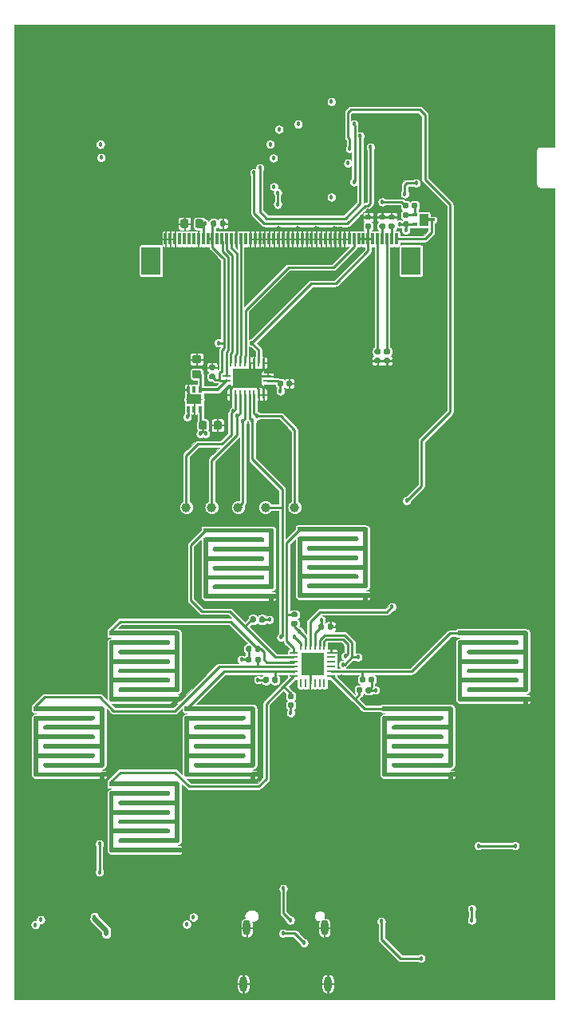
<source format=gtl>
G04 #@! TF.GenerationSoftware,KiCad,Pcbnew,(5.1.6-0-10_14)*
G04 #@! TF.CreationDate,2020-09-07T13:37:44-07:00*
G04 #@! TF.ProjectId,microgame2,6d696372-6f67-4616-9d65-322e6b696361,rev?*
G04 #@! TF.SameCoordinates,Original*
G04 #@! TF.FileFunction,Copper,L1,Top*
G04 #@! TF.FilePolarity,Positive*
%FSLAX46Y46*%
G04 Gerber Fmt 4.6, Leading zero omitted, Abs format (unit mm)*
G04 Created by KiCad (PCBNEW (5.1.6-0-10_14)) date 2020-09-07 13:37:44*
%MOMM*%
%LPD*%
G01*
G04 APERTURE LIST*
G04 #@! TA.AperFunction,EtchedComponent*
%ADD10C,0.100000*%
G04 #@! TD*
G04 #@! TA.AperFunction,EtchedComponent*
%ADD11C,0.152400*%
G04 #@! TD*
G04 #@! TA.AperFunction,SMDPad,CuDef*
%ADD12R,0.500000X0.310000*%
G04 #@! TD*
G04 #@! TA.AperFunction,SMDPad,CuDef*
%ADD13R,0.650000X0.310000*%
G04 #@! TD*
G04 #@! TA.AperFunction,ComponentPad*
%ADD14O,0.800000X1.600000*%
G04 #@! TD*
G04 #@! TA.AperFunction,ComponentPad*
%ADD15C,0.508000*%
G04 #@! TD*
G04 #@! TA.AperFunction,SMDPad,CuDef*
%ADD16R,2.450000X2.450000*%
G04 #@! TD*
G04 #@! TA.AperFunction,SMDPad,CuDef*
%ADD17R,0.280000X0.850000*%
G04 #@! TD*
G04 #@! TA.AperFunction,SMDPad,CuDef*
%ADD18R,0.850000X0.280000*%
G04 #@! TD*
G04 #@! TA.AperFunction,SMDPad,CuDef*
%ADD19R,2.000000X3.000000*%
G04 #@! TD*
G04 #@! TA.AperFunction,SMDPad,CuDef*
%ADD20R,0.300000X1.250000*%
G04 #@! TD*
G04 #@! TA.AperFunction,SMDPad,CuDef*
%ADD21C,0.100000*%
G04 #@! TD*
G04 #@! TA.AperFunction,SMDPad,CuDef*
%ADD22R,0.860000X0.260000*%
G04 #@! TD*
G04 #@! TA.AperFunction,SMDPad,CuDef*
%ADD23R,0.260000X0.860000*%
G04 #@! TD*
G04 #@! TA.AperFunction,SMDPad,CuDef*
%ADD24R,3.050000X2.050000*%
G04 #@! TD*
G04 #@! TA.AperFunction,SMDPad,CuDef*
%ADD25R,0.300000X0.700000*%
G04 #@! TD*
G04 #@! TA.AperFunction,SMDPad,CuDef*
%ADD26R,1.600200X1.016000*%
G04 #@! TD*
G04 #@! TA.AperFunction,SMDPad,CuDef*
%ADD27C,1.000000*%
G04 #@! TD*
G04 #@! TA.AperFunction,ViaPad*
%ADD28C,0.457200*%
G04 #@! TD*
G04 #@! TA.AperFunction,ViaPad*
%ADD29C,0.800000*%
G04 #@! TD*
G04 #@! TA.AperFunction,Conductor*
%ADD30C,0.250000*%
G04 #@! TD*
G04 #@! TA.AperFunction,Conductor*
%ADD31C,0.500000*%
G04 #@! TD*
G04 #@! TA.AperFunction,Conductor*
%ADD32C,0.350000*%
G04 #@! TD*
G04 #@! TA.AperFunction,Conductor*
%ADD33C,0.100000*%
G04 #@! TD*
G04 APERTURE END LIST*
D10*
G04 #@! TO.C,Q4*
G36*
X164400000Y-57600000D02*
G01*
X164400000Y-56400000D01*
X165250000Y-56400000D01*
X165250000Y-57600000D01*
X164400000Y-57600000D01*
G37*
X164400000Y-57600000D02*
X164400000Y-56400000D01*
X165250000Y-56400000D01*
X165250000Y-57600000D01*
X164400000Y-57600000D01*
D11*
G04 #@! TO.C,U3*
X139649900Y-76050000D02*
X139649900Y-76050000D01*
X139649900Y-76050000D02*
X139649900Y-76050000D01*
X139649900Y-76050000D02*
X139649900Y-76050000D01*
X139649900Y-76050000D02*
X139649900Y-76050000D01*
X139649900Y-76050000D02*
X139649900Y-76050000D01*
X139649900Y-76050000D02*
X139649900Y-76050000D01*
X139649900Y-76050000D02*
X139649900Y-76050000D01*
X139649900Y-76050000D02*
X139649900Y-76050000D01*
X141250100Y-76050000D02*
X141250100Y-76050000D01*
X141250100Y-76050000D02*
X141250100Y-76050000D01*
X141250100Y-76050000D02*
X141250100Y-76050000D01*
X141250100Y-76050000D02*
X141250100Y-76050000D01*
X141250100Y-76050000D02*
X141250100Y-76050000D01*
X141250100Y-76050000D02*
X141250100Y-76050000D01*
X141250100Y-76050000D02*
X141250100Y-76050000D01*
X141250100Y-76050000D02*
X141250100Y-76050000D01*
G04 #@! TD*
D12*
G04 #@! TO.P,Q4,2*
G04 #@! TO.N,+3V3*
X163900000Y-57500000D03*
G04 #@! TO.P,Q4,1*
G04 #@! TO.N,Net-(Q4-Pad1)*
X163900000Y-56500000D03*
D13*
G04 #@! TO.P,Q4,3*
G04 #@! TO.N,LEDA*
X165625000Y-57000000D03*
G04 #@! TD*
D14*
G04 #@! TO.P,J1,S4*
G04 #@! TO.N,GND*
X154640000Y-138050000D03*
G04 #@! TO.P,J1,S3*
X145660000Y-138050000D03*
G04 #@! TO.P,J1,S2*
X146020000Y-132100000D03*
G04 #@! TO.P,J1,S1*
X154280000Y-132100000D03*
G04 #@! TD*
D15*
G04 #@! TO.P,U10,7*
G04 #@! TO.N,GND*
X140606300Y-134800000D03*
X141393700Y-134800000D03*
G04 #@! TD*
G04 #@! TO.P,U5,13*
G04 #@! TO.N,GND*
X127031300Y-131587400D03*
X127818700Y-131587400D03*
X127031300Y-130800000D03*
X127818700Y-130800000D03*
X127031300Y-130012600D03*
X127818700Y-130012600D03*
G04 #@! TD*
G04 #@! TO.P,U6,25*
G04 #@! TO.N,GND*
X153787400Y-103362600D03*
X153787400Y-104150000D03*
X153787400Y-104937400D03*
X153000000Y-103362600D03*
X153000000Y-104150000D03*
X153000000Y-104937400D03*
X152212600Y-103362600D03*
X152212600Y-104150000D03*
X152212600Y-104937400D03*
D16*
X153000000Y-104150000D03*
D17*
G04 #@! TO.P,U6,24*
G04 #@! TO.N,~RESET*
X151749685Y-102175000D03*
G04 #@! TO.P,U6,23*
G04 #@! TO.N,+3V3*
X152249811Y-102175000D03*
G04 #@! TO.P,U6,22*
G04 #@! TO.N,INT*
X152749937Y-102175000D03*
G04 #@! TO.P,U6,21*
G04 #@! TO.N,+3V3*
X153250063Y-102175000D03*
G04 #@! TO.P,U6,20*
G04 #@! TO.N,SDA*
X153750189Y-102175000D03*
G04 #@! TO.P,U6,19*
G04 #@! TO.N,SCL*
X154250315Y-102175000D03*
D18*
G04 #@! TO.P,U6,18*
G04 #@! TO.N,GND*
X154975000Y-102900000D03*
G04 #@! TO.P,U6,17*
G04 #@! TO.N,Net-(U6-Pad17)*
X154975000Y-103399999D03*
G04 #@! TO.P,U6,16*
G04 #@! TO.N,Net-(U6-Pad16)*
X154975000Y-103900000D03*
G04 #@! TO.P,U6,15*
G04 #@! TO.N,Net-(U6-Pad15)*
X154975000Y-104400000D03*
G04 #@! TO.P,U6,14*
G04 #@! TO.N,A*
X154975000Y-104900001D03*
G04 #@! TO.P,U6,13*
G04 #@! TO.N,B*
X154975000Y-105400000D03*
D17*
G04 #@! TO.P,U6,12*
G04 #@! TO.N,Net-(U6-Pad12)*
X154250315Y-106125000D03*
G04 #@! TO.P,U6,11*
G04 #@! TO.N,Net-(U6-Pad11)*
X153750189Y-106125000D03*
G04 #@! TO.P,U6,10*
G04 #@! TO.N,Net-(U6-Pad10)*
X153250063Y-106125000D03*
G04 #@! TO.P,U6,9*
G04 #@! TO.N,GND*
X152749937Y-106125000D03*
G04 #@! TO.P,U6,8*
G04 #@! TO.N,Net-(U6-Pad8)*
X152249811Y-106125000D03*
G04 #@! TO.P,U6,7*
G04 #@! TO.N,Net-(U6-Pad7)*
X151749685Y-106125000D03*
D18*
G04 #@! TO.P,U6,6*
G04 #@! TO.N,DOWN*
X151025000Y-105400000D03*
G04 #@! TO.P,U6,5*
G04 #@! TO.N,RIGHT*
X151025000Y-104900001D03*
G04 #@! TO.P,U6,4*
G04 #@! TO.N,LEFT*
X151025000Y-104400000D03*
G04 #@! TO.P,U6,3*
G04 #@! TO.N,UP*
X151025000Y-103900000D03*
G04 #@! TO.P,U6,2*
G04 #@! TO.N,START*
X151025000Y-103399999D03*
G04 #@! TO.P,U6,1*
G04 #@! TO.N,SELECT*
X151025000Y-102900000D03*
G04 #@! TD*
D19*
G04 #@! TO.P,U9,*
G04 #@! TO.N,*
X135860000Y-61350000D03*
X163440000Y-61350000D03*
D20*
G04 #@! TO.P,U9,50*
G04 #@! TO.N,GND*
X137400000Y-59025000D03*
G04 #@! TO.P,U9,49*
X137900000Y-59025000D03*
G04 #@! TO.P,U9,48*
X138400000Y-59025000D03*
G04 #@! TO.P,U9,47*
G04 #@! TO.N,Net-(U9-Pad47)*
X138900000Y-59025000D03*
G04 #@! TO.P,U9,46*
G04 #@! TO.N,Net-(U9-Pad46)*
X139400000Y-59025000D03*
G04 #@! TO.P,U9,45*
G04 #@! TO.N,Net-(U9-Pad45)*
X139900000Y-59025000D03*
G04 #@! TO.P,U9,44*
G04 #@! TO.N,Net-(U9-Pad44)*
X140400000Y-59025000D03*
G04 #@! TO.P,U9,43*
G04 #@! TO.N,GND*
X140900000Y-59025000D03*
G04 #@! TO.P,U9,42*
G04 #@! TO.N,+3V3*
X141400000Y-59025000D03*
G04 #@! TO.P,U9,41*
G04 #@! TO.N,+1V8*
X141900000Y-59025000D03*
G04 #@! TO.P,U9,40*
X142400000Y-59025000D03*
G04 #@! TO.P,U9,39*
G04 #@! TO.N,Net-(U9-Pad39)*
X142900000Y-59025000D03*
G04 #@! TO.P,U9,38*
G04 #@! TO.N,Net-(U8-Pad9)*
X143400000Y-59025000D03*
G04 #@! TO.P,U9,37*
G04 #@! TO.N,Net-(U8-Pad8)*
X143900000Y-59025000D03*
G04 #@! TO.P,U9,36*
G04 #@! TO.N,Net-(U8-Pad7)*
X144400000Y-59025000D03*
G04 #@! TO.P,U9,35*
G04 #@! TO.N,GND*
X144900000Y-59025000D03*
G04 #@! TO.P,U9,34*
G04 #@! TO.N,Net-(U8-Pad6)*
X145400000Y-59025000D03*
G04 #@! TO.P,U9,33*
G04 #@! TO.N,Net-(U9-Pad33)*
X145900000Y-59025000D03*
G04 #@! TO.P,U9,32*
G04 #@! TO.N,GND*
X146400000Y-59025000D03*
G04 #@! TO.P,U9,31*
X146900000Y-59025000D03*
G04 #@! TO.P,U9,30*
X147400000Y-59025000D03*
G04 #@! TO.P,U9,29*
X147900000Y-59025000D03*
G04 #@! TO.P,U9,28*
X148400000Y-59025000D03*
G04 #@! TO.P,U9,27*
X148900000Y-59025000D03*
G04 #@! TO.P,U9,26*
X149400000Y-59025000D03*
G04 #@! TO.P,U9,25*
X149900000Y-59025000D03*
G04 #@! TO.P,U9,24*
X150400000Y-59025000D03*
G04 #@! TO.P,U9,23*
X150900000Y-59025000D03*
G04 #@! TO.P,U9,22*
X151400000Y-59025000D03*
G04 #@! TO.P,U9,21*
X151900000Y-59025000D03*
G04 #@! TO.P,U9,20*
X152400000Y-59025000D03*
G04 #@! TO.P,U9,19*
X152900000Y-59025000D03*
G04 #@! TO.P,U9,18*
X153400000Y-59025000D03*
G04 #@! TO.P,U9,17*
X153900000Y-59025000D03*
G04 #@! TO.P,U9,16*
X154400000Y-59025000D03*
G04 #@! TO.P,U9,15*
X154900000Y-59025000D03*
G04 #@! TO.P,U9,14*
X155400000Y-59025000D03*
G04 #@! TO.P,U9,13*
X155900000Y-59025000D03*
G04 #@! TO.P,U9,12*
X156400000Y-59025000D03*
G04 #@! TO.P,U9,11*
X156900000Y-59025000D03*
G04 #@! TO.P,U9,10*
G04 #@! TO.N,Net-(U8-Pad5)*
X157400000Y-59025000D03*
G04 #@! TO.P,U9,9*
G04 #@! TO.N,+1V8*
X157900000Y-59025000D03*
G04 #@! TO.P,U9,8*
X158400000Y-59025000D03*
G04 #@! TO.P,U9,7*
X158900000Y-59025000D03*
G04 #@! TO.P,U9,6*
X159400000Y-59025000D03*
G04 #@! TO.P,U9,5*
G04 #@! TO.N,Net-(R14-Pad1)*
X159900000Y-59025000D03*
G04 #@! TO.P,U9,4*
G04 #@! TO.N,Net-(R13-Pad1)*
X160400000Y-59025000D03*
G04 #@! TO.P,U9,3*
G04 #@! TO.N,Net-(R12-Pad1)*
X160900000Y-59025000D03*
G04 #@! TO.P,U9,2*
G04 #@! TO.N,Net-(R11-Pad1)*
X161400000Y-59025000D03*
G04 #@! TO.P,U9,1*
G04 #@! TO.N,LEDA*
X161900000Y-59025000D03*
G04 #@! TD*
G04 #@! TO.P,C23,2*
G04 #@! TO.N,GND*
G04 #@! TA.AperFunction,SMDPad,CuDef*
G36*
G01*
X139850000Y-57143750D02*
X139850000Y-57656250D01*
G75*
G02*
X139631250Y-57875000I-218750J0D01*
G01*
X139193750Y-57875000D01*
G75*
G02*
X138975000Y-57656250I0J218750D01*
G01*
X138975000Y-57143750D01*
G75*
G02*
X139193750Y-56925000I218750J0D01*
G01*
X139631250Y-56925000D01*
G75*
G02*
X139850000Y-57143750I0J-218750D01*
G01*
G37*
G04 #@! TD.AperFunction*
G04 #@! TO.P,C23,1*
G04 #@! TO.N,+3V3*
G04 #@! TA.AperFunction,SMDPad,CuDef*
G36*
G01*
X141425000Y-57143750D02*
X141425000Y-57656250D01*
G75*
G02*
X141206250Y-57875000I-218750J0D01*
G01*
X140768750Y-57875000D01*
G75*
G02*
X140550000Y-57656250I0J218750D01*
G01*
X140550000Y-57143750D01*
G75*
G02*
X140768750Y-56925000I218750J0D01*
G01*
X141206250Y-56925000D01*
G75*
G02*
X141425000Y-57143750I0J-218750D01*
G01*
G37*
G04 #@! TD.AperFunction*
G04 #@! TD*
G04 #@! TA.AperFunction,SMDPad,CuDef*
D21*
G04 #@! TO.P,SW1,1*
G04 #@! TO.N,UP*
G36*
X138651622Y-100600011D02*
G01*
X138651745Y-100600006D01*
X138651867Y-100600013D01*
X138653491Y-100600024D01*
X138664872Y-100600740D01*
X138676132Y-100601370D01*
X138676990Y-100601503D01*
X138677867Y-100601558D01*
X138689091Y-100603376D01*
X138700269Y-100605106D01*
X138701115Y-100605323D01*
X138701978Y-100605463D01*
X138712931Y-100608357D01*
X138723927Y-100611180D01*
X138724750Y-100611479D01*
X138725592Y-100611702D01*
X138736191Y-100615644D01*
X138746879Y-100619534D01*
X138747669Y-100619913D01*
X138748485Y-100620216D01*
X138758677Y-100625187D01*
X138768906Y-100630088D01*
X138769651Y-100630539D01*
X138770438Y-100630923D01*
X138780129Y-100636885D01*
X138789798Y-100642741D01*
X138790495Y-100643263D01*
X138791242Y-100643722D01*
X138800303Y-100650600D01*
X138809356Y-100657372D01*
X138810000Y-100657960D01*
X138810697Y-100658489D01*
X138818998Y-100666176D01*
X138827393Y-100673841D01*
X138827981Y-100674494D01*
X138828618Y-100675084D01*
X138836124Y-100683538D01*
X138843736Y-100691993D01*
X138844255Y-100692696D01*
X138844834Y-100693349D01*
X138851505Y-100702531D01*
X138858230Y-100711652D01*
X138858676Y-100712400D01*
X138859191Y-100713109D01*
X138864936Y-100722900D01*
X138870737Y-100732632D01*
X138871109Y-100733423D01*
X138871551Y-100734176D01*
X138876292Y-100744437D01*
X138881137Y-100754732D01*
X138881432Y-100755559D01*
X138881796Y-100756348D01*
X138885500Y-100766985D01*
X138889330Y-100777742D01*
X138889543Y-100778597D01*
X138889828Y-100779415D01*
X138892479Y-100790371D01*
X138895239Y-100801441D01*
X138895367Y-100802308D01*
X138895572Y-100803155D01*
X138897146Y-100814356D01*
X138898807Y-100825604D01*
X138898850Y-100826480D01*
X138898971Y-100827342D01*
X138899445Y-100838661D01*
X138900000Y-100850000D01*
X138900000Y-106850000D01*
X138899989Y-106851622D01*
X138899994Y-106851745D01*
X138899987Y-106851867D01*
X138899976Y-106853491D01*
X138899260Y-106864872D01*
X138898630Y-106876132D01*
X138898497Y-106876990D01*
X138898442Y-106877867D01*
X138896624Y-106889091D01*
X138894894Y-106900269D01*
X138894677Y-106901115D01*
X138894537Y-106901978D01*
X138891643Y-106912931D01*
X138888820Y-106923927D01*
X138888521Y-106924750D01*
X138888298Y-106925592D01*
X138884356Y-106936191D01*
X138880466Y-106946879D01*
X138880087Y-106947669D01*
X138879784Y-106948485D01*
X138874813Y-106958677D01*
X138869912Y-106968906D01*
X138869461Y-106969651D01*
X138869077Y-106970438D01*
X138863115Y-106980129D01*
X138857259Y-106989798D01*
X138856737Y-106990495D01*
X138856278Y-106991242D01*
X138849400Y-107000303D01*
X138842628Y-107009356D01*
X138842040Y-107010000D01*
X138841511Y-107010697D01*
X138833824Y-107018998D01*
X138826159Y-107027393D01*
X138825506Y-107027981D01*
X138824916Y-107028618D01*
X138816462Y-107036124D01*
X138808007Y-107043736D01*
X138807304Y-107044255D01*
X138806651Y-107044834D01*
X138797469Y-107051505D01*
X138788348Y-107058230D01*
X138787600Y-107058676D01*
X138786891Y-107059191D01*
X138777100Y-107064936D01*
X138767368Y-107070737D01*
X138766577Y-107071109D01*
X138765824Y-107071551D01*
X138755563Y-107076292D01*
X138745268Y-107081137D01*
X138744441Y-107081432D01*
X138743652Y-107081796D01*
X138733015Y-107085500D01*
X138722258Y-107089330D01*
X138721403Y-107089543D01*
X138720585Y-107089828D01*
X138709629Y-107092479D01*
X138698559Y-107095239D01*
X138697692Y-107095367D01*
X138696845Y-107095572D01*
X138685644Y-107097146D01*
X138674396Y-107098807D01*
X138673520Y-107098850D01*
X138672658Y-107098971D01*
X138661339Y-107099445D01*
X138650000Y-107100000D01*
X132650000Y-107100000D01*
X132646509Y-107099976D01*
X132622133Y-107098442D01*
X132598022Y-107094537D01*
X132574408Y-107088298D01*
X132551515Y-107079784D01*
X132529562Y-107069077D01*
X132508758Y-107056278D01*
X132489303Y-107041511D01*
X132471382Y-107024916D01*
X132455166Y-107006651D01*
X132440809Y-106986891D01*
X132428449Y-106965824D01*
X132418204Y-106943652D01*
X132410172Y-106920585D01*
X132404428Y-106896845D01*
X132401029Y-106872658D01*
X132400006Y-106848255D01*
X132401370Y-106823868D01*
X132405106Y-106799731D01*
X132411180Y-106776073D01*
X132419534Y-106753121D01*
X132430088Y-106731094D01*
X132442741Y-106710202D01*
X132457372Y-106690644D01*
X132473841Y-106672607D01*
X132491993Y-106656264D01*
X132511652Y-106641770D01*
X132532632Y-106629263D01*
X132554732Y-106618863D01*
X132577742Y-106610670D01*
X132601441Y-106604761D01*
X132625604Y-106601193D01*
X132650000Y-106600000D01*
X138400000Y-106600000D01*
X138400000Y-105100000D01*
X132650000Y-105100000D01*
X132646509Y-105099976D01*
X132622133Y-105098442D01*
X132598022Y-105094537D01*
X132574408Y-105088298D01*
X132551515Y-105079784D01*
X132529562Y-105069077D01*
X132508758Y-105056278D01*
X132489303Y-105041511D01*
X132471382Y-105024916D01*
X132455166Y-105006651D01*
X132440809Y-104986891D01*
X132428449Y-104965824D01*
X132418204Y-104943652D01*
X132410172Y-104920585D01*
X132404428Y-104896845D01*
X132401029Y-104872658D01*
X132400006Y-104848255D01*
X132401370Y-104823868D01*
X132405106Y-104799731D01*
X132411180Y-104776073D01*
X132419534Y-104753121D01*
X132430088Y-104731094D01*
X132442741Y-104710202D01*
X132457372Y-104690644D01*
X132473841Y-104672607D01*
X132491993Y-104656264D01*
X132511652Y-104641770D01*
X132532632Y-104629263D01*
X132554732Y-104618863D01*
X132577742Y-104610670D01*
X132601441Y-104604761D01*
X132625604Y-104601193D01*
X132650000Y-104600000D01*
X138400000Y-104600000D01*
X138400000Y-103100000D01*
X132650000Y-103100000D01*
X132646509Y-103099976D01*
X132622133Y-103098442D01*
X132598022Y-103094537D01*
X132574408Y-103088298D01*
X132551515Y-103079784D01*
X132529562Y-103069077D01*
X132508758Y-103056278D01*
X132489303Y-103041511D01*
X132471382Y-103024916D01*
X132455166Y-103006651D01*
X132440809Y-102986891D01*
X132428449Y-102965824D01*
X132418204Y-102943652D01*
X132410172Y-102920585D01*
X132404428Y-102896845D01*
X132401029Y-102872658D01*
X132400006Y-102848255D01*
X132401370Y-102823868D01*
X132405106Y-102799731D01*
X132411180Y-102776073D01*
X132419534Y-102753121D01*
X132430088Y-102731094D01*
X132442741Y-102710202D01*
X132457372Y-102690644D01*
X132473841Y-102672607D01*
X132491993Y-102656264D01*
X132511652Y-102641770D01*
X132532632Y-102629263D01*
X132554732Y-102618863D01*
X132577742Y-102610670D01*
X132601441Y-102604761D01*
X132625604Y-102601193D01*
X132650000Y-102600000D01*
X138400000Y-102600000D01*
X138400000Y-101100000D01*
X131400000Y-101100000D01*
X131400000Y-100600000D01*
X138650000Y-100600000D01*
X138651622Y-100600011D01*
G37*
G04 #@! TD.AperFunction*
G04 #@! TA.AperFunction,SMDPad,CuDef*
G04 #@! TO.P,SW1,2*
G04 #@! TO.N,GND*
G36*
X137653491Y-101600024D02*
G01*
X137677867Y-101601558D01*
X137701978Y-101605463D01*
X137725592Y-101611702D01*
X137748485Y-101620216D01*
X137770438Y-101630923D01*
X137791242Y-101643722D01*
X137810697Y-101658489D01*
X137828618Y-101675084D01*
X137844834Y-101693349D01*
X137859191Y-101713109D01*
X137871551Y-101734176D01*
X137881796Y-101756348D01*
X137889828Y-101779415D01*
X137895572Y-101803155D01*
X137898971Y-101827342D01*
X137899994Y-101851745D01*
X137898630Y-101876132D01*
X137894894Y-101900269D01*
X137888820Y-101923927D01*
X137880466Y-101946879D01*
X137869912Y-101968906D01*
X137857259Y-101989798D01*
X137842628Y-102009356D01*
X137826159Y-102027393D01*
X137808007Y-102043736D01*
X137788348Y-102058230D01*
X137767368Y-102070737D01*
X137745268Y-102081137D01*
X137722258Y-102089330D01*
X137698559Y-102095239D01*
X137674396Y-102098807D01*
X137650000Y-102100000D01*
X131900000Y-102100000D01*
X131900000Y-103600000D01*
X137650000Y-103600000D01*
X137653491Y-103600024D01*
X137677867Y-103601558D01*
X137701978Y-103605463D01*
X137725592Y-103611702D01*
X137748485Y-103620216D01*
X137770438Y-103630923D01*
X137791242Y-103643722D01*
X137810697Y-103658489D01*
X137828618Y-103675084D01*
X137844834Y-103693349D01*
X137859191Y-103713109D01*
X137871551Y-103734176D01*
X137881796Y-103756348D01*
X137889828Y-103779415D01*
X137895572Y-103803155D01*
X137898971Y-103827342D01*
X137899994Y-103851745D01*
X137898630Y-103876132D01*
X137894894Y-103900269D01*
X137888820Y-103923927D01*
X137880466Y-103946879D01*
X137869912Y-103968906D01*
X137857259Y-103989798D01*
X137842628Y-104009356D01*
X137826159Y-104027393D01*
X137808007Y-104043736D01*
X137788348Y-104058230D01*
X137767368Y-104070737D01*
X137745268Y-104081137D01*
X137722258Y-104089330D01*
X137698559Y-104095239D01*
X137674396Y-104098807D01*
X137650000Y-104100000D01*
X131900000Y-104100000D01*
X131900000Y-105600000D01*
X137650000Y-105600000D01*
X137653491Y-105600024D01*
X137677867Y-105601558D01*
X137701978Y-105605463D01*
X137725592Y-105611702D01*
X137748485Y-105620216D01*
X137770438Y-105630923D01*
X137791242Y-105643722D01*
X137810697Y-105658489D01*
X137828618Y-105675084D01*
X137844834Y-105693349D01*
X137859191Y-105713109D01*
X137871551Y-105734176D01*
X137881796Y-105756348D01*
X137889828Y-105779415D01*
X137895572Y-105803155D01*
X137898971Y-105827342D01*
X137899994Y-105851745D01*
X137898630Y-105876132D01*
X137894894Y-105900269D01*
X137888820Y-105923927D01*
X137880466Y-105946879D01*
X137869912Y-105968906D01*
X137857259Y-105989798D01*
X137842628Y-106009356D01*
X137826159Y-106027393D01*
X137808007Y-106043736D01*
X137788348Y-106058230D01*
X137767368Y-106070737D01*
X137745268Y-106081137D01*
X137722258Y-106089330D01*
X137698559Y-106095239D01*
X137674396Y-106098807D01*
X137650000Y-106100000D01*
X131900000Y-106100000D01*
X131900000Y-107600000D01*
X138900000Y-107600000D01*
X138900000Y-108100000D01*
X131650000Y-108100000D01*
X131648378Y-108099989D01*
X131648255Y-108099994D01*
X131648133Y-108099987D01*
X131646509Y-108099976D01*
X131635128Y-108099260D01*
X131623868Y-108098630D01*
X131623010Y-108098497D01*
X131622133Y-108098442D01*
X131610909Y-108096624D01*
X131599731Y-108094894D01*
X131598885Y-108094677D01*
X131598022Y-108094537D01*
X131587069Y-108091643D01*
X131576073Y-108088820D01*
X131575250Y-108088521D01*
X131574408Y-108088298D01*
X131563809Y-108084356D01*
X131553121Y-108080466D01*
X131552331Y-108080087D01*
X131551515Y-108079784D01*
X131541323Y-108074813D01*
X131531094Y-108069912D01*
X131530349Y-108069461D01*
X131529562Y-108069077D01*
X131519871Y-108063115D01*
X131510202Y-108057259D01*
X131509505Y-108056737D01*
X131508758Y-108056278D01*
X131499697Y-108049400D01*
X131490644Y-108042628D01*
X131490000Y-108042040D01*
X131489303Y-108041511D01*
X131481002Y-108033824D01*
X131472607Y-108026159D01*
X131472019Y-108025506D01*
X131471382Y-108024916D01*
X131463876Y-108016462D01*
X131456264Y-108008007D01*
X131455745Y-108007304D01*
X131455166Y-108006651D01*
X131448495Y-107997469D01*
X131441770Y-107988348D01*
X131441324Y-107987600D01*
X131440809Y-107986891D01*
X131435064Y-107977100D01*
X131429263Y-107967368D01*
X131428891Y-107966577D01*
X131428449Y-107965824D01*
X131423708Y-107955563D01*
X131418863Y-107945268D01*
X131418568Y-107944441D01*
X131418204Y-107943652D01*
X131414500Y-107933015D01*
X131410670Y-107922258D01*
X131410457Y-107921403D01*
X131410172Y-107920585D01*
X131407521Y-107909629D01*
X131404761Y-107898559D01*
X131404633Y-107897692D01*
X131404428Y-107896845D01*
X131402854Y-107885644D01*
X131401193Y-107874396D01*
X131401150Y-107873520D01*
X131401029Y-107872658D01*
X131400555Y-107861339D01*
X131400000Y-107850000D01*
X131400000Y-101850000D01*
X131400011Y-101848378D01*
X131400006Y-101848255D01*
X131400013Y-101848133D01*
X131400024Y-101846509D01*
X131400740Y-101835128D01*
X131401370Y-101823868D01*
X131401503Y-101823010D01*
X131401558Y-101822133D01*
X131403376Y-101810909D01*
X131405106Y-101799731D01*
X131405323Y-101798885D01*
X131405463Y-101798022D01*
X131408357Y-101787069D01*
X131411180Y-101776073D01*
X131411479Y-101775250D01*
X131411702Y-101774408D01*
X131415644Y-101763809D01*
X131419534Y-101753121D01*
X131419913Y-101752331D01*
X131420216Y-101751515D01*
X131425187Y-101741323D01*
X131430088Y-101731094D01*
X131430539Y-101730349D01*
X131430923Y-101729562D01*
X131436885Y-101719871D01*
X131442741Y-101710202D01*
X131443263Y-101709505D01*
X131443722Y-101708758D01*
X131450600Y-101699697D01*
X131457372Y-101690644D01*
X131457960Y-101690000D01*
X131458489Y-101689303D01*
X131466176Y-101681002D01*
X131473841Y-101672607D01*
X131474494Y-101672019D01*
X131475084Y-101671382D01*
X131483538Y-101663876D01*
X131491993Y-101656264D01*
X131492696Y-101655745D01*
X131493349Y-101655166D01*
X131502531Y-101648495D01*
X131511652Y-101641770D01*
X131512400Y-101641324D01*
X131513109Y-101640809D01*
X131522900Y-101635064D01*
X131532632Y-101629263D01*
X131533423Y-101628891D01*
X131534176Y-101628449D01*
X131544437Y-101623708D01*
X131554732Y-101618863D01*
X131555559Y-101618568D01*
X131556348Y-101618204D01*
X131566985Y-101614500D01*
X131577742Y-101610670D01*
X131578597Y-101610457D01*
X131579415Y-101610172D01*
X131590371Y-101607521D01*
X131601441Y-101604761D01*
X131602308Y-101604633D01*
X131603155Y-101604428D01*
X131614356Y-101602854D01*
X131625604Y-101601193D01*
X131626480Y-101601150D01*
X131627342Y-101601029D01*
X131638661Y-101600555D01*
X131650000Y-101600000D01*
X137650000Y-101600000D01*
X137653491Y-101600024D01*
G37*
G04 #@! TD.AperFunction*
G04 #@! TD*
G04 #@! TA.AperFunction,SMDPad,CuDef*
G04 #@! TO.P,SW2,1*
G04 #@! TO.N,LEFT*
G36*
X130651622Y-108600011D02*
G01*
X130651745Y-108600006D01*
X130651867Y-108600013D01*
X130653491Y-108600024D01*
X130664872Y-108600740D01*
X130676132Y-108601370D01*
X130676990Y-108601503D01*
X130677867Y-108601558D01*
X130689091Y-108603376D01*
X130700269Y-108605106D01*
X130701115Y-108605323D01*
X130701978Y-108605463D01*
X130712931Y-108608357D01*
X130723927Y-108611180D01*
X130724750Y-108611479D01*
X130725592Y-108611702D01*
X130736191Y-108615644D01*
X130746879Y-108619534D01*
X130747669Y-108619913D01*
X130748485Y-108620216D01*
X130758677Y-108625187D01*
X130768906Y-108630088D01*
X130769651Y-108630539D01*
X130770438Y-108630923D01*
X130780129Y-108636885D01*
X130789798Y-108642741D01*
X130790495Y-108643263D01*
X130791242Y-108643722D01*
X130800303Y-108650600D01*
X130809356Y-108657372D01*
X130810000Y-108657960D01*
X130810697Y-108658489D01*
X130818998Y-108666176D01*
X130827393Y-108673841D01*
X130827981Y-108674494D01*
X130828618Y-108675084D01*
X130836124Y-108683538D01*
X130843736Y-108691993D01*
X130844255Y-108692696D01*
X130844834Y-108693349D01*
X130851505Y-108702531D01*
X130858230Y-108711652D01*
X130858676Y-108712400D01*
X130859191Y-108713109D01*
X130864936Y-108722900D01*
X130870737Y-108732632D01*
X130871109Y-108733423D01*
X130871551Y-108734176D01*
X130876292Y-108744437D01*
X130881137Y-108754732D01*
X130881432Y-108755559D01*
X130881796Y-108756348D01*
X130885500Y-108766985D01*
X130889330Y-108777742D01*
X130889543Y-108778597D01*
X130889828Y-108779415D01*
X130892479Y-108790371D01*
X130895239Y-108801441D01*
X130895367Y-108802308D01*
X130895572Y-108803155D01*
X130897146Y-108814356D01*
X130898807Y-108825604D01*
X130898850Y-108826480D01*
X130898971Y-108827342D01*
X130899445Y-108838661D01*
X130900000Y-108850000D01*
X130900000Y-114850000D01*
X130899989Y-114851622D01*
X130899994Y-114851745D01*
X130899987Y-114851867D01*
X130899976Y-114853491D01*
X130899260Y-114864872D01*
X130898630Y-114876132D01*
X130898497Y-114876990D01*
X130898442Y-114877867D01*
X130896624Y-114889091D01*
X130894894Y-114900269D01*
X130894677Y-114901115D01*
X130894537Y-114901978D01*
X130891643Y-114912931D01*
X130888820Y-114923927D01*
X130888521Y-114924750D01*
X130888298Y-114925592D01*
X130884356Y-114936191D01*
X130880466Y-114946879D01*
X130880087Y-114947669D01*
X130879784Y-114948485D01*
X130874813Y-114958677D01*
X130869912Y-114968906D01*
X130869461Y-114969651D01*
X130869077Y-114970438D01*
X130863115Y-114980129D01*
X130857259Y-114989798D01*
X130856737Y-114990495D01*
X130856278Y-114991242D01*
X130849400Y-115000303D01*
X130842628Y-115009356D01*
X130842040Y-115010000D01*
X130841511Y-115010697D01*
X130833824Y-115018998D01*
X130826159Y-115027393D01*
X130825506Y-115027981D01*
X130824916Y-115028618D01*
X130816462Y-115036124D01*
X130808007Y-115043736D01*
X130807304Y-115044255D01*
X130806651Y-115044834D01*
X130797469Y-115051505D01*
X130788348Y-115058230D01*
X130787600Y-115058676D01*
X130786891Y-115059191D01*
X130777100Y-115064936D01*
X130767368Y-115070737D01*
X130766577Y-115071109D01*
X130765824Y-115071551D01*
X130755563Y-115076292D01*
X130745268Y-115081137D01*
X130744441Y-115081432D01*
X130743652Y-115081796D01*
X130733015Y-115085500D01*
X130722258Y-115089330D01*
X130721403Y-115089543D01*
X130720585Y-115089828D01*
X130709629Y-115092479D01*
X130698559Y-115095239D01*
X130697692Y-115095367D01*
X130696845Y-115095572D01*
X130685644Y-115097146D01*
X130674396Y-115098807D01*
X130673520Y-115098850D01*
X130672658Y-115098971D01*
X130661339Y-115099445D01*
X130650000Y-115100000D01*
X124650000Y-115100000D01*
X124646509Y-115099976D01*
X124622133Y-115098442D01*
X124598022Y-115094537D01*
X124574408Y-115088298D01*
X124551515Y-115079784D01*
X124529562Y-115069077D01*
X124508758Y-115056278D01*
X124489303Y-115041511D01*
X124471382Y-115024916D01*
X124455166Y-115006651D01*
X124440809Y-114986891D01*
X124428449Y-114965824D01*
X124418204Y-114943652D01*
X124410172Y-114920585D01*
X124404428Y-114896845D01*
X124401029Y-114872658D01*
X124400006Y-114848255D01*
X124401370Y-114823868D01*
X124405106Y-114799731D01*
X124411180Y-114776073D01*
X124419534Y-114753121D01*
X124430088Y-114731094D01*
X124442741Y-114710202D01*
X124457372Y-114690644D01*
X124473841Y-114672607D01*
X124491993Y-114656264D01*
X124511652Y-114641770D01*
X124532632Y-114629263D01*
X124554732Y-114618863D01*
X124577742Y-114610670D01*
X124601441Y-114604761D01*
X124625604Y-114601193D01*
X124650000Y-114600000D01*
X130400000Y-114600000D01*
X130400000Y-113100000D01*
X124650000Y-113100000D01*
X124646509Y-113099976D01*
X124622133Y-113098442D01*
X124598022Y-113094537D01*
X124574408Y-113088298D01*
X124551515Y-113079784D01*
X124529562Y-113069077D01*
X124508758Y-113056278D01*
X124489303Y-113041511D01*
X124471382Y-113024916D01*
X124455166Y-113006651D01*
X124440809Y-112986891D01*
X124428449Y-112965824D01*
X124418204Y-112943652D01*
X124410172Y-112920585D01*
X124404428Y-112896845D01*
X124401029Y-112872658D01*
X124400006Y-112848255D01*
X124401370Y-112823868D01*
X124405106Y-112799731D01*
X124411180Y-112776073D01*
X124419534Y-112753121D01*
X124430088Y-112731094D01*
X124442741Y-112710202D01*
X124457372Y-112690644D01*
X124473841Y-112672607D01*
X124491993Y-112656264D01*
X124511652Y-112641770D01*
X124532632Y-112629263D01*
X124554732Y-112618863D01*
X124577742Y-112610670D01*
X124601441Y-112604761D01*
X124625604Y-112601193D01*
X124650000Y-112600000D01*
X130400000Y-112600000D01*
X130400000Y-111100000D01*
X124650000Y-111100000D01*
X124646509Y-111099976D01*
X124622133Y-111098442D01*
X124598022Y-111094537D01*
X124574408Y-111088298D01*
X124551515Y-111079784D01*
X124529562Y-111069077D01*
X124508758Y-111056278D01*
X124489303Y-111041511D01*
X124471382Y-111024916D01*
X124455166Y-111006651D01*
X124440809Y-110986891D01*
X124428449Y-110965824D01*
X124418204Y-110943652D01*
X124410172Y-110920585D01*
X124404428Y-110896845D01*
X124401029Y-110872658D01*
X124400006Y-110848255D01*
X124401370Y-110823868D01*
X124405106Y-110799731D01*
X124411180Y-110776073D01*
X124419534Y-110753121D01*
X124430088Y-110731094D01*
X124442741Y-110710202D01*
X124457372Y-110690644D01*
X124473841Y-110672607D01*
X124491993Y-110656264D01*
X124511652Y-110641770D01*
X124532632Y-110629263D01*
X124554732Y-110618863D01*
X124577742Y-110610670D01*
X124601441Y-110604761D01*
X124625604Y-110601193D01*
X124650000Y-110600000D01*
X130400000Y-110600000D01*
X130400000Y-109100000D01*
X123400000Y-109100000D01*
X123400000Y-108600000D01*
X130650000Y-108600000D01*
X130651622Y-108600011D01*
G37*
G04 #@! TD.AperFunction*
G04 #@! TA.AperFunction,SMDPad,CuDef*
G04 #@! TO.P,SW2,2*
G04 #@! TO.N,GND*
G36*
X129653491Y-109600024D02*
G01*
X129677867Y-109601558D01*
X129701978Y-109605463D01*
X129725592Y-109611702D01*
X129748485Y-109620216D01*
X129770438Y-109630923D01*
X129791242Y-109643722D01*
X129810697Y-109658489D01*
X129828618Y-109675084D01*
X129844834Y-109693349D01*
X129859191Y-109713109D01*
X129871551Y-109734176D01*
X129881796Y-109756348D01*
X129889828Y-109779415D01*
X129895572Y-109803155D01*
X129898971Y-109827342D01*
X129899994Y-109851745D01*
X129898630Y-109876132D01*
X129894894Y-109900269D01*
X129888820Y-109923927D01*
X129880466Y-109946879D01*
X129869912Y-109968906D01*
X129857259Y-109989798D01*
X129842628Y-110009356D01*
X129826159Y-110027393D01*
X129808007Y-110043736D01*
X129788348Y-110058230D01*
X129767368Y-110070737D01*
X129745268Y-110081137D01*
X129722258Y-110089330D01*
X129698559Y-110095239D01*
X129674396Y-110098807D01*
X129650000Y-110100000D01*
X123900000Y-110100000D01*
X123900000Y-111600000D01*
X129650000Y-111600000D01*
X129653491Y-111600024D01*
X129677867Y-111601558D01*
X129701978Y-111605463D01*
X129725592Y-111611702D01*
X129748485Y-111620216D01*
X129770438Y-111630923D01*
X129791242Y-111643722D01*
X129810697Y-111658489D01*
X129828618Y-111675084D01*
X129844834Y-111693349D01*
X129859191Y-111713109D01*
X129871551Y-111734176D01*
X129881796Y-111756348D01*
X129889828Y-111779415D01*
X129895572Y-111803155D01*
X129898971Y-111827342D01*
X129899994Y-111851745D01*
X129898630Y-111876132D01*
X129894894Y-111900269D01*
X129888820Y-111923927D01*
X129880466Y-111946879D01*
X129869912Y-111968906D01*
X129857259Y-111989798D01*
X129842628Y-112009356D01*
X129826159Y-112027393D01*
X129808007Y-112043736D01*
X129788348Y-112058230D01*
X129767368Y-112070737D01*
X129745268Y-112081137D01*
X129722258Y-112089330D01*
X129698559Y-112095239D01*
X129674396Y-112098807D01*
X129650000Y-112100000D01*
X123900000Y-112100000D01*
X123900000Y-113600000D01*
X129650000Y-113600000D01*
X129653491Y-113600024D01*
X129677867Y-113601558D01*
X129701978Y-113605463D01*
X129725592Y-113611702D01*
X129748485Y-113620216D01*
X129770438Y-113630923D01*
X129791242Y-113643722D01*
X129810697Y-113658489D01*
X129828618Y-113675084D01*
X129844834Y-113693349D01*
X129859191Y-113713109D01*
X129871551Y-113734176D01*
X129881796Y-113756348D01*
X129889828Y-113779415D01*
X129895572Y-113803155D01*
X129898971Y-113827342D01*
X129899994Y-113851745D01*
X129898630Y-113876132D01*
X129894894Y-113900269D01*
X129888820Y-113923927D01*
X129880466Y-113946879D01*
X129869912Y-113968906D01*
X129857259Y-113989798D01*
X129842628Y-114009356D01*
X129826159Y-114027393D01*
X129808007Y-114043736D01*
X129788348Y-114058230D01*
X129767368Y-114070737D01*
X129745268Y-114081137D01*
X129722258Y-114089330D01*
X129698559Y-114095239D01*
X129674396Y-114098807D01*
X129650000Y-114100000D01*
X123900000Y-114100000D01*
X123900000Y-115600000D01*
X130900000Y-115600000D01*
X130900000Y-116100000D01*
X123650000Y-116100000D01*
X123648378Y-116099989D01*
X123648255Y-116099994D01*
X123648133Y-116099987D01*
X123646509Y-116099976D01*
X123635128Y-116099260D01*
X123623868Y-116098630D01*
X123623010Y-116098497D01*
X123622133Y-116098442D01*
X123610909Y-116096624D01*
X123599731Y-116094894D01*
X123598885Y-116094677D01*
X123598022Y-116094537D01*
X123587069Y-116091643D01*
X123576073Y-116088820D01*
X123575250Y-116088521D01*
X123574408Y-116088298D01*
X123563809Y-116084356D01*
X123553121Y-116080466D01*
X123552331Y-116080087D01*
X123551515Y-116079784D01*
X123541323Y-116074813D01*
X123531094Y-116069912D01*
X123530349Y-116069461D01*
X123529562Y-116069077D01*
X123519871Y-116063115D01*
X123510202Y-116057259D01*
X123509505Y-116056737D01*
X123508758Y-116056278D01*
X123499697Y-116049400D01*
X123490644Y-116042628D01*
X123490000Y-116042040D01*
X123489303Y-116041511D01*
X123481002Y-116033824D01*
X123472607Y-116026159D01*
X123472019Y-116025506D01*
X123471382Y-116024916D01*
X123463876Y-116016462D01*
X123456264Y-116008007D01*
X123455745Y-116007304D01*
X123455166Y-116006651D01*
X123448495Y-115997469D01*
X123441770Y-115988348D01*
X123441324Y-115987600D01*
X123440809Y-115986891D01*
X123435064Y-115977100D01*
X123429263Y-115967368D01*
X123428891Y-115966577D01*
X123428449Y-115965824D01*
X123423708Y-115955563D01*
X123418863Y-115945268D01*
X123418568Y-115944441D01*
X123418204Y-115943652D01*
X123414500Y-115933015D01*
X123410670Y-115922258D01*
X123410457Y-115921403D01*
X123410172Y-115920585D01*
X123407521Y-115909629D01*
X123404761Y-115898559D01*
X123404633Y-115897692D01*
X123404428Y-115896845D01*
X123402854Y-115885644D01*
X123401193Y-115874396D01*
X123401150Y-115873520D01*
X123401029Y-115872658D01*
X123400555Y-115861339D01*
X123400000Y-115850000D01*
X123400000Y-109850000D01*
X123400011Y-109848378D01*
X123400006Y-109848255D01*
X123400013Y-109848133D01*
X123400024Y-109846509D01*
X123400740Y-109835128D01*
X123401370Y-109823868D01*
X123401503Y-109823010D01*
X123401558Y-109822133D01*
X123403376Y-109810909D01*
X123405106Y-109799731D01*
X123405323Y-109798885D01*
X123405463Y-109798022D01*
X123408357Y-109787069D01*
X123411180Y-109776073D01*
X123411479Y-109775250D01*
X123411702Y-109774408D01*
X123415644Y-109763809D01*
X123419534Y-109753121D01*
X123419913Y-109752331D01*
X123420216Y-109751515D01*
X123425187Y-109741323D01*
X123430088Y-109731094D01*
X123430539Y-109730349D01*
X123430923Y-109729562D01*
X123436885Y-109719871D01*
X123442741Y-109710202D01*
X123443263Y-109709505D01*
X123443722Y-109708758D01*
X123450600Y-109699697D01*
X123457372Y-109690644D01*
X123457960Y-109690000D01*
X123458489Y-109689303D01*
X123466176Y-109681002D01*
X123473841Y-109672607D01*
X123474494Y-109672019D01*
X123475084Y-109671382D01*
X123483538Y-109663876D01*
X123491993Y-109656264D01*
X123492696Y-109655745D01*
X123493349Y-109655166D01*
X123502531Y-109648495D01*
X123511652Y-109641770D01*
X123512400Y-109641324D01*
X123513109Y-109640809D01*
X123522900Y-109635064D01*
X123532632Y-109629263D01*
X123533423Y-109628891D01*
X123534176Y-109628449D01*
X123544437Y-109623708D01*
X123554732Y-109618863D01*
X123555559Y-109618568D01*
X123556348Y-109618204D01*
X123566985Y-109614500D01*
X123577742Y-109610670D01*
X123578597Y-109610457D01*
X123579415Y-109610172D01*
X123590371Y-109607521D01*
X123601441Y-109604761D01*
X123602308Y-109604633D01*
X123603155Y-109604428D01*
X123614356Y-109602854D01*
X123625604Y-109601193D01*
X123626480Y-109601150D01*
X123627342Y-109601029D01*
X123638661Y-109600555D01*
X123650000Y-109600000D01*
X129650000Y-109600000D01*
X129653491Y-109600024D01*
G37*
G04 #@! TD.AperFunction*
G04 #@! TD*
G04 #@! TA.AperFunction,SMDPad,CuDef*
G04 #@! TO.P,SW3,1*
G04 #@! TO.N,DOWN*
G36*
X138651622Y-116600011D02*
G01*
X138651745Y-116600006D01*
X138651867Y-116600013D01*
X138653491Y-116600024D01*
X138664872Y-116600740D01*
X138676132Y-116601370D01*
X138676990Y-116601503D01*
X138677867Y-116601558D01*
X138689091Y-116603376D01*
X138700269Y-116605106D01*
X138701115Y-116605323D01*
X138701978Y-116605463D01*
X138712931Y-116608357D01*
X138723927Y-116611180D01*
X138724750Y-116611479D01*
X138725592Y-116611702D01*
X138736191Y-116615644D01*
X138746879Y-116619534D01*
X138747669Y-116619913D01*
X138748485Y-116620216D01*
X138758677Y-116625187D01*
X138768906Y-116630088D01*
X138769651Y-116630539D01*
X138770438Y-116630923D01*
X138780129Y-116636885D01*
X138789798Y-116642741D01*
X138790495Y-116643263D01*
X138791242Y-116643722D01*
X138800303Y-116650600D01*
X138809356Y-116657372D01*
X138810000Y-116657960D01*
X138810697Y-116658489D01*
X138818998Y-116666176D01*
X138827393Y-116673841D01*
X138827981Y-116674494D01*
X138828618Y-116675084D01*
X138836124Y-116683538D01*
X138843736Y-116691993D01*
X138844255Y-116692696D01*
X138844834Y-116693349D01*
X138851505Y-116702531D01*
X138858230Y-116711652D01*
X138858676Y-116712400D01*
X138859191Y-116713109D01*
X138864936Y-116722900D01*
X138870737Y-116732632D01*
X138871109Y-116733423D01*
X138871551Y-116734176D01*
X138876292Y-116744437D01*
X138881137Y-116754732D01*
X138881432Y-116755559D01*
X138881796Y-116756348D01*
X138885500Y-116766985D01*
X138889330Y-116777742D01*
X138889543Y-116778597D01*
X138889828Y-116779415D01*
X138892479Y-116790371D01*
X138895239Y-116801441D01*
X138895367Y-116802308D01*
X138895572Y-116803155D01*
X138897146Y-116814356D01*
X138898807Y-116825604D01*
X138898850Y-116826480D01*
X138898971Y-116827342D01*
X138899445Y-116838661D01*
X138900000Y-116850000D01*
X138900000Y-122850000D01*
X138899989Y-122851622D01*
X138899994Y-122851745D01*
X138899987Y-122851867D01*
X138899976Y-122853491D01*
X138899260Y-122864872D01*
X138898630Y-122876132D01*
X138898497Y-122876990D01*
X138898442Y-122877867D01*
X138896624Y-122889091D01*
X138894894Y-122900269D01*
X138894677Y-122901115D01*
X138894537Y-122901978D01*
X138891643Y-122912931D01*
X138888820Y-122923927D01*
X138888521Y-122924750D01*
X138888298Y-122925592D01*
X138884356Y-122936191D01*
X138880466Y-122946879D01*
X138880087Y-122947669D01*
X138879784Y-122948485D01*
X138874813Y-122958677D01*
X138869912Y-122968906D01*
X138869461Y-122969651D01*
X138869077Y-122970438D01*
X138863115Y-122980129D01*
X138857259Y-122989798D01*
X138856737Y-122990495D01*
X138856278Y-122991242D01*
X138849400Y-123000303D01*
X138842628Y-123009356D01*
X138842040Y-123010000D01*
X138841511Y-123010697D01*
X138833824Y-123018998D01*
X138826159Y-123027393D01*
X138825506Y-123027981D01*
X138824916Y-123028618D01*
X138816462Y-123036124D01*
X138808007Y-123043736D01*
X138807304Y-123044255D01*
X138806651Y-123044834D01*
X138797469Y-123051505D01*
X138788348Y-123058230D01*
X138787600Y-123058676D01*
X138786891Y-123059191D01*
X138777100Y-123064936D01*
X138767368Y-123070737D01*
X138766577Y-123071109D01*
X138765824Y-123071551D01*
X138755563Y-123076292D01*
X138745268Y-123081137D01*
X138744441Y-123081432D01*
X138743652Y-123081796D01*
X138733015Y-123085500D01*
X138722258Y-123089330D01*
X138721403Y-123089543D01*
X138720585Y-123089828D01*
X138709629Y-123092479D01*
X138698559Y-123095239D01*
X138697692Y-123095367D01*
X138696845Y-123095572D01*
X138685644Y-123097146D01*
X138674396Y-123098807D01*
X138673520Y-123098850D01*
X138672658Y-123098971D01*
X138661339Y-123099445D01*
X138650000Y-123100000D01*
X132650000Y-123100000D01*
X132646509Y-123099976D01*
X132622133Y-123098442D01*
X132598022Y-123094537D01*
X132574408Y-123088298D01*
X132551515Y-123079784D01*
X132529562Y-123069077D01*
X132508758Y-123056278D01*
X132489303Y-123041511D01*
X132471382Y-123024916D01*
X132455166Y-123006651D01*
X132440809Y-122986891D01*
X132428449Y-122965824D01*
X132418204Y-122943652D01*
X132410172Y-122920585D01*
X132404428Y-122896845D01*
X132401029Y-122872658D01*
X132400006Y-122848255D01*
X132401370Y-122823868D01*
X132405106Y-122799731D01*
X132411180Y-122776073D01*
X132419534Y-122753121D01*
X132430088Y-122731094D01*
X132442741Y-122710202D01*
X132457372Y-122690644D01*
X132473841Y-122672607D01*
X132491993Y-122656264D01*
X132511652Y-122641770D01*
X132532632Y-122629263D01*
X132554732Y-122618863D01*
X132577742Y-122610670D01*
X132601441Y-122604761D01*
X132625604Y-122601193D01*
X132650000Y-122600000D01*
X138400000Y-122600000D01*
X138400000Y-121100000D01*
X132650000Y-121100000D01*
X132646509Y-121099976D01*
X132622133Y-121098442D01*
X132598022Y-121094537D01*
X132574408Y-121088298D01*
X132551515Y-121079784D01*
X132529562Y-121069077D01*
X132508758Y-121056278D01*
X132489303Y-121041511D01*
X132471382Y-121024916D01*
X132455166Y-121006651D01*
X132440809Y-120986891D01*
X132428449Y-120965824D01*
X132418204Y-120943652D01*
X132410172Y-120920585D01*
X132404428Y-120896845D01*
X132401029Y-120872658D01*
X132400006Y-120848255D01*
X132401370Y-120823868D01*
X132405106Y-120799731D01*
X132411180Y-120776073D01*
X132419534Y-120753121D01*
X132430088Y-120731094D01*
X132442741Y-120710202D01*
X132457372Y-120690644D01*
X132473841Y-120672607D01*
X132491993Y-120656264D01*
X132511652Y-120641770D01*
X132532632Y-120629263D01*
X132554732Y-120618863D01*
X132577742Y-120610670D01*
X132601441Y-120604761D01*
X132625604Y-120601193D01*
X132650000Y-120600000D01*
X138400000Y-120600000D01*
X138400000Y-119100000D01*
X132650000Y-119100000D01*
X132646509Y-119099976D01*
X132622133Y-119098442D01*
X132598022Y-119094537D01*
X132574408Y-119088298D01*
X132551515Y-119079784D01*
X132529562Y-119069077D01*
X132508758Y-119056278D01*
X132489303Y-119041511D01*
X132471382Y-119024916D01*
X132455166Y-119006651D01*
X132440809Y-118986891D01*
X132428449Y-118965824D01*
X132418204Y-118943652D01*
X132410172Y-118920585D01*
X132404428Y-118896845D01*
X132401029Y-118872658D01*
X132400006Y-118848255D01*
X132401370Y-118823868D01*
X132405106Y-118799731D01*
X132411180Y-118776073D01*
X132419534Y-118753121D01*
X132430088Y-118731094D01*
X132442741Y-118710202D01*
X132457372Y-118690644D01*
X132473841Y-118672607D01*
X132491993Y-118656264D01*
X132511652Y-118641770D01*
X132532632Y-118629263D01*
X132554732Y-118618863D01*
X132577742Y-118610670D01*
X132601441Y-118604761D01*
X132625604Y-118601193D01*
X132650000Y-118600000D01*
X138400000Y-118600000D01*
X138400000Y-117100000D01*
X131400000Y-117100000D01*
X131400000Y-116600000D01*
X138650000Y-116600000D01*
X138651622Y-116600011D01*
G37*
G04 #@! TD.AperFunction*
G04 #@! TA.AperFunction,SMDPad,CuDef*
G04 #@! TO.P,SW3,2*
G04 #@! TO.N,GND*
G36*
X137653491Y-117600024D02*
G01*
X137677867Y-117601558D01*
X137701978Y-117605463D01*
X137725592Y-117611702D01*
X137748485Y-117620216D01*
X137770438Y-117630923D01*
X137791242Y-117643722D01*
X137810697Y-117658489D01*
X137828618Y-117675084D01*
X137844834Y-117693349D01*
X137859191Y-117713109D01*
X137871551Y-117734176D01*
X137881796Y-117756348D01*
X137889828Y-117779415D01*
X137895572Y-117803155D01*
X137898971Y-117827342D01*
X137899994Y-117851745D01*
X137898630Y-117876132D01*
X137894894Y-117900269D01*
X137888820Y-117923927D01*
X137880466Y-117946879D01*
X137869912Y-117968906D01*
X137857259Y-117989798D01*
X137842628Y-118009356D01*
X137826159Y-118027393D01*
X137808007Y-118043736D01*
X137788348Y-118058230D01*
X137767368Y-118070737D01*
X137745268Y-118081137D01*
X137722258Y-118089330D01*
X137698559Y-118095239D01*
X137674396Y-118098807D01*
X137650000Y-118100000D01*
X131900000Y-118100000D01*
X131900000Y-119600000D01*
X137650000Y-119600000D01*
X137653491Y-119600024D01*
X137677867Y-119601558D01*
X137701978Y-119605463D01*
X137725592Y-119611702D01*
X137748485Y-119620216D01*
X137770438Y-119630923D01*
X137791242Y-119643722D01*
X137810697Y-119658489D01*
X137828618Y-119675084D01*
X137844834Y-119693349D01*
X137859191Y-119713109D01*
X137871551Y-119734176D01*
X137881796Y-119756348D01*
X137889828Y-119779415D01*
X137895572Y-119803155D01*
X137898971Y-119827342D01*
X137899994Y-119851745D01*
X137898630Y-119876132D01*
X137894894Y-119900269D01*
X137888820Y-119923927D01*
X137880466Y-119946879D01*
X137869912Y-119968906D01*
X137857259Y-119989798D01*
X137842628Y-120009356D01*
X137826159Y-120027393D01*
X137808007Y-120043736D01*
X137788348Y-120058230D01*
X137767368Y-120070737D01*
X137745268Y-120081137D01*
X137722258Y-120089330D01*
X137698559Y-120095239D01*
X137674396Y-120098807D01*
X137650000Y-120100000D01*
X131900000Y-120100000D01*
X131900000Y-121600000D01*
X137650000Y-121600000D01*
X137653491Y-121600024D01*
X137677867Y-121601558D01*
X137701978Y-121605463D01*
X137725592Y-121611702D01*
X137748485Y-121620216D01*
X137770438Y-121630923D01*
X137791242Y-121643722D01*
X137810697Y-121658489D01*
X137828618Y-121675084D01*
X137844834Y-121693349D01*
X137859191Y-121713109D01*
X137871551Y-121734176D01*
X137881796Y-121756348D01*
X137889828Y-121779415D01*
X137895572Y-121803155D01*
X137898971Y-121827342D01*
X137899994Y-121851745D01*
X137898630Y-121876132D01*
X137894894Y-121900269D01*
X137888820Y-121923927D01*
X137880466Y-121946879D01*
X137869912Y-121968906D01*
X137857259Y-121989798D01*
X137842628Y-122009356D01*
X137826159Y-122027393D01*
X137808007Y-122043736D01*
X137788348Y-122058230D01*
X137767368Y-122070737D01*
X137745268Y-122081137D01*
X137722258Y-122089330D01*
X137698559Y-122095239D01*
X137674396Y-122098807D01*
X137650000Y-122100000D01*
X131900000Y-122100000D01*
X131900000Y-123600000D01*
X138900000Y-123600000D01*
X138900000Y-124100000D01*
X131650000Y-124100000D01*
X131648378Y-124099989D01*
X131648255Y-124099994D01*
X131648133Y-124099987D01*
X131646509Y-124099976D01*
X131635128Y-124099260D01*
X131623868Y-124098630D01*
X131623010Y-124098497D01*
X131622133Y-124098442D01*
X131610909Y-124096624D01*
X131599731Y-124094894D01*
X131598885Y-124094677D01*
X131598022Y-124094537D01*
X131587069Y-124091643D01*
X131576073Y-124088820D01*
X131575250Y-124088521D01*
X131574408Y-124088298D01*
X131563809Y-124084356D01*
X131553121Y-124080466D01*
X131552331Y-124080087D01*
X131551515Y-124079784D01*
X131541323Y-124074813D01*
X131531094Y-124069912D01*
X131530349Y-124069461D01*
X131529562Y-124069077D01*
X131519871Y-124063115D01*
X131510202Y-124057259D01*
X131509505Y-124056737D01*
X131508758Y-124056278D01*
X131499697Y-124049400D01*
X131490644Y-124042628D01*
X131490000Y-124042040D01*
X131489303Y-124041511D01*
X131481002Y-124033824D01*
X131472607Y-124026159D01*
X131472019Y-124025506D01*
X131471382Y-124024916D01*
X131463876Y-124016462D01*
X131456264Y-124008007D01*
X131455745Y-124007304D01*
X131455166Y-124006651D01*
X131448495Y-123997469D01*
X131441770Y-123988348D01*
X131441324Y-123987600D01*
X131440809Y-123986891D01*
X131435064Y-123977100D01*
X131429263Y-123967368D01*
X131428891Y-123966577D01*
X131428449Y-123965824D01*
X131423708Y-123955563D01*
X131418863Y-123945268D01*
X131418568Y-123944441D01*
X131418204Y-123943652D01*
X131414500Y-123933015D01*
X131410670Y-123922258D01*
X131410457Y-123921403D01*
X131410172Y-123920585D01*
X131407521Y-123909629D01*
X131404761Y-123898559D01*
X131404633Y-123897692D01*
X131404428Y-123896845D01*
X131402854Y-123885644D01*
X131401193Y-123874396D01*
X131401150Y-123873520D01*
X131401029Y-123872658D01*
X131400555Y-123861339D01*
X131400000Y-123850000D01*
X131400000Y-117850000D01*
X131400011Y-117848378D01*
X131400006Y-117848255D01*
X131400013Y-117848133D01*
X131400024Y-117846509D01*
X131400740Y-117835128D01*
X131401370Y-117823868D01*
X131401503Y-117823010D01*
X131401558Y-117822133D01*
X131403376Y-117810909D01*
X131405106Y-117799731D01*
X131405323Y-117798885D01*
X131405463Y-117798022D01*
X131408357Y-117787069D01*
X131411180Y-117776073D01*
X131411479Y-117775250D01*
X131411702Y-117774408D01*
X131415644Y-117763809D01*
X131419534Y-117753121D01*
X131419913Y-117752331D01*
X131420216Y-117751515D01*
X131425187Y-117741323D01*
X131430088Y-117731094D01*
X131430539Y-117730349D01*
X131430923Y-117729562D01*
X131436885Y-117719871D01*
X131442741Y-117710202D01*
X131443263Y-117709505D01*
X131443722Y-117708758D01*
X131450600Y-117699697D01*
X131457372Y-117690644D01*
X131457960Y-117690000D01*
X131458489Y-117689303D01*
X131466176Y-117681002D01*
X131473841Y-117672607D01*
X131474494Y-117672019D01*
X131475084Y-117671382D01*
X131483538Y-117663876D01*
X131491993Y-117656264D01*
X131492696Y-117655745D01*
X131493349Y-117655166D01*
X131502531Y-117648495D01*
X131511652Y-117641770D01*
X131512400Y-117641324D01*
X131513109Y-117640809D01*
X131522900Y-117635064D01*
X131532632Y-117629263D01*
X131533423Y-117628891D01*
X131534176Y-117628449D01*
X131544437Y-117623708D01*
X131554732Y-117618863D01*
X131555559Y-117618568D01*
X131556348Y-117618204D01*
X131566985Y-117614500D01*
X131577742Y-117610670D01*
X131578597Y-117610457D01*
X131579415Y-117610172D01*
X131590371Y-117607521D01*
X131601441Y-117604761D01*
X131602308Y-117604633D01*
X131603155Y-117604428D01*
X131614356Y-117602854D01*
X131625604Y-117601193D01*
X131626480Y-117601150D01*
X131627342Y-117601029D01*
X131638661Y-117600555D01*
X131650000Y-117600000D01*
X137650000Y-117600000D01*
X137653491Y-117600024D01*
G37*
G04 #@! TD.AperFunction*
G04 #@! TD*
G04 #@! TA.AperFunction,SMDPad,CuDef*
G04 #@! TO.P,SW4,1*
G04 #@! TO.N,RIGHT*
G36*
X146651622Y-108600011D02*
G01*
X146651745Y-108600006D01*
X146651867Y-108600013D01*
X146653491Y-108600024D01*
X146664872Y-108600740D01*
X146676132Y-108601370D01*
X146676990Y-108601503D01*
X146677867Y-108601558D01*
X146689091Y-108603376D01*
X146700269Y-108605106D01*
X146701115Y-108605323D01*
X146701978Y-108605463D01*
X146712931Y-108608357D01*
X146723927Y-108611180D01*
X146724750Y-108611479D01*
X146725592Y-108611702D01*
X146736191Y-108615644D01*
X146746879Y-108619534D01*
X146747669Y-108619913D01*
X146748485Y-108620216D01*
X146758677Y-108625187D01*
X146768906Y-108630088D01*
X146769651Y-108630539D01*
X146770438Y-108630923D01*
X146780129Y-108636885D01*
X146789798Y-108642741D01*
X146790495Y-108643263D01*
X146791242Y-108643722D01*
X146800303Y-108650600D01*
X146809356Y-108657372D01*
X146810000Y-108657960D01*
X146810697Y-108658489D01*
X146818998Y-108666176D01*
X146827393Y-108673841D01*
X146827981Y-108674494D01*
X146828618Y-108675084D01*
X146836124Y-108683538D01*
X146843736Y-108691993D01*
X146844255Y-108692696D01*
X146844834Y-108693349D01*
X146851505Y-108702531D01*
X146858230Y-108711652D01*
X146858676Y-108712400D01*
X146859191Y-108713109D01*
X146864936Y-108722900D01*
X146870737Y-108732632D01*
X146871109Y-108733423D01*
X146871551Y-108734176D01*
X146876292Y-108744437D01*
X146881137Y-108754732D01*
X146881432Y-108755559D01*
X146881796Y-108756348D01*
X146885500Y-108766985D01*
X146889330Y-108777742D01*
X146889543Y-108778597D01*
X146889828Y-108779415D01*
X146892479Y-108790371D01*
X146895239Y-108801441D01*
X146895367Y-108802308D01*
X146895572Y-108803155D01*
X146897146Y-108814356D01*
X146898807Y-108825604D01*
X146898850Y-108826480D01*
X146898971Y-108827342D01*
X146899445Y-108838661D01*
X146900000Y-108850000D01*
X146900000Y-114850000D01*
X146899989Y-114851622D01*
X146899994Y-114851745D01*
X146899987Y-114851867D01*
X146899976Y-114853491D01*
X146899260Y-114864872D01*
X146898630Y-114876132D01*
X146898497Y-114876990D01*
X146898442Y-114877867D01*
X146896624Y-114889091D01*
X146894894Y-114900269D01*
X146894677Y-114901115D01*
X146894537Y-114901978D01*
X146891643Y-114912931D01*
X146888820Y-114923927D01*
X146888521Y-114924750D01*
X146888298Y-114925592D01*
X146884356Y-114936191D01*
X146880466Y-114946879D01*
X146880087Y-114947669D01*
X146879784Y-114948485D01*
X146874813Y-114958677D01*
X146869912Y-114968906D01*
X146869461Y-114969651D01*
X146869077Y-114970438D01*
X146863115Y-114980129D01*
X146857259Y-114989798D01*
X146856737Y-114990495D01*
X146856278Y-114991242D01*
X146849400Y-115000303D01*
X146842628Y-115009356D01*
X146842040Y-115010000D01*
X146841511Y-115010697D01*
X146833824Y-115018998D01*
X146826159Y-115027393D01*
X146825506Y-115027981D01*
X146824916Y-115028618D01*
X146816462Y-115036124D01*
X146808007Y-115043736D01*
X146807304Y-115044255D01*
X146806651Y-115044834D01*
X146797469Y-115051505D01*
X146788348Y-115058230D01*
X146787600Y-115058676D01*
X146786891Y-115059191D01*
X146777100Y-115064936D01*
X146767368Y-115070737D01*
X146766577Y-115071109D01*
X146765824Y-115071551D01*
X146755563Y-115076292D01*
X146745268Y-115081137D01*
X146744441Y-115081432D01*
X146743652Y-115081796D01*
X146733015Y-115085500D01*
X146722258Y-115089330D01*
X146721403Y-115089543D01*
X146720585Y-115089828D01*
X146709629Y-115092479D01*
X146698559Y-115095239D01*
X146697692Y-115095367D01*
X146696845Y-115095572D01*
X146685644Y-115097146D01*
X146674396Y-115098807D01*
X146673520Y-115098850D01*
X146672658Y-115098971D01*
X146661339Y-115099445D01*
X146650000Y-115100000D01*
X140650000Y-115100000D01*
X140646509Y-115099976D01*
X140622133Y-115098442D01*
X140598022Y-115094537D01*
X140574408Y-115088298D01*
X140551515Y-115079784D01*
X140529562Y-115069077D01*
X140508758Y-115056278D01*
X140489303Y-115041511D01*
X140471382Y-115024916D01*
X140455166Y-115006651D01*
X140440809Y-114986891D01*
X140428449Y-114965824D01*
X140418204Y-114943652D01*
X140410172Y-114920585D01*
X140404428Y-114896845D01*
X140401029Y-114872658D01*
X140400006Y-114848255D01*
X140401370Y-114823868D01*
X140405106Y-114799731D01*
X140411180Y-114776073D01*
X140419534Y-114753121D01*
X140430088Y-114731094D01*
X140442741Y-114710202D01*
X140457372Y-114690644D01*
X140473841Y-114672607D01*
X140491993Y-114656264D01*
X140511652Y-114641770D01*
X140532632Y-114629263D01*
X140554732Y-114618863D01*
X140577742Y-114610670D01*
X140601441Y-114604761D01*
X140625604Y-114601193D01*
X140650000Y-114600000D01*
X146400000Y-114600000D01*
X146400000Y-113100000D01*
X140650000Y-113100000D01*
X140646509Y-113099976D01*
X140622133Y-113098442D01*
X140598022Y-113094537D01*
X140574408Y-113088298D01*
X140551515Y-113079784D01*
X140529562Y-113069077D01*
X140508758Y-113056278D01*
X140489303Y-113041511D01*
X140471382Y-113024916D01*
X140455166Y-113006651D01*
X140440809Y-112986891D01*
X140428449Y-112965824D01*
X140418204Y-112943652D01*
X140410172Y-112920585D01*
X140404428Y-112896845D01*
X140401029Y-112872658D01*
X140400006Y-112848255D01*
X140401370Y-112823868D01*
X140405106Y-112799731D01*
X140411180Y-112776073D01*
X140419534Y-112753121D01*
X140430088Y-112731094D01*
X140442741Y-112710202D01*
X140457372Y-112690644D01*
X140473841Y-112672607D01*
X140491993Y-112656264D01*
X140511652Y-112641770D01*
X140532632Y-112629263D01*
X140554732Y-112618863D01*
X140577742Y-112610670D01*
X140601441Y-112604761D01*
X140625604Y-112601193D01*
X140650000Y-112600000D01*
X146400000Y-112600000D01*
X146400000Y-111100000D01*
X140650000Y-111100000D01*
X140646509Y-111099976D01*
X140622133Y-111098442D01*
X140598022Y-111094537D01*
X140574408Y-111088298D01*
X140551515Y-111079784D01*
X140529562Y-111069077D01*
X140508758Y-111056278D01*
X140489303Y-111041511D01*
X140471382Y-111024916D01*
X140455166Y-111006651D01*
X140440809Y-110986891D01*
X140428449Y-110965824D01*
X140418204Y-110943652D01*
X140410172Y-110920585D01*
X140404428Y-110896845D01*
X140401029Y-110872658D01*
X140400006Y-110848255D01*
X140401370Y-110823868D01*
X140405106Y-110799731D01*
X140411180Y-110776073D01*
X140419534Y-110753121D01*
X140430088Y-110731094D01*
X140442741Y-110710202D01*
X140457372Y-110690644D01*
X140473841Y-110672607D01*
X140491993Y-110656264D01*
X140511652Y-110641770D01*
X140532632Y-110629263D01*
X140554732Y-110618863D01*
X140577742Y-110610670D01*
X140601441Y-110604761D01*
X140625604Y-110601193D01*
X140650000Y-110600000D01*
X146400000Y-110600000D01*
X146400000Y-109100000D01*
X139400000Y-109100000D01*
X139400000Y-108600000D01*
X146650000Y-108600000D01*
X146651622Y-108600011D01*
G37*
G04 #@! TD.AperFunction*
G04 #@! TA.AperFunction,SMDPad,CuDef*
G04 #@! TO.P,SW4,2*
G04 #@! TO.N,GND*
G36*
X145653491Y-109600024D02*
G01*
X145677867Y-109601558D01*
X145701978Y-109605463D01*
X145725592Y-109611702D01*
X145748485Y-109620216D01*
X145770438Y-109630923D01*
X145791242Y-109643722D01*
X145810697Y-109658489D01*
X145828618Y-109675084D01*
X145844834Y-109693349D01*
X145859191Y-109713109D01*
X145871551Y-109734176D01*
X145881796Y-109756348D01*
X145889828Y-109779415D01*
X145895572Y-109803155D01*
X145898971Y-109827342D01*
X145899994Y-109851745D01*
X145898630Y-109876132D01*
X145894894Y-109900269D01*
X145888820Y-109923927D01*
X145880466Y-109946879D01*
X145869912Y-109968906D01*
X145857259Y-109989798D01*
X145842628Y-110009356D01*
X145826159Y-110027393D01*
X145808007Y-110043736D01*
X145788348Y-110058230D01*
X145767368Y-110070737D01*
X145745268Y-110081137D01*
X145722258Y-110089330D01*
X145698559Y-110095239D01*
X145674396Y-110098807D01*
X145650000Y-110100000D01*
X139900000Y-110100000D01*
X139900000Y-111600000D01*
X145650000Y-111600000D01*
X145653491Y-111600024D01*
X145677867Y-111601558D01*
X145701978Y-111605463D01*
X145725592Y-111611702D01*
X145748485Y-111620216D01*
X145770438Y-111630923D01*
X145791242Y-111643722D01*
X145810697Y-111658489D01*
X145828618Y-111675084D01*
X145844834Y-111693349D01*
X145859191Y-111713109D01*
X145871551Y-111734176D01*
X145881796Y-111756348D01*
X145889828Y-111779415D01*
X145895572Y-111803155D01*
X145898971Y-111827342D01*
X145899994Y-111851745D01*
X145898630Y-111876132D01*
X145894894Y-111900269D01*
X145888820Y-111923927D01*
X145880466Y-111946879D01*
X145869912Y-111968906D01*
X145857259Y-111989798D01*
X145842628Y-112009356D01*
X145826159Y-112027393D01*
X145808007Y-112043736D01*
X145788348Y-112058230D01*
X145767368Y-112070737D01*
X145745268Y-112081137D01*
X145722258Y-112089330D01*
X145698559Y-112095239D01*
X145674396Y-112098807D01*
X145650000Y-112100000D01*
X139900000Y-112100000D01*
X139900000Y-113600000D01*
X145650000Y-113600000D01*
X145653491Y-113600024D01*
X145677867Y-113601558D01*
X145701978Y-113605463D01*
X145725592Y-113611702D01*
X145748485Y-113620216D01*
X145770438Y-113630923D01*
X145791242Y-113643722D01*
X145810697Y-113658489D01*
X145828618Y-113675084D01*
X145844834Y-113693349D01*
X145859191Y-113713109D01*
X145871551Y-113734176D01*
X145881796Y-113756348D01*
X145889828Y-113779415D01*
X145895572Y-113803155D01*
X145898971Y-113827342D01*
X145899994Y-113851745D01*
X145898630Y-113876132D01*
X145894894Y-113900269D01*
X145888820Y-113923927D01*
X145880466Y-113946879D01*
X145869912Y-113968906D01*
X145857259Y-113989798D01*
X145842628Y-114009356D01*
X145826159Y-114027393D01*
X145808007Y-114043736D01*
X145788348Y-114058230D01*
X145767368Y-114070737D01*
X145745268Y-114081137D01*
X145722258Y-114089330D01*
X145698559Y-114095239D01*
X145674396Y-114098807D01*
X145650000Y-114100000D01*
X139900000Y-114100000D01*
X139900000Y-115600000D01*
X146900000Y-115600000D01*
X146900000Y-116100000D01*
X139650000Y-116100000D01*
X139648378Y-116099989D01*
X139648255Y-116099994D01*
X139648133Y-116099987D01*
X139646509Y-116099976D01*
X139635128Y-116099260D01*
X139623868Y-116098630D01*
X139623010Y-116098497D01*
X139622133Y-116098442D01*
X139610909Y-116096624D01*
X139599731Y-116094894D01*
X139598885Y-116094677D01*
X139598022Y-116094537D01*
X139587069Y-116091643D01*
X139576073Y-116088820D01*
X139575250Y-116088521D01*
X139574408Y-116088298D01*
X139563809Y-116084356D01*
X139553121Y-116080466D01*
X139552331Y-116080087D01*
X139551515Y-116079784D01*
X139541323Y-116074813D01*
X139531094Y-116069912D01*
X139530349Y-116069461D01*
X139529562Y-116069077D01*
X139519871Y-116063115D01*
X139510202Y-116057259D01*
X139509505Y-116056737D01*
X139508758Y-116056278D01*
X139499697Y-116049400D01*
X139490644Y-116042628D01*
X139490000Y-116042040D01*
X139489303Y-116041511D01*
X139481002Y-116033824D01*
X139472607Y-116026159D01*
X139472019Y-116025506D01*
X139471382Y-116024916D01*
X139463876Y-116016462D01*
X139456264Y-116008007D01*
X139455745Y-116007304D01*
X139455166Y-116006651D01*
X139448495Y-115997469D01*
X139441770Y-115988348D01*
X139441324Y-115987600D01*
X139440809Y-115986891D01*
X139435064Y-115977100D01*
X139429263Y-115967368D01*
X139428891Y-115966577D01*
X139428449Y-115965824D01*
X139423708Y-115955563D01*
X139418863Y-115945268D01*
X139418568Y-115944441D01*
X139418204Y-115943652D01*
X139414500Y-115933015D01*
X139410670Y-115922258D01*
X139410457Y-115921403D01*
X139410172Y-115920585D01*
X139407521Y-115909629D01*
X139404761Y-115898559D01*
X139404633Y-115897692D01*
X139404428Y-115896845D01*
X139402854Y-115885644D01*
X139401193Y-115874396D01*
X139401150Y-115873520D01*
X139401029Y-115872658D01*
X139400555Y-115861339D01*
X139400000Y-115850000D01*
X139400000Y-109850000D01*
X139400011Y-109848378D01*
X139400006Y-109848255D01*
X139400013Y-109848133D01*
X139400024Y-109846509D01*
X139400740Y-109835128D01*
X139401370Y-109823868D01*
X139401503Y-109823010D01*
X139401558Y-109822133D01*
X139403376Y-109810909D01*
X139405106Y-109799731D01*
X139405323Y-109798885D01*
X139405463Y-109798022D01*
X139408357Y-109787069D01*
X139411180Y-109776073D01*
X139411479Y-109775250D01*
X139411702Y-109774408D01*
X139415644Y-109763809D01*
X139419534Y-109753121D01*
X139419913Y-109752331D01*
X139420216Y-109751515D01*
X139425187Y-109741323D01*
X139430088Y-109731094D01*
X139430539Y-109730349D01*
X139430923Y-109729562D01*
X139436885Y-109719871D01*
X139442741Y-109710202D01*
X139443263Y-109709505D01*
X139443722Y-109708758D01*
X139450600Y-109699697D01*
X139457372Y-109690644D01*
X139457960Y-109690000D01*
X139458489Y-109689303D01*
X139466176Y-109681002D01*
X139473841Y-109672607D01*
X139474494Y-109672019D01*
X139475084Y-109671382D01*
X139483538Y-109663876D01*
X139491993Y-109656264D01*
X139492696Y-109655745D01*
X139493349Y-109655166D01*
X139502531Y-109648495D01*
X139511652Y-109641770D01*
X139512400Y-109641324D01*
X139513109Y-109640809D01*
X139522900Y-109635064D01*
X139532632Y-109629263D01*
X139533423Y-109628891D01*
X139534176Y-109628449D01*
X139544437Y-109623708D01*
X139554732Y-109618863D01*
X139555559Y-109618568D01*
X139556348Y-109618204D01*
X139566985Y-109614500D01*
X139577742Y-109610670D01*
X139578597Y-109610457D01*
X139579415Y-109610172D01*
X139590371Y-109607521D01*
X139601441Y-109604761D01*
X139602308Y-109604633D01*
X139603155Y-109604428D01*
X139614356Y-109602854D01*
X139625604Y-109601193D01*
X139626480Y-109601150D01*
X139627342Y-109601029D01*
X139638661Y-109600555D01*
X139650000Y-109600000D01*
X145650000Y-109600000D01*
X145653491Y-109600024D01*
G37*
G04 #@! TD.AperFunction*
G04 #@! TD*
G04 #@! TA.AperFunction,SMDPad,CuDef*
G04 #@! TO.P,SW5,1*
G04 #@! TO.N,A*
G36*
X175651622Y-100600011D02*
G01*
X175651745Y-100600006D01*
X175651867Y-100600013D01*
X175653491Y-100600024D01*
X175664872Y-100600740D01*
X175676132Y-100601370D01*
X175676990Y-100601503D01*
X175677867Y-100601558D01*
X175689091Y-100603376D01*
X175700269Y-100605106D01*
X175701115Y-100605323D01*
X175701978Y-100605463D01*
X175712931Y-100608357D01*
X175723927Y-100611180D01*
X175724750Y-100611479D01*
X175725592Y-100611702D01*
X175736191Y-100615644D01*
X175746879Y-100619534D01*
X175747669Y-100619913D01*
X175748485Y-100620216D01*
X175758677Y-100625187D01*
X175768906Y-100630088D01*
X175769651Y-100630539D01*
X175770438Y-100630923D01*
X175780129Y-100636885D01*
X175789798Y-100642741D01*
X175790495Y-100643263D01*
X175791242Y-100643722D01*
X175800303Y-100650600D01*
X175809356Y-100657372D01*
X175810000Y-100657960D01*
X175810697Y-100658489D01*
X175818998Y-100666176D01*
X175827393Y-100673841D01*
X175827981Y-100674494D01*
X175828618Y-100675084D01*
X175836124Y-100683538D01*
X175843736Y-100691993D01*
X175844255Y-100692696D01*
X175844834Y-100693349D01*
X175851505Y-100702531D01*
X175858230Y-100711652D01*
X175858676Y-100712400D01*
X175859191Y-100713109D01*
X175864936Y-100722900D01*
X175870737Y-100732632D01*
X175871109Y-100733423D01*
X175871551Y-100734176D01*
X175876292Y-100744437D01*
X175881137Y-100754732D01*
X175881432Y-100755559D01*
X175881796Y-100756348D01*
X175885500Y-100766985D01*
X175889330Y-100777742D01*
X175889543Y-100778597D01*
X175889828Y-100779415D01*
X175892479Y-100790371D01*
X175895239Y-100801441D01*
X175895367Y-100802308D01*
X175895572Y-100803155D01*
X175897146Y-100814356D01*
X175898807Y-100825604D01*
X175898850Y-100826480D01*
X175898971Y-100827342D01*
X175899445Y-100838661D01*
X175900000Y-100850000D01*
X175900000Y-106850000D01*
X175899989Y-106851622D01*
X175899994Y-106851745D01*
X175899987Y-106851867D01*
X175899976Y-106853491D01*
X175899260Y-106864872D01*
X175898630Y-106876132D01*
X175898497Y-106876990D01*
X175898442Y-106877867D01*
X175896624Y-106889091D01*
X175894894Y-106900269D01*
X175894677Y-106901115D01*
X175894537Y-106901978D01*
X175891643Y-106912931D01*
X175888820Y-106923927D01*
X175888521Y-106924750D01*
X175888298Y-106925592D01*
X175884356Y-106936191D01*
X175880466Y-106946879D01*
X175880087Y-106947669D01*
X175879784Y-106948485D01*
X175874813Y-106958677D01*
X175869912Y-106968906D01*
X175869461Y-106969651D01*
X175869077Y-106970438D01*
X175863115Y-106980129D01*
X175857259Y-106989798D01*
X175856737Y-106990495D01*
X175856278Y-106991242D01*
X175849400Y-107000303D01*
X175842628Y-107009356D01*
X175842040Y-107010000D01*
X175841511Y-107010697D01*
X175833824Y-107018998D01*
X175826159Y-107027393D01*
X175825506Y-107027981D01*
X175824916Y-107028618D01*
X175816462Y-107036124D01*
X175808007Y-107043736D01*
X175807304Y-107044255D01*
X175806651Y-107044834D01*
X175797469Y-107051505D01*
X175788348Y-107058230D01*
X175787600Y-107058676D01*
X175786891Y-107059191D01*
X175777100Y-107064936D01*
X175767368Y-107070737D01*
X175766577Y-107071109D01*
X175765824Y-107071551D01*
X175755563Y-107076292D01*
X175745268Y-107081137D01*
X175744441Y-107081432D01*
X175743652Y-107081796D01*
X175733015Y-107085500D01*
X175722258Y-107089330D01*
X175721403Y-107089543D01*
X175720585Y-107089828D01*
X175709629Y-107092479D01*
X175698559Y-107095239D01*
X175697692Y-107095367D01*
X175696845Y-107095572D01*
X175685644Y-107097146D01*
X175674396Y-107098807D01*
X175673520Y-107098850D01*
X175672658Y-107098971D01*
X175661339Y-107099445D01*
X175650000Y-107100000D01*
X169650000Y-107100000D01*
X169646509Y-107099976D01*
X169622133Y-107098442D01*
X169598022Y-107094537D01*
X169574408Y-107088298D01*
X169551515Y-107079784D01*
X169529562Y-107069077D01*
X169508758Y-107056278D01*
X169489303Y-107041511D01*
X169471382Y-107024916D01*
X169455166Y-107006651D01*
X169440809Y-106986891D01*
X169428449Y-106965824D01*
X169418204Y-106943652D01*
X169410172Y-106920585D01*
X169404428Y-106896845D01*
X169401029Y-106872658D01*
X169400006Y-106848255D01*
X169401370Y-106823868D01*
X169405106Y-106799731D01*
X169411180Y-106776073D01*
X169419534Y-106753121D01*
X169430088Y-106731094D01*
X169442741Y-106710202D01*
X169457372Y-106690644D01*
X169473841Y-106672607D01*
X169491993Y-106656264D01*
X169511652Y-106641770D01*
X169532632Y-106629263D01*
X169554732Y-106618863D01*
X169577742Y-106610670D01*
X169601441Y-106604761D01*
X169625604Y-106601193D01*
X169650000Y-106600000D01*
X175400000Y-106600000D01*
X175400000Y-105100000D01*
X169650000Y-105100000D01*
X169646509Y-105099976D01*
X169622133Y-105098442D01*
X169598022Y-105094537D01*
X169574408Y-105088298D01*
X169551515Y-105079784D01*
X169529562Y-105069077D01*
X169508758Y-105056278D01*
X169489303Y-105041511D01*
X169471382Y-105024916D01*
X169455166Y-105006651D01*
X169440809Y-104986891D01*
X169428449Y-104965824D01*
X169418204Y-104943652D01*
X169410172Y-104920585D01*
X169404428Y-104896845D01*
X169401029Y-104872658D01*
X169400006Y-104848255D01*
X169401370Y-104823868D01*
X169405106Y-104799731D01*
X169411180Y-104776073D01*
X169419534Y-104753121D01*
X169430088Y-104731094D01*
X169442741Y-104710202D01*
X169457372Y-104690644D01*
X169473841Y-104672607D01*
X169491993Y-104656264D01*
X169511652Y-104641770D01*
X169532632Y-104629263D01*
X169554732Y-104618863D01*
X169577742Y-104610670D01*
X169601441Y-104604761D01*
X169625604Y-104601193D01*
X169650000Y-104600000D01*
X175400000Y-104600000D01*
X175400000Y-103100000D01*
X169650000Y-103100000D01*
X169646509Y-103099976D01*
X169622133Y-103098442D01*
X169598022Y-103094537D01*
X169574408Y-103088298D01*
X169551515Y-103079784D01*
X169529562Y-103069077D01*
X169508758Y-103056278D01*
X169489303Y-103041511D01*
X169471382Y-103024916D01*
X169455166Y-103006651D01*
X169440809Y-102986891D01*
X169428449Y-102965824D01*
X169418204Y-102943652D01*
X169410172Y-102920585D01*
X169404428Y-102896845D01*
X169401029Y-102872658D01*
X169400006Y-102848255D01*
X169401370Y-102823868D01*
X169405106Y-102799731D01*
X169411180Y-102776073D01*
X169419534Y-102753121D01*
X169430088Y-102731094D01*
X169442741Y-102710202D01*
X169457372Y-102690644D01*
X169473841Y-102672607D01*
X169491993Y-102656264D01*
X169511652Y-102641770D01*
X169532632Y-102629263D01*
X169554732Y-102618863D01*
X169577742Y-102610670D01*
X169601441Y-102604761D01*
X169625604Y-102601193D01*
X169650000Y-102600000D01*
X175400000Y-102600000D01*
X175400000Y-101100000D01*
X168400000Y-101100000D01*
X168400000Y-100600000D01*
X175650000Y-100600000D01*
X175651622Y-100600011D01*
G37*
G04 #@! TD.AperFunction*
G04 #@! TA.AperFunction,SMDPad,CuDef*
G04 #@! TO.P,SW5,2*
G04 #@! TO.N,GND*
G36*
X174653491Y-101600024D02*
G01*
X174677867Y-101601558D01*
X174701978Y-101605463D01*
X174725592Y-101611702D01*
X174748485Y-101620216D01*
X174770438Y-101630923D01*
X174791242Y-101643722D01*
X174810697Y-101658489D01*
X174828618Y-101675084D01*
X174844834Y-101693349D01*
X174859191Y-101713109D01*
X174871551Y-101734176D01*
X174881796Y-101756348D01*
X174889828Y-101779415D01*
X174895572Y-101803155D01*
X174898971Y-101827342D01*
X174899994Y-101851745D01*
X174898630Y-101876132D01*
X174894894Y-101900269D01*
X174888820Y-101923927D01*
X174880466Y-101946879D01*
X174869912Y-101968906D01*
X174857259Y-101989798D01*
X174842628Y-102009356D01*
X174826159Y-102027393D01*
X174808007Y-102043736D01*
X174788348Y-102058230D01*
X174767368Y-102070737D01*
X174745268Y-102081137D01*
X174722258Y-102089330D01*
X174698559Y-102095239D01*
X174674396Y-102098807D01*
X174650000Y-102100000D01*
X168900000Y-102100000D01*
X168900000Y-103600000D01*
X174650000Y-103600000D01*
X174653491Y-103600024D01*
X174677867Y-103601558D01*
X174701978Y-103605463D01*
X174725592Y-103611702D01*
X174748485Y-103620216D01*
X174770438Y-103630923D01*
X174791242Y-103643722D01*
X174810697Y-103658489D01*
X174828618Y-103675084D01*
X174844834Y-103693349D01*
X174859191Y-103713109D01*
X174871551Y-103734176D01*
X174881796Y-103756348D01*
X174889828Y-103779415D01*
X174895572Y-103803155D01*
X174898971Y-103827342D01*
X174899994Y-103851745D01*
X174898630Y-103876132D01*
X174894894Y-103900269D01*
X174888820Y-103923927D01*
X174880466Y-103946879D01*
X174869912Y-103968906D01*
X174857259Y-103989798D01*
X174842628Y-104009356D01*
X174826159Y-104027393D01*
X174808007Y-104043736D01*
X174788348Y-104058230D01*
X174767368Y-104070737D01*
X174745268Y-104081137D01*
X174722258Y-104089330D01*
X174698559Y-104095239D01*
X174674396Y-104098807D01*
X174650000Y-104100000D01*
X168900000Y-104100000D01*
X168900000Y-105600000D01*
X174650000Y-105600000D01*
X174653491Y-105600024D01*
X174677867Y-105601558D01*
X174701978Y-105605463D01*
X174725592Y-105611702D01*
X174748485Y-105620216D01*
X174770438Y-105630923D01*
X174791242Y-105643722D01*
X174810697Y-105658489D01*
X174828618Y-105675084D01*
X174844834Y-105693349D01*
X174859191Y-105713109D01*
X174871551Y-105734176D01*
X174881796Y-105756348D01*
X174889828Y-105779415D01*
X174895572Y-105803155D01*
X174898971Y-105827342D01*
X174899994Y-105851745D01*
X174898630Y-105876132D01*
X174894894Y-105900269D01*
X174888820Y-105923927D01*
X174880466Y-105946879D01*
X174869912Y-105968906D01*
X174857259Y-105989798D01*
X174842628Y-106009356D01*
X174826159Y-106027393D01*
X174808007Y-106043736D01*
X174788348Y-106058230D01*
X174767368Y-106070737D01*
X174745268Y-106081137D01*
X174722258Y-106089330D01*
X174698559Y-106095239D01*
X174674396Y-106098807D01*
X174650000Y-106100000D01*
X168900000Y-106100000D01*
X168900000Y-107600000D01*
X175900000Y-107600000D01*
X175900000Y-108100000D01*
X168650000Y-108100000D01*
X168648378Y-108099989D01*
X168648255Y-108099994D01*
X168648133Y-108099987D01*
X168646509Y-108099976D01*
X168635128Y-108099260D01*
X168623868Y-108098630D01*
X168623010Y-108098497D01*
X168622133Y-108098442D01*
X168610909Y-108096624D01*
X168599731Y-108094894D01*
X168598885Y-108094677D01*
X168598022Y-108094537D01*
X168587069Y-108091643D01*
X168576073Y-108088820D01*
X168575250Y-108088521D01*
X168574408Y-108088298D01*
X168563809Y-108084356D01*
X168553121Y-108080466D01*
X168552331Y-108080087D01*
X168551515Y-108079784D01*
X168541323Y-108074813D01*
X168531094Y-108069912D01*
X168530349Y-108069461D01*
X168529562Y-108069077D01*
X168519871Y-108063115D01*
X168510202Y-108057259D01*
X168509505Y-108056737D01*
X168508758Y-108056278D01*
X168499697Y-108049400D01*
X168490644Y-108042628D01*
X168490000Y-108042040D01*
X168489303Y-108041511D01*
X168481002Y-108033824D01*
X168472607Y-108026159D01*
X168472019Y-108025506D01*
X168471382Y-108024916D01*
X168463876Y-108016462D01*
X168456264Y-108008007D01*
X168455745Y-108007304D01*
X168455166Y-108006651D01*
X168448495Y-107997469D01*
X168441770Y-107988348D01*
X168441324Y-107987600D01*
X168440809Y-107986891D01*
X168435064Y-107977100D01*
X168429263Y-107967368D01*
X168428891Y-107966577D01*
X168428449Y-107965824D01*
X168423708Y-107955563D01*
X168418863Y-107945268D01*
X168418568Y-107944441D01*
X168418204Y-107943652D01*
X168414500Y-107933015D01*
X168410670Y-107922258D01*
X168410457Y-107921403D01*
X168410172Y-107920585D01*
X168407521Y-107909629D01*
X168404761Y-107898559D01*
X168404633Y-107897692D01*
X168404428Y-107896845D01*
X168402854Y-107885644D01*
X168401193Y-107874396D01*
X168401150Y-107873520D01*
X168401029Y-107872658D01*
X168400555Y-107861339D01*
X168400000Y-107850000D01*
X168400000Y-101850000D01*
X168400011Y-101848378D01*
X168400006Y-101848255D01*
X168400013Y-101848133D01*
X168400024Y-101846509D01*
X168400740Y-101835128D01*
X168401370Y-101823868D01*
X168401503Y-101823010D01*
X168401558Y-101822133D01*
X168403376Y-101810909D01*
X168405106Y-101799731D01*
X168405323Y-101798885D01*
X168405463Y-101798022D01*
X168408357Y-101787069D01*
X168411180Y-101776073D01*
X168411479Y-101775250D01*
X168411702Y-101774408D01*
X168415644Y-101763809D01*
X168419534Y-101753121D01*
X168419913Y-101752331D01*
X168420216Y-101751515D01*
X168425187Y-101741323D01*
X168430088Y-101731094D01*
X168430539Y-101730349D01*
X168430923Y-101729562D01*
X168436885Y-101719871D01*
X168442741Y-101710202D01*
X168443263Y-101709505D01*
X168443722Y-101708758D01*
X168450600Y-101699697D01*
X168457372Y-101690644D01*
X168457960Y-101690000D01*
X168458489Y-101689303D01*
X168466176Y-101681002D01*
X168473841Y-101672607D01*
X168474494Y-101672019D01*
X168475084Y-101671382D01*
X168483538Y-101663876D01*
X168491993Y-101656264D01*
X168492696Y-101655745D01*
X168493349Y-101655166D01*
X168502531Y-101648495D01*
X168511652Y-101641770D01*
X168512400Y-101641324D01*
X168513109Y-101640809D01*
X168522900Y-101635064D01*
X168532632Y-101629263D01*
X168533423Y-101628891D01*
X168534176Y-101628449D01*
X168544437Y-101623708D01*
X168554732Y-101618863D01*
X168555559Y-101618568D01*
X168556348Y-101618204D01*
X168566985Y-101614500D01*
X168577742Y-101610670D01*
X168578597Y-101610457D01*
X168579415Y-101610172D01*
X168590371Y-101607521D01*
X168601441Y-101604761D01*
X168602308Y-101604633D01*
X168603155Y-101604428D01*
X168614356Y-101602854D01*
X168625604Y-101601193D01*
X168626480Y-101601150D01*
X168627342Y-101601029D01*
X168638661Y-101600555D01*
X168650000Y-101600000D01*
X174650000Y-101600000D01*
X174653491Y-101600024D01*
G37*
G04 #@! TD.AperFunction*
G04 #@! TD*
G04 #@! TA.AperFunction,SMDPad,CuDef*
G04 #@! TO.P,SW6,1*
G04 #@! TO.N,B*
G36*
X167651622Y-108600011D02*
G01*
X167651745Y-108600006D01*
X167651867Y-108600013D01*
X167653491Y-108600024D01*
X167664872Y-108600740D01*
X167676132Y-108601370D01*
X167676990Y-108601503D01*
X167677867Y-108601558D01*
X167689091Y-108603376D01*
X167700269Y-108605106D01*
X167701115Y-108605323D01*
X167701978Y-108605463D01*
X167712931Y-108608357D01*
X167723927Y-108611180D01*
X167724750Y-108611479D01*
X167725592Y-108611702D01*
X167736191Y-108615644D01*
X167746879Y-108619534D01*
X167747669Y-108619913D01*
X167748485Y-108620216D01*
X167758677Y-108625187D01*
X167768906Y-108630088D01*
X167769651Y-108630539D01*
X167770438Y-108630923D01*
X167780129Y-108636885D01*
X167789798Y-108642741D01*
X167790495Y-108643263D01*
X167791242Y-108643722D01*
X167800303Y-108650600D01*
X167809356Y-108657372D01*
X167810000Y-108657960D01*
X167810697Y-108658489D01*
X167818998Y-108666176D01*
X167827393Y-108673841D01*
X167827981Y-108674494D01*
X167828618Y-108675084D01*
X167836124Y-108683538D01*
X167843736Y-108691993D01*
X167844255Y-108692696D01*
X167844834Y-108693349D01*
X167851505Y-108702531D01*
X167858230Y-108711652D01*
X167858676Y-108712400D01*
X167859191Y-108713109D01*
X167864936Y-108722900D01*
X167870737Y-108732632D01*
X167871109Y-108733423D01*
X167871551Y-108734176D01*
X167876292Y-108744437D01*
X167881137Y-108754732D01*
X167881432Y-108755559D01*
X167881796Y-108756348D01*
X167885500Y-108766985D01*
X167889330Y-108777742D01*
X167889543Y-108778597D01*
X167889828Y-108779415D01*
X167892479Y-108790371D01*
X167895239Y-108801441D01*
X167895367Y-108802308D01*
X167895572Y-108803155D01*
X167897146Y-108814356D01*
X167898807Y-108825604D01*
X167898850Y-108826480D01*
X167898971Y-108827342D01*
X167899445Y-108838661D01*
X167900000Y-108850000D01*
X167900000Y-114850000D01*
X167899989Y-114851622D01*
X167899994Y-114851745D01*
X167899987Y-114851867D01*
X167899976Y-114853491D01*
X167899260Y-114864872D01*
X167898630Y-114876132D01*
X167898497Y-114876990D01*
X167898442Y-114877867D01*
X167896624Y-114889091D01*
X167894894Y-114900269D01*
X167894677Y-114901115D01*
X167894537Y-114901978D01*
X167891643Y-114912931D01*
X167888820Y-114923927D01*
X167888521Y-114924750D01*
X167888298Y-114925592D01*
X167884356Y-114936191D01*
X167880466Y-114946879D01*
X167880087Y-114947669D01*
X167879784Y-114948485D01*
X167874813Y-114958677D01*
X167869912Y-114968906D01*
X167869461Y-114969651D01*
X167869077Y-114970438D01*
X167863115Y-114980129D01*
X167857259Y-114989798D01*
X167856737Y-114990495D01*
X167856278Y-114991242D01*
X167849400Y-115000303D01*
X167842628Y-115009356D01*
X167842040Y-115010000D01*
X167841511Y-115010697D01*
X167833824Y-115018998D01*
X167826159Y-115027393D01*
X167825506Y-115027981D01*
X167824916Y-115028618D01*
X167816462Y-115036124D01*
X167808007Y-115043736D01*
X167807304Y-115044255D01*
X167806651Y-115044834D01*
X167797469Y-115051505D01*
X167788348Y-115058230D01*
X167787600Y-115058676D01*
X167786891Y-115059191D01*
X167777100Y-115064936D01*
X167767368Y-115070737D01*
X167766577Y-115071109D01*
X167765824Y-115071551D01*
X167755563Y-115076292D01*
X167745268Y-115081137D01*
X167744441Y-115081432D01*
X167743652Y-115081796D01*
X167733015Y-115085500D01*
X167722258Y-115089330D01*
X167721403Y-115089543D01*
X167720585Y-115089828D01*
X167709629Y-115092479D01*
X167698559Y-115095239D01*
X167697692Y-115095367D01*
X167696845Y-115095572D01*
X167685644Y-115097146D01*
X167674396Y-115098807D01*
X167673520Y-115098850D01*
X167672658Y-115098971D01*
X167661339Y-115099445D01*
X167650000Y-115100000D01*
X161650000Y-115100000D01*
X161646509Y-115099976D01*
X161622133Y-115098442D01*
X161598022Y-115094537D01*
X161574408Y-115088298D01*
X161551515Y-115079784D01*
X161529562Y-115069077D01*
X161508758Y-115056278D01*
X161489303Y-115041511D01*
X161471382Y-115024916D01*
X161455166Y-115006651D01*
X161440809Y-114986891D01*
X161428449Y-114965824D01*
X161418204Y-114943652D01*
X161410172Y-114920585D01*
X161404428Y-114896845D01*
X161401029Y-114872658D01*
X161400006Y-114848255D01*
X161401370Y-114823868D01*
X161405106Y-114799731D01*
X161411180Y-114776073D01*
X161419534Y-114753121D01*
X161430088Y-114731094D01*
X161442741Y-114710202D01*
X161457372Y-114690644D01*
X161473841Y-114672607D01*
X161491993Y-114656264D01*
X161511652Y-114641770D01*
X161532632Y-114629263D01*
X161554732Y-114618863D01*
X161577742Y-114610670D01*
X161601441Y-114604761D01*
X161625604Y-114601193D01*
X161650000Y-114600000D01*
X167400000Y-114600000D01*
X167400000Y-113100000D01*
X161650000Y-113100000D01*
X161646509Y-113099976D01*
X161622133Y-113098442D01*
X161598022Y-113094537D01*
X161574408Y-113088298D01*
X161551515Y-113079784D01*
X161529562Y-113069077D01*
X161508758Y-113056278D01*
X161489303Y-113041511D01*
X161471382Y-113024916D01*
X161455166Y-113006651D01*
X161440809Y-112986891D01*
X161428449Y-112965824D01*
X161418204Y-112943652D01*
X161410172Y-112920585D01*
X161404428Y-112896845D01*
X161401029Y-112872658D01*
X161400006Y-112848255D01*
X161401370Y-112823868D01*
X161405106Y-112799731D01*
X161411180Y-112776073D01*
X161419534Y-112753121D01*
X161430088Y-112731094D01*
X161442741Y-112710202D01*
X161457372Y-112690644D01*
X161473841Y-112672607D01*
X161491993Y-112656264D01*
X161511652Y-112641770D01*
X161532632Y-112629263D01*
X161554732Y-112618863D01*
X161577742Y-112610670D01*
X161601441Y-112604761D01*
X161625604Y-112601193D01*
X161650000Y-112600000D01*
X167400000Y-112600000D01*
X167400000Y-111100000D01*
X161650000Y-111100000D01*
X161646509Y-111099976D01*
X161622133Y-111098442D01*
X161598022Y-111094537D01*
X161574408Y-111088298D01*
X161551515Y-111079784D01*
X161529562Y-111069077D01*
X161508758Y-111056278D01*
X161489303Y-111041511D01*
X161471382Y-111024916D01*
X161455166Y-111006651D01*
X161440809Y-110986891D01*
X161428449Y-110965824D01*
X161418204Y-110943652D01*
X161410172Y-110920585D01*
X161404428Y-110896845D01*
X161401029Y-110872658D01*
X161400006Y-110848255D01*
X161401370Y-110823868D01*
X161405106Y-110799731D01*
X161411180Y-110776073D01*
X161419534Y-110753121D01*
X161430088Y-110731094D01*
X161442741Y-110710202D01*
X161457372Y-110690644D01*
X161473841Y-110672607D01*
X161491993Y-110656264D01*
X161511652Y-110641770D01*
X161532632Y-110629263D01*
X161554732Y-110618863D01*
X161577742Y-110610670D01*
X161601441Y-110604761D01*
X161625604Y-110601193D01*
X161650000Y-110600000D01*
X167400000Y-110600000D01*
X167400000Y-109100000D01*
X160400000Y-109100000D01*
X160400000Y-108600000D01*
X167650000Y-108600000D01*
X167651622Y-108600011D01*
G37*
G04 #@! TD.AperFunction*
G04 #@! TA.AperFunction,SMDPad,CuDef*
G04 #@! TO.P,SW6,2*
G04 #@! TO.N,GND*
G36*
X166653491Y-109600024D02*
G01*
X166677867Y-109601558D01*
X166701978Y-109605463D01*
X166725592Y-109611702D01*
X166748485Y-109620216D01*
X166770438Y-109630923D01*
X166791242Y-109643722D01*
X166810697Y-109658489D01*
X166828618Y-109675084D01*
X166844834Y-109693349D01*
X166859191Y-109713109D01*
X166871551Y-109734176D01*
X166881796Y-109756348D01*
X166889828Y-109779415D01*
X166895572Y-109803155D01*
X166898971Y-109827342D01*
X166899994Y-109851745D01*
X166898630Y-109876132D01*
X166894894Y-109900269D01*
X166888820Y-109923927D01*
X166880466Y-109946879D01*
X166869912Y-109968906D01*
X166857259Y-109989798D01*
X166842628Y-110009356D01*
X166826159Y-110027393D01*
X166808007Y-110043736D01*
X166788348Y-110058230D01*
X166767368Y-110070737D01*
X166745268Y-110081137D01*
X166722258Y-110089330D01*
X166698559Y-110095239D01*
X166674396Y-110098807D01*
X166650000Y-110100000D01*
X160900000Y-110100000D01*
X160900000Y-111600000D01*
X166650000Y-111600000D01*
X166653491Y-111600024D01*
X166677867Y-111601558D01*
X166701978Y-111605463D01*
X166725592Y-111611702D01*
X166748485Y-111620216D01*
X166770438Y-111630923D01*
X166791242Y-111643722D01*
X166810697Y-111658489D01*
X166828618Y-111675084D01*
X166844834Y-111693349D01*
X166859191Y-111713109D01*
X166871551Y-111734176D01*
X166881796Y-111756348D01*
X166889828Y-111779415D01*
X166895572Y-111803155D01*
X166898971Y-111827342D01*
X166899994Y-111851745D01*
X166898630Y-111876132D01*
X166894894Y-111900269D01*
X166888820Y-111923927D01*
X166880466Y-111946879D01*
X166869912Y-111968906D01*
X166857259Y-111989798D01*
X166842628Y-112009356D01*
X166826159Y-112027393D01*
X166808007Y-112043736D01*
X166788348Y-112058230D01*
X166767368Y-112070737D01*
X166745268Y-112081137D01*
X166722258Y-112089330D01*
X166698559Y-112095239D01*
X166674396Y-112098807D01*
X166650000Y-112100000D01*
X160900000Y-112100000D01*
X160900000Y-113600000D01*
X166650000Y-113600000D01*
X166653491Y-113600024D01*
X166677867Y-113601558D01*
X166701978Y-113605463D01*
X166725592Y-113611702D01*
X166748485Y-113620216D01*
X166770438Y-113630923D01*
X166791242Y-113643722D01*
X166810697Y-113658489D01*
X166828618Y-113675084D01*
X166844834Y-113693349D01*
X166859191Y-113713109D01*
X166871551Y-113734176D01*
X166881796Y-113756348D01*
X166889828Y-113779415D01*
X166895572Y-113803155D01*
X166898971Y-113827342D01*
X166899994Y-113851745D01*
X166898630Y-113876132D01*
X166894894Y-113900269D01*
X166888820Y-113923927D01*
X166880466Y-113946879D01*
X166869912Y-113968906D01*
X166857259Y-113989798D01*
X166842628Y-114009356D01*
X166826159Y-114027393D01*
X166808007Y-114043736D01*
X166788348Y-114058230D01*
X166767368Y-114070737D01*
X166745268Y-114081137D01*
X166722258Y-114089330D01*
X166698559Y-114095239D01*
X166674396Y-114098807D01*
X166650000Y-114100000D01*
X160900000Y-114100000D01*
X160900000Y-115600000D01*
X167900000Y-115600000D01*
X167900000Y-116100000D01*
X160650000Y-116100000D01*
X160648378Y-116099989D01*
X160648255Y-116099994D01*
X160648133Y-116099987D01*
X160646509Y-116099976D01*
X160635128Y-116099260D01*
X160623868Y-116098630D01*
X160623010Y-116098497D01*
X160622133Y-116098442D01*
X160610909Y-116096624D01*
X160599731Y-116094894D01*
X160598885Y-116094677D01*
X160598022Y-116094537D01*
X160587069Y-116091643D01*
X160576073Y-116088820D01*
X160575250Y-116088521D01*
X160574408Y-116088298D01*
X160563809Y-116084356D01*
X160553121Y-116080466D01*
X160552331Y-116080087D01*
X160551515Y-116079784D01*
X160541323Y-116074813D01*
X160531094Y-116069912D01*
X160530349Y-116069461D01*
X160529562Y-116069077D01*
X160519871Y-116063115D01*
X160510202Y-116057259D01*
X160509505Y-116056737D01*
X160508758Y-116056278D01*
X160499697Y-116049400D01*
X160490644Y-116042628D01*
X160490000Y-116042040D01*
X160489303Y-116041511D01*
X160481002Y-116033824D01*
X160472607Y-116026159D01*
X160472019Y-116025506D01*
X160471382Y-116024916D01*
X160463876Y-116016462D01*
X160456264Y-116008007D01*
X160455745Y-116007304D01*
X160455166Y-116006651D01*
X160448495Y-115997469D01*
X160441770Y-115988348D01*
X160441324Y-115987600D01*
X160440809Y-115986891D01*
X160435064Y-115977100D01*
X160429263Y-115967368D01*
X160428891Y-115966577D01*
X160428449Y-115965824D01*
X160423708Y-115955563D01*
X160418863Y-115945268D01*
X160418568Y-115944441D01*
X160418204Y-115943652D01*
X160414500Y-115933015D01*
X160410670Y-115922258D01*
X160410457Y-115921403D01*
X160410172Y-115920585D01*
X160407521Y-115909629D01*
X160404761Y-115898559D01*
X160404633Y-115897692D01*
X160404428Y-115896845D01*
X160402854Y-115885644D01*
X160401193Y-115874396D01*
X160401150Y-115873520D01*
X160401029Y-115872658D01*
X160400555Y-115861339D01*
X160400000Y-115850000D01*
X160400000Y-109850000D01*
X160400011Y-109848378D01*
X160400006Y-109848255D01*
X160400013Y-109848133D01*
X160400024Y-109846509D01*
X160400740Y-109835128D01*
X160401370Y-109823868D01*
X160401503Y-109823010D01*
X160401558Y-109822133D01*
X160403376Y-109810909D01*
X160405106Y-109799731D01*
X160405323Y-109798885D01*
X160405463Y-109798022D01*
X160408357Y-109787069D01*
X160411180Y-109776073D01*
X160411479Y-109775250D01*
X160411702Y-109774408D01*
X160415644Y-109763809D01*
X160419534Y-109753121D01*
X160419913Y-109752331D01*
X160420216Y-109751515D01*
X160425187Y-109741323D01*
X160430088Y-109731094D01*
X160430539Y-109730349D01*
X160430923Y-109729562D01*
X160436885Y-109719871D01*
X160442741Y-109710202D01*
X160443263Y-109709505D01*
X160443722Y-109708758D01*
X160450600Y-109699697D01*
X160457372Y-109690644D01*
X160457960Y-109690000D01*
X160458489Y-109689303D01*
X160466176Y-109681002D01*
X160473841Y-109672607D01*
X160474494Y-109672019D01*
X160475084Y-109671382D01*
X160483538Y-109663876D01*
X160491993Y-109656264D01*
X160492696Y-109655745D01*
X160493349Y-109655166D01*
X160502531Y-109648495D01*
X160511652Y-109641770D01*
X160512400Y-109641324D01*
X160513109Y-109640809D01*
X160522900Y-109635064D01*
X160532632Y-109629263D01*
X160533423Y-109628891D01*
X160534176Y-109628449D01*
X160544437Y-109623708D01*
X160554732Y-109618863D01*
X160555559Y-109618568D01*
X160556348Y-109618204D01*
X160566985Y-109614500D01*
X160577742Y-109610670D01*
X160578597Y-109610457D01*
X160579415Y-109610172D01*
X160590371Y-109607521D01*
X160601441Y-109604761D01*
X160602308Y-109604633D01*
X160603155Y-109604428D01*
X160614356Y-109602854D01*
X160625604Y-109601193D01*
X160626480Y-109601150D01*
X160627342Y-109601029D01*
X160638661Y-109600555D01*
X160650000Y-109600000D01*
X166650000Y-109600000D01*
X166653491Y-109600024D01*
G37*
G04 #@! TD.AperFunction*
G04 #@! TD*
G04 #@! TA.AperFunction,SMDPad,CuDef*
G04 #@! TO.P,SW7,1*
G04 #@! TO.N,START*
G36*
X148651622Y-89694011D02*
G01*
X148651745Y-89694006D01*
X148651867Y-89694013D01*
X148653491Y-89694024D01*
X148664872Y-89694740D01*
X148676132Y-89695370D01*
X148676990Y-89695503D01*
X148677867Y-89695558D01*
X148689091Y-89697376D01*
X148700269Y-89699106D01*
X148701115Y-89699323D01*
X148701978Y-89699463D01*
X148712931Y-89702357D01*
X148723927Y-89705180D01*
X148724750Y-89705479D01*
X148725592Y-89705702D01*
X148736191Y-89709644D01*
X148746879Y-89713534D01*
X148747669Y-89713913D01*
X148748485Y-89714216D01*
X148758677Y-89719187D01*
X148768906Y-89724088D01*
X148769651Y-89724539D01*
X148770438Y-89724923D01*
X148780129Y-89730885D01*
X148789798Y-89736741D01*
X148790495Y-89737263D01*
X148791242Y-89737722D01*
X148800303Y-89744600D01*
X148809356Y-89751372D01*
X148810000Y-89751960D01*
X148810697Y-89752489D01*
X148818998Y-89760176D01*
X148827393Y-89767841D01*
X148827981Y-89768494D01*
X148828618Y-89769084D01*
X148836124Y-89777538D01*
X148843736Y-89785993D01*
X148844255Y-89786696D01*
X148844834Y-89787349D01*
X148851505Y-89796531D01*
X148858230Y-89805652D01*
X148858676Y-89806400D01*
X148859191Y-89807109D01*
X148864936Y-89816900D01*
X148870737Y-89826632D01*
X148871109Y-89827423D01*
X148871551Y-89828176D01*
X148876292Y-89838437D01*
X148881137Y-89848732D01*
X148881432Y-89849559D01*
X148881796Y-89850348D01*
X148885500Y-89860985D01*
X148889330Y-89871742D01*
X148889543Y-89872597D01*
X148889828Y-89873415D01*
X148892479Y-89884371D01*
X148895239Y-89895441D01*
X148895367Y-89896308D01*
X148895572Y-89897155D01*
X148897146Y-89908356D01*
X148898807Y-89919604D01*
X148898850Y-89920480D01*
X148898971Y-89921342D01*
X148899445Y-89932661D01*
X148900000Y-89944000D01*
X148900000Y-95944000D01*
X148899989Y-95945622D01*
X148899994Y-95945745D01*
X148899987Y-95945867D01*
X148899976Y-95947491D01*
X148899260Y-95958872D01*
X148898630Y-95970132D01*
X148898497Y-95970990D01*
X148898442Y-95971867D01*
X148896624Y-95983091D01*
X148894894Y-95994269D01*
X148894677Y-95995115D01*
X148894537Y-95995978D01*
X148891643Y-96006931D01*
X148888820Y-96017927D01*
X148888521Y-96018750D01*
X148888298Y-96019592D01*
X148884356Y-96030191D01*
X148880466Y-96040879D01*
X148880087Y-96041669D01*
X148879784Y-96042485D01*
X148874813Y-96052677D01*
X148869912Y-96062906D01*
X148869461Y-96063651D01*
X148869077Y-96064438D01*
X148863115Y-96074129D01*
X148857259Y-96083798D01*
X148856737Y-96084495D01*
X148856278Y-96085242D01*
X148849400Y-96094303D01*
X148842628Y-96103356D01*
X148842040Y-96104000D01*
X148841511Y-96104697D01*
X148833824Y-96112998D01*
X148826159Y-96121393D01*
X148825506Y-96121981D01*
X148824916Y-96122618D01*
X148816462Y-96130124D01*
X148808007Y-96137736D01*
X148807304Y-96138255D01*
X148806651Y-96138834D01*
X148797469Y-96145505D01*
X148788348Y-96152230D01*
X148787600Y-96152676D01*
X148786891Y-96153191D01*
X148777100Y-96158936D01*
X148767368Y-96164737D01*
X148766577Y-96165109D01*
X148765824Y-96165551D01*
X148755563Y-96170292D01*
X148745268Y-96175137D01*
X148744441Y-96175432D01*
X148743652Y-96175796D01*
X148733015Y-96179500D01*
X148722258Y-96183330D01*
X148721403Y-96183543D01*
X148720585Y-96183828D01*
X148709629Y-96186479D01*
X148698559Y-96189239D01*
X148697692Y-96189367D01*
X148696845Y-96189572D01*
X148685644Y-96191146D01*
X148674396Y-96192807D01*
X148673520Y-96192850D01*
X148672658Y-96192971D01*
X148661339Y-96193445D01*
X148650000Y-96194000D01*
X142650000Y-96194000D01*
X142646509Y-96193976D01*
X142622133Y-96192442D01*
X142598022Y-96188537D01*
X142574408Y-96182298D01*
X142551515Y-96173784D01*
X142529562Y-96163077D01*
X142508758Y-96150278D01*
X142489303Y-96135511D01*
X142471382Y-96118916D01*
X142455166Y-96100651D01*
X142440809Y-96080891D01*
X142428449Y-96059824D01*
X142418204Y-96037652D01*
X142410172Y-96014585D01*
X142404428Y-95990845D01*
X142401029Y-95966658D01*
X142400006Y-95942255D01*
X142401370Y-95917868D01*
X142405106Y-95893731D01*
X142411180Y-95870073D01*
X142419534Y-95847121D01*
X142430088Y-95825094D01*
X142442741Y-95804202D01*
X142457372Y-95784644D01*
X142473841Y-95766607D01*
X142491993Y-95750264D01*
X142511652Y-95735770D01*
X142532632Y-95723263D01*
X142554732Y-95712863D01*
X142577742Y-95704670D01*
X142601441Y-95698761D01*
X142625604Y-95695193D01*
X142650000Y-95694000D01*
X148400000Y-95694000D01*
X148400000Y-94194000D01*
X142650000Y-94194000D01*
X142646509Y-94193976D01*
X142622133Y-94192442D01*
X142598022Y-94188537D01*
X142574408Y-94182298D01*
X142551515Y-94173784D01*
X142529562Y-94163077D01*
X142508758Y-94150278D01*
X142489303Y-94135511D01*
X142471382Y-94118916D01*
X142455166Y-94100651D01*
X142440809Y-94080891D01*
X142428449Y-94059824D01*
X142418204Y-94037652D01*
X142410172Y-94014585D01*
X142404428Y-93990845D01*
X142401029Y-93966658D01*
X142400006Y-93942255D01*
X142401370Y-93917868D01*
X142405106Y-93893731D01*
X142411180Y-93870073D01*
X142419534Y-93847121D01*
X142430088Y-93825094D01*
X142442741Y-93804202D01*
X142457372Y-93784644D01*
X142473841Y-93766607D01*
X142491993Y-93750264D01*
X142511652Y-93735770D01*
X142532632Y-93723263D01*
X142554732Y-93712863D01*
X142577742Y-93704670D01*
X142601441Y-93698761D01*
X142625604Y-93695193D01*
X142650000Y-93694000D01*
X148400000Y-93694000D01*
X148400000Y-92194000D01*
X142650000Y-92194000D01*
X142646509Y-92193976D01*
X142622133Y-92192442D01*
X142598022Y-92188537D01*
X142574408Y-92182298D01*
X142551515Y-92173784D01*
X142529562Y-92163077D01*
X142508758Y-92150278D01*
X142489303Y-92135511D01*
X142471382Y-92118916D01*
X142455166Y-92100651D01*
X142440809Y-92080891D01*
X142428449Y-92059824D01*
X142418204Y-92037652D01*
X142410172Y-92014585D01*
X142404428Y-91990845D01*
X142401029Y-91966658D01*
X142400006Y-91942255D01*
X142401370Y-91917868D01*
X142405106Y-91893731D01*
X142411180Y-91870073D01*
X142419534Y-91847121D01*
X142430088Y-91825094D01*
X142442741Y-91804202D01*
X142457372Y-91784644D01*
X142473841Y-91766607D01*
X142491993Y-91750264D01*
X142511652Y-91735770D01*
X142532632Y-91723263D01*
X142554732Y-91712863D01*
X142577742Y-91704670D01*
X142601441Y-91698761D01*
X142625604Y-91695193D01*
X142650000Y-91694000D01*
X148400000Y-91694000D01*
X148400000Y-90194000D01*
X141400000Y-90194000D01*
X141400000Y-89694000D01*
X148650000Y-89694000D01*
X148651622Y-89694011D01*
G37*
G04 #@! TD.AperFunction*
G04 #@! TA.AperFunction,SMDPad,CuDef*
G04 #@! TO.P,SW7,2*
G04 #@! TO.N,GND*
G36*
X147653491Y-90694024D02*
G01*
X147677867Y-90695558D01*
X147701978Y-90699463D01*
X147725592Y-90705702D01*
X147748485Y-90714216D01*
X147770438Y-90724923D01*
X147791242Y-90737722D01*
X147810697Y-90752489D01*
X147828618Y-90769084D01*
X147844834Y-90787349D01*
X147859191Y-90807109D01*
X147871551Y-90828176D01*
X147881796Y-90850348D01*
X147889828Y-90873415D01*
X147895572Y-90897155D01*
X147898971Y-90921342D01*
X147899994Y-90945745D01*
X147898630Y-90970132D01*
X147894894Y-90994269D01*
X147888820Y-91017927D01*
X147880466Y-91040879D01*
X147869912Y-91062906D01*
X147857259Y-91083798D01*
X147842628Y-91103356D01*
X147826159Y-91121393D01*
X147808007Y-91137736D01*
X147788348Y-91152230D01*
X147767368Y-91164737D01*
X147745268Y-91175137D01*
X147722258Y-91183330D01*
X147698559Y-91189239D01*
X147674396Y-91192807D01*
X147650000Y-91194000D01*
X141900000Y-91194000D01*
X141900000Y-92694000D01*
X147650000Y-92694000D01*
X147653491Y-92694024D01*
X147677867Y-92695558D01*
X147701978Y-92699463D01*
X147725592Y-92705702D01*
X147748485Y-92714216D01*
X147770438Y-92724923D01*
X147791242Y-92737722D01*
X147810697Y-92752489D01*
X147828618Y-92769084D01*
X147844834Y-92787349D01*
X147859191Y-92807109D01*
X147871551Y-92828176D01*
X147881796Y-92850348D01*
X147889828Y-92873415D01*
X147895572Y-92897155D01*
X147898971Y-92921342D01*
X147899994Y-92945745D01*
X147898630Y-92970132D01*
X147894894Y-92994269D01*
X147888820Y-93017927D01*
X147880466Y-93040879D01*
X147869912Y-93062906D01*
X147857259Y-93083798D01*
X147842628Y-93103356D01*
X147826159Y-93121393D01*
X147808007Y-93137736D01*
X147788348Y-93152230D01*
X147767368Y-93164737D01*
X147745268Y-93175137D01*
X147722258Y-93183330D01*
X147698559Y-93189239D01*
X147674396Y-93192807D01*
X147650000Y-93194000D01*
X141900000Y-93194000D01*
X141900000Y-94694000D01*
X147650000Y-94694000D01*
X147653491Y-94694024D01*
X147677867Y-94695558D01*
X147701978Y-94699463D01*
X147725592Y-94705702D01*
X147748485Y-94714216D01*
X147770438Y-94724923D01*
X147791242Y-94737722D01*
X147810697Y-94752489D01*
X147828618Y-94769084D01*
X147844834Y-94787349D01*
X147859191Y-94807109D01*
X147871551Y-94828176D01*
X147881796Y-94850348D01*
X147889828Y-94873415D01*
X147895572Y-94897155D01*
X147898971Y-94921342D01*
X147899994Y-94945745D01*
X147898630Y-94970132D01*
X147894894Y-94994269D01*
X147888820Y-95017927D01*
X147880466Y-95040879D01*
X147869912Y-95062906D01*
X147857259Y-95083798D01*
X147842628Y-95103356D01*
X147826159Y-95121393D01*
X147808007Y-95137736D01*
X147788348Y-95152230D01*
X147767368Y-95164737D01*
X147745268Y-95175137D01*
X147722258Y-95183330D01*
X147698559Y-95189239D01*
X147674396Y-95192807D01*
X147650000Y-95194000D01*
X141900000Y-95194000D01*
X141900000Y-96694000D01*
X148900000Y-96694000D01*
X148900000Y-97194000D01*
X141650000Y-97194000D01*
X141648378Y-97193989D01*
X141648255Y-97193994D01*
X141648133Y-97193987D01*
X141646509Y-97193976D01*
X141635128Y-97193260D01*
X141623868Y-97192630D01*
X141623010Y-97192497D01*
X141622133Y-97192442D01*
X141610909Y-97190624D01*
X141599731Y-97188894D01*
X141598885Y-97188677D01*
X141598022Y-97188537D01*
X141587069Y-97185643D01*
X141576073Y-97182820D01*
X141575250Y-97182521D01*
X141574408Y-97182298D01*
X141563809Y-97178356D01*
X141553121Y-97174466D01*
X141552331Y-97174087D01*
X141551515Y-97173784D01*
X141541323Y-97168813D01*
X141531094Y-97163912D01*
X141530349Y-97163461D01*
X141529562Y-97163077D01*
X141519871Y-97157115D01*
X141510202Y-97151259D01*
X141509505Y-97150737D01*
X141508758Y-97150278D01*
X141499697Y-97143400D01*
X141490644Y-97136628D01*
X141490000Y-97136040D01*
X141489303Y-97135511D01*
X141481002Y-97127824D01*
X141472607Y-97120159D01*
X141472019Y-97119506D01*
X141471382Y-97118916D01*
X141463876Y-97110462D01*
X141456264Y-97102007D01*
X141455745Y-97101304D01*
X141455166Y-97100651D01*
X141448495Y-97091469D01*
X141441770Y-97082348D01*
X141441324Y-97081600D01*
X141440809Y-97080891D01*
X141435064Y-97071100D01*
X141429263Y-97061368D01*
X141428891Y-97060577D01*
X141428449Y-97059824D01*
X141423708Y-97049563D01*
X141418863Y-97039268D01*
X141418568Y-97038441D01*
X141418204Y-97037652D01*
X141414500Y-97027015D01*
X141410670Y-97016258D01*
X141410457Y-97015403D01*
X141410172Y-97014585D01*
X141407521Y-97003629D01*
X141404761Y-96992559D01*
X141404633Y-96991692D01*
X141404428Y-96990845D01*
X141402854Y-96979644D01*
X141401193Y-96968396D01*
X141401150Y-96967520D01*
X141401029Y-96966658D01*
X141400555Y-96955339D01*
X141400000Y-96944000D01*
X141400000Y-90944000D01*
X141400011Y-90942378D01*
X141400006Y-90942255D01*
X141400013Y-90942133D01*
X141400024Y-90940509D01*
X141400740Y-90929128D01*
X141401370Y-90917868D01*
X141401503Y-90917010D01*
X141401558Y-90916133D01*
X141403376Y-90904909D01*
X141405106Y-90893731D01*
X141405323Y-90892885D01*
X141405463Y-90892022D01*
X141408357Y-90881069D01*
X141411180Y-90870073D01*
X141411479Y-90869250D01*
X141411702Y-90868408D01*
X141415644Y-90857809D01*
X141419534Y-90847121D01*
X141419913Y-90846331D01*
X141420216Y-90845515D01*
X141425187Y-90835323D01*
X141430088Y-90825094D01*
X141430539Y-90824349D01*
X141430923Y-90823562D01*
X141436885Y-90813871D01*
X141442741Y-90804202D01*
X141443263Y-90803505D01*
X141443722Y-90802758D01*
X141450600Y-90793697D01*
X141457372Y-90784644D01*
X141457960Y-90784000D01*
X141458489Y-90783303D01*
X141466176Y-90775002D01*
X141473841Y-90766607D01*
X141474494Y-90766019D01*
X141475084Y-90765382D01*
X141483538Y-90757876D01*
X141491993Y-90750264D01*
X141492696Y-90749745D01*
X141493349Y-90749166D01*
X141502531Y-90742495D01*
X141511652Y-90735770D01*
X141512400Y-90735324D01*
X141513109Y-90734809D01*
X141522900Y-90729064D01*
X141532632Y-90723263D01*
X141533423Y-90722891D01*
X141534176Y-90722449D01*
X141544437Y-90717708D01*
X141554732Y-90712863D01*
X141555559Y-90712568D01*
X141556348Y-90712204D01*
X141566985Y-90708500D01*
X141577742Y-90704670D01*
X141578597Y-90704457D01*
X141579415Y-90704172D01*
X141590371Y-90701521D01*
X141601441Y-90698761D01*
X141602308Y-90698633D01*
X141603155Y-90698428D01*
X141614356Y-90696854D01*
X141625604Y-90695193D01*
X141626480Y-90695150D01*
X141627342Y-90695029D01*
X141638661Y-90694555D01*
X141650000Y-90694000D01*
X147650000Y-90694000D01*
X147653491Y-90694024D01*
G37*
G04 #@! TD.AperFunction*
G04 #@! TD*
G04 #@! TA.AperFunction,SMDPad,CuDef*
G04 #@! TO.P,SW8,1*
G04 #@! TO.N,SELECT*
G36*
X158651622Y-89600011D02*
G01*
X158651745Y-89600006D01*
X158651867Y-89600013D01*
X158653491Y-89600024D01*
X158664872Y-89600740D01*
X158676132Y-89601370D01*
X158676990Y-89601503D01*
X158677867Y-89601558D01*
X158689091Y-89603376D01*
X158700269Y-89605106D01*
X158701115Y-89605323D01*
X158701978Y-89605463D01*
X158712931Y-89608357D01*
X158723927Y-89611180D01*
X158724750Y-89611479D01*
X158725592Y-89611702D01*
X158736191Y-89615644D01*
X158746879Y-89619534D01*
X158747669Y-89619913D01*
X158748485Y-89620216D01*
X158758677Y-89625187D01*
X158768906Y-89630088D01*
X158769651Y-89630539D01*
X158770438Y-89630923D01*
X158780129Y-89636885D01*
X158789798Y-89642741D01*
X158790495Y-89643263D01*
X158791242Y-89643722D01*
X158800303Y-89650600D01*
X158809356Y-89657372D01*
X158810000Y-89657960D01*
X158810697Y-89658489D01*
X158818998Y-89666176D01*
X158827393Y-89673841D01*
X158827981Y-89674494D01*
X158828618Y-89675084D01*
X158836124Y-89683538D01*
X158843736Y-89691993D01*
X158844255Y-89692696D01*
X158844834Y-89693349D01*
X158851505Y-89702531D01*
X158858230Y-89711652D01*
X158858676Y-89712400D01*
X158859191Y-89713109D01*
X158864936Y-89722900D01*
X158870737Y-89732632D01*
X158871109Y-89733423D01*
X158871551Y-89734176D01*
X158876292Y-89744437D01*
X158881137Y-89754732D01*
X158881432Y-89755559D01*
X158881796Y-89756348D01*
X158885500Y-89766985D01*
X158889330Y-89777742D01*
X158889543Y-89778597D01*
X158889828Y-89779415D01*
X158892479Y-89790371D01*
X158895239Y-89801441D01*
X158895367Y-89802308D01*
X158895572Y-89803155D01*
X158897146Y-89814356D01*
X158898807Y-89825604D01*
X158898850Y-89826480D01*
X158898971Y-89827342D01*
X158899445Y-89838661D01*
X158900000Y-89850000D01*
X158900000Y-95850000D01*
X158899989Y-95851622D01*
X158899994Y-95851745D01*
X158899987Y-95851867D01*
X158899976Y-95853491D01*
X158899260Y-95864872D01*
X158898630Y-95876132D01*
X158898497Y-95876990D01*
X158898442Y-95877867D01*
X158896624Y-95889091D01*
X158894894Y-95900269D01*
X158894677Y-95901115D01*
X158894537Y-95901978D01*
X158891643Y-95912931D01*
X158888820Y-95923927D01*
X158888521Y-95924750D01*
X158888298Y-95925592D01*
X158884356Y-95936191D01*
X158880466Y-95946879D01*
X158880087Y-95947669D01*
X158879784Y-95948485D01*
X158874813Y-95958677D01*
X158869912Y-95968906D01*
X158869461Y-95969651D01*
X158869077Y-95970438D01*
X158863115Y-95980129D01*
X158857259Y-95989798D01*
X158856737Y-95990495D01*
X158856278Y-95991242D01*
X158849400Y-96000303D01*
X158842628Y-96009356D01*
X158842040Y-96010000D01*
X158841511Y-96010697D01*
X158833824Y-96018998D01*
X158826159Y-96027393D01*
X158825506Y-96027981D01*
X158824916Y-96028618D01*
X158816462Y-96036124D01*
X158808007Y-96043736D01*
X158807304Y-96044255D01*
X158806651Y-96044834D01*
X158797469Y-96051505D01*
X158788348Y-96058230D01*
X158787600Y-96058676D01*
X158786891Y-96059191D01*
X158777100Y-96064936D01*
X158767368Y-96070737D01*
X158766577Y-96071109D01*
X158765824Y-96071551D01*
X158755563Y-96076292D01*
X158745268Y-96081137D01*
X158744441Y-96081432D01*
X158743652Y-96081796D01*
X158733015Y-96085500D01*
X158722258Y-96089330D01*
X158721403Y-96089543D01*
X158720585Y-96089828D01*
X158709629Y-96092479D01*
X158698559Y-96095239D01*
X158697692Y-96095367D01*
X158696845Y-96095572D01*
X158685644Y-96097146D01*
X158674396Y-96098807D01*
X158673520Y-96098850D01*
X158672658Y-96098971D01*
X158661339Y-96099445D01*
X158650000Y-96100000D01*
X152650000Y-96100000D01*
X152646509Y-96099976D01*
X152622133Y-96098442D01*
X152598022Y-96094537D01*
X152574408Y-96088298D01*
X152551515Y-96079784D01*
X152529562Y-96069077D01*
X152508758Y-96056278D01*
X152489303Y-96041511D01*
X152471382Y-96024916D01*
X152455166Y-96006651D01*
X152440809Y-95986891D01*
X152428449Y-95965824D01*
X152418204Y-95943652D01*
X152410172Y-95920585D01*
X152404428Y-95896845D01*
X152401029Y-95872658D01*
X152400006Y-95848255D01*
X152401370Y-95823868D01*
X152405106Y-95799731D01*
X152411180Y-95776073D01*
X152419534Y-95753121D01*
X152430088Y-95731094D01*
X152442741Y-95710202D01*
X152457372Y-95690644D01*
X152473841Y-95672607D01*
X152491993Y-95656264D01*
X152511652Y-95641770D01*
X152532632Y-95629263D01*
X152554732Y-95618863D01*
X152577742Y-95610670D01*
X152601441Y-95604761D01*
X152625604Y-95601193D01*
X152650000Y-95600000D01*
X158400000Y-95600000D01*
X158400000Y-94100000D01*
X152650000Y-94100000D01*
X152646509Y-94099976D01*
X152622133Y-94098442D01*
X152598022Y-94094537D01*
X152574408Y-94088298D01*
X152551515Y-94079784D01*
X152529562Y-94069077D01*
X152508758Y-94056278D01*
X152489303Y-94041511D01*
X152471382Y-94024916D01*
X152455166Y-94006651D01*
X152440809Y-93986891D01*
X152428449Y-93965824D01*
X152418204Y-93943652D01*
X152410172Y-93920585D01*
X152404428Y-93896845D01*
X152401029Y-93872658D01*
X152400006Y-93848255D01*
X152401370Y-93823868D01*
X152405106Y-93799731D01*
X152411180Y-93776073D01*
X152419534Y-93753121D01*
X152430088Y-93731094D01*
X152442741Y-93710202D01*
X152457372Y-93690644D01*
X152473841Y-93672607D01*
X152491993Y-93656264D01*
X152511652Y-93641770D01*
X152532632Y-93629263D01*
X152554732Y-93618863D01*
X152577742Y-93610670D01*
X152601441Y-93604761D01*
X152625604Y-93601193D01*
X152650000Y-93600000D01*
X158400000Y-93600000D01*
X158400000Y-92100000D01*
X152650000Y-92100000D01*
X152646509Y-92099976D01*
X152622133Y-92098442D01*
X152598022Y-92094537D01*
X152574408Y-92088298D01*
X152551515Y-92079784D01*
X152529562Y-92069077D01*
X152508758Y-92056278D01*
X152489303Y-92041511D01*
X152471382Y-92024916D01*
X152455166Y-92006651D01*
X152440809Y-91986891D01*
X152428449Y-91965824D01*
X152418204Y-91943652D01*
X152410172Y-91920585D01*
X152404428Y-91896845D01*
X152401029Y-91872658D01*
X152400006Y-91848255D01*
X152401370Y-91823868D01*
X152405106Y-91799731D01*
X152411180Y-91776073D01*
X152419534Y-91753121D01*
X152430088Y-91731094D01*
X152442741Y-91710202D01*
X152457372Y-91690644D01*
X152473841Y-91672607D01*
X152491993Y-91656264D01*
X152511652Y-91641770D01*
X152532632Y-91629263D01*
X152554732Y-91618863D01*
X152577742Y-91610670D01*
X152601441Y-91604761D01*
X152625604Y-91601193D01*
X152650000Y-91600000D01*
X158400000Y-91600000D01*
X158400000Y-90100000D01*
X151400000Y-90100000D01*
X151400000Y-89600000D01*
X158650000Y-89600000D01*
X158651622Y-89600011D01*
G37*
G04 #@! TD.AperFunction*
G04 #@! TA.AperFunction,SMDPad,CuDef*
G04 #@! TO.P,SW8,2*
G04 #@! TO.N,GND*
G36*
X157653491Y-90600024D02*
G01*
X157677867Y-90601558D01*
X157701978Y-90605463D01*
X157725592Y-90611702D01*
X157748485Y-90620216D01*
X157770438Y-90630923D01*
X157791242Y-90643722D01*
X157810697Y-90658489D01*
X157828618Y-90675084D01*
X157844834Y-90693349D01*
X157859191Y-90713109D01*
X157871551Y-90734176D01*
X157881796Y-90756348D01*
X157889828Y-90779415D01*
X157895572Y-90803155D01*
X157898971Y-90827342D01*
X157899994Y-90851745D01*
X157898630Y-90876132D01*
X157894894Y-90900269D01*
X157888820Y-90923927D01*
X157880466Y-90946879D01*
X157869912Y-90968906D01*
X157857259Y-90989798D01*
X157842628Y-91009356D01*
X157826159Y-91027393D01*
X157808007Y-91043736D01*
X157788348Y-91058230D01*
X157767368Y-91070737D01*
X157745268Y-91081137D01*
X157722258Y-91089330D01*
X157698559Y-91095239D01*
X157674396Y-91098807D01*
X157650000Y-91100000D01*
X151900000Y-91100000D01*
X151900000Y-92600000D01*
X157650000Y-92600000D01*
X157653491Y-92600024D01*
X157677867Y-92601558D01*
X157701978Y-92605463D01*
X157725592Y-92611702D01*
X157748485Y-92620216D01*
X157770438Y-92630923D01*
X157791242Y-92643722D01*
X157810697Y-92658489D01*
X157828618Y-92675084D01*
X157844834Y-92693349D01*
X157859191Y-92713109D01*
X157871551Y-92734176D01*
X157881796Y-92756348D01*
X157889828Y-92779415D01*
X157895572Y-92803155D01*
X157898971Y-92827342D01*
X157899994Y-92851745D01*
X157898630Y-92876132D01*
X157894894Y-92900269D01*
X157888820Y-92923927D01*
X157880466Y-92946879D01*
X157869912Y-92968906D01*
X157857259Y-92989798D01*
X157842628Y-93009356D01*
X157826159Y-93027393D01*
X157808007Y-93043736D01*
X157788348Y-93058230D01*
X157767368Y-93070737D01*
X157745268Y-93081137D01*
X157722258Y-93089330D01*
X157698559Y-93095239D01*
X157674396Y-93098807D01*
X157650000Y-93100000D01*
X151900000Y-93100000D01*
X151900000Y-94600000D01*
X157650000Y-94600000D01*
X157653491Y-94600024D01*
X157677867Y-94601558D01*
X157701978Y-94605463D01*
X157725592Y-94611702D01*
X157748485Y-94620216D01*
X157770438Y-94630923D01*
X157791242Y-94643722D01*
X157810697Y-94658489D01*
X157828618Y-94675084D01*
X157844834Y-94693349D01*
X157859191Y-94713109D01*
X157871551Y-94734176D01*
X157881796Y-94756348D01*
X157889828Y-94779415D01*
X157895572Y-94803155D01*
X157898971Y-94827342D01*
X157899994Y-94851745D01*
X157898630Y-94876132D01*
X157894894Y-94900269D01*
X157888820Y-94923927D01*
X157880466Y-94946879D01*
X157869912Y-94968906D01*
X157857259Y-94989798D01*
X157842628Y-95009356D01*
X157826159Y-95027393D01*
X157808007Y-95043736D01*
X157788348Y-95058230D01*
X157767368Y-95070737D01*
X157745268Y-95081137D01*
X157722258Y-95089330D01*
X157698559Y-95095239D01*
X157674396Y-95098807D01*
X157650000Y-95100000D01*
X151900000Y-95100000D01*
X151900000Y-96600000D01*
X158900000Y-96600000D01*
X158900000Y-97100000D01*
X151650000Y-97100000D01*
X151648378Y-97099989D01*
X151648255Y-97099994D01*
X151648133Y-97099987D01*
X151646509Y-97099976D01*
X151635128Y-97099260D01*
X151623868Y-97098630D01*
X151623010Y-97098497D01*
X151622133Y-97098442D01*
X151610909Y-97096624D01*
X151599731Y-97094894D01*
X151598885Y-97094677D01*
X151598022Y-97094537D01*
X151587069Y-97091643D01*
X151576073Y-97088820D01*
X151575250Y-97088521D01*
X151574408Y-97088298D01*
X151563809Y-97084356D01*
X151553121Y-97080466D01*
X151552331Y-97080087D01*
X151551515Y-97079784D01*
X151541323Y-97074813D01*
X151531094Y-97069912D01*
X151530349Y-97069461D01*
X151529562Y-97069077D01*
X151519871Y-97063115D01*
X151510202Y-97057259D01*
X151509505Y-97056737D01*
X151508758Y-97056278D01*
X151499697Y-97049400D01*
X151490644Y-97042628D01*
X151490000Y-97042040D01*
X151489303Y-97041511D01*
X151481002Y-97033824D01*
X151472607Y-97026159D01*
X151472019Y-97025506D01*
X151471382Y-97024916D01*
X151463876Y-97016462D01*
X151456264Y-97008007D01*
X151455745Y-97007304D01*
X151455166Y-97006651D01*
X151448495Y-96997469D01*
X151441770Y-96988348D01*
X151441324Y-96987600D01*
X151440809Y-96986891D01*
X151435064Y-96977100D01*
X151429263Y-96967368D01*
X151428891Y-96966577D01*
X151428449Y-96965824D01*
X151423708Y-96955563D01*
X151418863Y-96945268D01*
X151418568Y-96944441D01*
X151418204Y-96943652D01*
X151414500Y-96933015D01*
X151410670Y-96922258D01*
X151410457Y-96921403D01*
X151410172Y-96920585D01*
X151407521Y-96909629D01*
X151404761Y-96898559D01*
X151404633Y-96897692D01*
X151404428Y-96896845D01*
X151402854Y-96885644D01*
X151401193Y-96874396D01*
X151401150Y-96873520D01*
X151401029Y-96872658D01*
X151400555Y-96861339D01*
X151400000Y-96850000D01*
X151400000Y-90850000D01*
X151400011Y-90848378D01*
X151400006Y-90848255D01*
X151400013Y-90848133D01*
X151400024Y-90846509D01*
X151400740Y-90835128D01*
X151401370Y-90823868D01*
X151401503Y-90823010D01*
X151401558Y-90822133D01*
X151403376Y-90810909D01*
X151405106Y-90799731D01*
X151405323Y-90798885D01*
X151405463Y-90798022D01*
X151408357Y-90787069D01*
X151411180Y-90776073D01*
X151411479Y-90775250D01*
X151411702Y-90774408D01*
X151415644Y-90763809D01*
X151419534Y-90753121D01*
X151419913Y-90752331D01*
X151420216Y-90751515D01*
X151425187Y-90741323D01*
X151430088Y-90731094D01*
X151430539Y-90730349D01*
X151430923Y-90729562D01*
X151436885Y-90719871D01*
X151442741Y-90710202D01*
X151443263Y-90709505D01*
X151443722Y-90708758D01*
X151450600Y-90699697D01*
X151457372Y-90690644D01*
X151457960Y-90690000D01*
X151458489Y-90689303D01*
X151466176Y-90681002D01*
X151473841Y-90672607D01*
X151474494Y-90672019D01*
X151475084Y-90671382D01*
X151483538Y-90663876D01*
X151491993Y-90656264D01*
X151492696Y-90655745D01*
X151493349Y-90655166D01*
X151502531Y-90648495D01*
X151511652Y-90641770D01*
X151512400Y-90641324D01*
X151513109Y-90640809D01*
X151522900Y-90635064D01*
X151532632Y-90629263D01*
X151533423Y-90628891D01*
X151534176Y-90628449D01*
X151544437Y-90623708D01*
X151554732Y-90618863D01*
X151555559Y-90618568D01*
X151556348Y-90618204D01*
X151566985Y-90614500D01*
X151577742Y-90610670D01*
X151578597Y-90610457D01*
X151579415Y-90610172D01*
X151590371Y-90607521D01*
X151601441Y-90604761D01*
X151602308Y-90604633D01*
X151603155Y-90604428D01*
X151614356Y-90602854D01*
X151625604Y-90601193D01*
X151626480Y-90601150D01*
X151627342Y-90601029D01*
X151638661Y-90600555D01*
X151650000Y-90600000D01*
X157650000Y-90600000D01*
X157653491Y-90600024D01*
G37*
G04 #@! TD.AperFunction*
G04 #@! TD*
G04 #@! TO.P,R22,2*
G04 #@! TO.N,SELECT*
G04 #@! TA.AperFunction,SMDPad,CuDef*
G36*
G01*
X151247500Y-99170000D02*
X150902500Y-99170000D01*
G75*
G02*
X150755000Y-99022500I0J147500D01*
G01*
X150755000Y-98727500D01*
G75*
G02*
X150902500Y-98580000I147500J0D01*
G01*
X151247500Y-98580000D01*
G75*
G02*
X151395000Y-98727500I0J-147500D01*
G01*
X151395000Y-99022500D01*
G75*
G02*
X151247500Y-99170000I-147500J0D01*
G01*
G37*
G04 #@! TD.AperFunction*
G04 #@! TO.P,R22,1*
G04 #@! TO.N,+3V3*
G04 #@! TA.AperFunction,SMDPad,CuDef*
G36*
G01*
X151247500Y-100140000D02*
X150902500Y-100140000D01*
G75*
G02*
X150755000Y-99992500I0J147500D01*
G01*
X150755000Y-99697500D01*
G75*
G02*
X150902500Y-99550000I147500J0D01*
G01*
X151247500Y-99550000D01*
G75*
G02*
X151395000Y-99697500I0J-147500D01*
G01*
X151395000Y-99992500D01*
G75*
G02*
X151247500Y-100140000I-147500J0D01*
G01*
G37*
G04 #@! TD.AperFunction*
G04 #@! TD*
G04 #@! TO.P,R21,2*
G04 #@! TO.N,START*
G04 #@! TA.AperFunction,SMDPad,CuDef*
G36*
G01*
X146975000Y-99227500D02*
X146975000Y-99572500D01*
G75*
G02*
X146827500Y-99720000I-147500J0D01*
G01*
X146532500Y-99720000D01*
G75*
G02*
X146385000Y-99572500I0J147500D01*
G01*
X146385000Y-99227500D01*
G75*
G02*
X146532500Y-99080000I147500J0D01*
G01*
X146827500Y-99080000D01*
G75*
G02*
X146975000Y-99227500I0J-147500D01*
G01*
G37*
G04 #@! TD.AperFunction*
G04 #@! TO.P,R21,1*
G04 #@! TO.N,+3V3*
G04 #@! TA.AperFunction,SMDPad,CuDef*
G36*
G01*
X147945000Y-99227500D02*
X147945000Y-99572500D01*
G75*
G02*
X147797500Y-99720000I-147500J0D01*
G01*
X147502500Y-99720000D01*
G75*
G02*
X147355000Y-99572500I0J147500D01*
G01*
X147355000Y-99227500D01*
G75*
G02*
X147502500Y-99080000I147500J0D01*
G01*
X147797500Y-99080000D01*
G75*
G02*
X147945000Y-99227500I0J-147500D01*
G01*
G37*
G04 #@! TD.AperFunction*
G04 #@! TD*
G04 #@! TO.P,R20,1*
G04 #@! TO.N,+3V3*
G04 #@! TA.AperFunction,SMDPad,CuDef*
G36*
G01*
X159240000Y-106727500D02*
X159240000Y-107072500D01*
G75*
G02*
X159092500Y-107220000I-147500J0D01*
G01*
X158797500Y-107220000D01*
G75*
G02*
X158650000Y-107072500I0J147500D01*
G01*
X158650000Y-106727500D01*
G75*
G02*
X158797500Y-106580000I147500J0D01*
G01*
X159092500Y-106580000D01*
G75*
G02*
X159240000Y-106727500I0J-147500D01*
G01*
G37*
G04 #@! TD.AperFunction*
G04 #@! TO.P,R20,2*
G04 #@! TO.N,B*
G04 #@! TA.AperFunction,SMDPad,CuDef*
G36*
G01*
X158270000Y-106727500D02*
X158270000Y-107072500D01*
G75*
G02*
X158122500Y-107220000I-147500J0D01*
G01*
X157827500Y-107220000D01*
G75*
G02*
X157680000Y-107072500I0J147500D01*
G01*
X157680000Y-106727500D01*
G75*
G02*
X157827500Y-106580000I147500J0D01*
G01*
X158122500Y-106580000D01*
G75*
G02*
X158270000Y-106727500I0J-147500D01*
G01*
G37*
G04 #@! TD.AperFunction*
G04 #@! TD*
G04 #@! TO.P,R19,2*
G04 #@! TO.N,A*
G04 #@! TA.AperFunction,SMDPad,CuDef*
G36*
G01*
X158600000Y-105602500D02*
X158600000Y-105947500D01*
G75*
G02*
X158452500Y-106095000I-147500J0D01*
G01*
X158157500Y-106095000D01*
G75*
G02*
X158010000Y-105947500I0J147500D01*
G01*
X158010000Y-105602500D01*
G75*
G02*
X158157500Y-105455000I147500J0D01*
G01*
X158452500Y-105455000D01*
G75*
G02*
X158600000Y-105602500I0J-147500D01*
G01*
G37*
G04 #@! TD.AperFunction*
G04 #@! TO.P,R19,1*
G04 #@! TO.N,+3V3*
G04 #@! TA.AperFunction,SMDPad,CuDef*
G36*
G01*
X159570000Y-105602500D02*
X159570000Y-105947500D01*
G75*
G02*
X159422500Y-106095000I-147500J0D01*
G01*
X159127500Y-106095000D01*
G75*
G02*
X158980000Y-105947500I0J147500D01*
G01*
X158980000Y-105602500D01*
G75*
G02*
X159127500Y-105455000I147500J0D01*
G01*
X159422500Y-105455000D01*
G75*
G02*
X159570000Y-105602500I0J-147500D01*
G01*
G37*
G04 #@! TD.AperFunction*
G04 #@! TD*
G04 #@! TO.P,R18,1*
G04 #@! TO.N,+3V3*
G04 #@! TA.AperFunction,SMDPad,CuDef*
G36*
G01*
X147760000Y-105972500D02*
X147760000Y-105627500D01*
G75*
G02*
X147907500Y-105480000I147500J0D01*
G01*
X148202500Y-105480000D01*
G75*
G02*
X148350000Y-105627500I0J-147500D01*
G01*
X148350000Y-105972500D01*
G75*
G02*
X148202500Y-106120000I-147500J0D01*
G01*
X147907500Y-106120000D01*
G75*
G02*
X147760000Y-105972500I0J147500D01*
G01*
G37*
G04 #@! TD.AperFunction*
G04 #@! TO.P,R18,2*
G04 #@! TO.N,RIGHT*
G04 #@! TA.AperFunction,SMDPad,CuDef*
G36*
G01*
X148730000Y-105972500D02*
X148730000Y-105627500D01*
G75*
G02*
X148877500Y-105480000I147500J0D01*
G01*
X149172500Y-105480000D01*
G75*
G02*
X149320000Y-105627500I0J-147500D01*
G01*
X149320000Y-105972500D01*
G75*
G02*
X149172500Y-106120000I-147500J0D01*
G01*
X148877500Y-106120000D01*
G75*
G02*
X148730000Y-105972500I0J147500D01*
G01*
G37*
G04 #@! TD.AperFunction*
G04 #@! TD*
G04 #@! TO.P,R17,1*
G04 #@! TO.N,+3V3*
G04 #@! TA.AperFunction,SMDPad,CuDef*
G36*
G01*
X150872500Y-108795000D02*
X150527500Y-108795000D01*
G75*
G02*
X150380000Y-108647500I0J147500D01*
G01*
X150380000Y-108352500D01*
G75*
G02*
X150527500Y-108205000I147500J0D01*
G01*
X150872500Y-108205000D01*
G75*
G02*
X151020000Y-108352500I0J-147500D01*
G01*
X151020000Y-108647500D01*
G75*
G02*
X150872500Y-108795000I-147500J0D01*
G01*
G37*
G04 #@! TD.AperFunction*
G04 #@! TO.P,R17,2*
G04 #@! TO.N,DOWN*
G04 #@! TA.AperFunction,SMDPad,CuDef*
G36*
G01*
X150872500Y-107825000D02*
X150527500Y-107825000D01*
G75*
G02*
X150380000Y-107677500I0J147500D01*
G01*
X150380000Y-107382500D01*
G75*
G02*
X150527500Y-107235000I147500J0D01*
G01*
X150872500Y-107235000D01*
G75*
G02*
X151020000Y-107382500I0J-147500D01*
G01*
X151020000Y-107677500D01*
G75*
G02*
X150872500Y-107825000I-147500J0D01*
G01*
G37*
G04 #@! TD.AperFunction*
G04 #@! TD*
G04 #@! TO.P,R16,2*
G04 #@! TO.N,LEFT*
G04 #@! TA.AperFunction,SMDPad,CuDef*
G36*
G01*
X146905000Y-103822500D02*
X146905000Y-103477500D01*
G75*
G02*
X147052500Y-103330000I147500J0D01*
G01*
X147347500Y-103330000D01*
G75*
G02*
X147495000Y-103477500I0J-147500D01*
G01*
X147495000Y-103822500D01*
G75*
G02*
X147347500Y-103970000I-147500J0D01*
G01*
X147052500Y-103970000D01*
G75*
G02*
X146905000Y-103822500I0J147500D01*
G01*
G37*
G04 #@! TD.AperFunction*
G04 #@! TO.P,R16,1*
G04 #@! TO.N,+3V3*
G04 #@! TA.AperFunction,SMDPad,CuDef*
G36*
G01*
X145935000Y-103822500D02*
X145935000Y-103477500D01*
G75*
G02*
X146082500Y-103330000I147500J0D01*
G01*
X146377500Y-103330000D01*
G75*
G02*
X146525000Y-103477500I0J-147500D01*
G01*
X146525000Y-103822500D01*
G75*
G02*
X146377500Y-103970000I-147500J0D01*
G01*
X146082500Y-103970000D01*
G75*
G02*
X145935000Y-103822500I0J147500D01*
G01*
G37*
G04 #@! TD.AperFunction*
G04 #@! TD*
G04 #@! TO.P,R15,1*
G04 #@! TO.N,+3V3*
G04 #@! TA.AperFunction,SMDPad,CuDef*
G36*
G01*
X145935000Y-102697500D02*
X145935000Y-102352500D01*
G75*
G02*
X146082500Y-102205000I147500J0D01*
G01*
X146377500Y-102205000D01*
G75*
G02*
X146525000Y-102352500I0J-147500D01*
G01*
X146525000Y-102697500D01*
G75*
G02*
X146377500Y-102845000I-147500J0D01*
G01*
X146082500Y-102845000D01*
G75*
G02*
X145935000Y-102697500I0J147500D01*
G01*
G37*
G04 #@! TD.AperFunction*
G04 #@! TO.P,R15,2*
G04 #@! TO.N,UP*
G04 #@! TA.AperFunction,SMDPad,CuDef*
G36*
G01*
X146905000Y-102697500D02*
X146905000Y-102352500D01*
G75*
G02*
X147052500Y-102205000I147500J0D01*
G01*
X147347500Y-102205000D01*
G75*
G02*
X147495000Y-102352500I0J-147500D01*
G01*
X147495000Y-102697500D01*
G75*
G02*
X147347500Y-102845000I-147500J0D01*
G01*
X147052500Y-102845000D01*
G75*
G02*
X146905000Y-102697500I0J147500D01*
G01*
G37*
G04 #@! TD.AperFunction*
G04 #@! TD*
G04 #@! TO.P,C22,1*
G04 #@! TO.N,+1V8*
G04 #@! TA.AperFunction,SMDPad,CuDef*
G36*
G01*
X142205000Y-57572500D02*
X142205000Y-57227500D01*
G75*
G02*
X142352500Y-57080000I147500J0D01*
G01*
X142647500Y-57080000D01*
G75*
G02*
X142795000Y-57227500I0J-147500D01*
G01*
X142795000Y-57572500D01*
G75*
G02*
X142647500Y-57720000I-147500J0D01*
G01*
X142352500Y-57720000D01*
G75*
G02*
X142205000Y-57572500I0J147500D01*
G01*
G37*
G04 #@! TD.AperFunction*
G04 #@! TO.P,C22,2*
G04 #@! TO.N,GND*
G04 #@! TA.AperFunction,SMDPad,CuDef*
G36*
G01*
X143175000Y-57572500D02*
X143175000Y-57227500D01*
G75*
G02*
X143322500Y-57080000I147500J0D01*
G01*
X143617500Y-57080000D01*
G75*
G02*
X143765000Y-57227500I0J-147500D01*
G01*
X143765000Y-57572500D01*
G75*
G02*
X143617500Y-57720000I-147500J0D01*
G01*
X143322500Y-57720000D01*
G75*
G02*
X143175000Y-57572500I0J147500D01*
G01*
G37*
G04 #@! TD.AperFunction*
G04 #@! TD*
G04 #@! TO.P,C21,2*
G04 #@! TO.N,GND*
G04 #@! TA.AperFunction,SMDPad,CuDef*
G36*
G01*
X159072500Y-57010000D02*
X158727500Y-57010000D01*
G75*
G02*
X158580000Y-56862500I0J147500D01*
G01*
X158580000Y-56567500D01*
G75*
G02*
X158727500Y-56420000I147500J0D01*
G01*
X159072500Y-56420000D01*
G75*
G02*
X159220000Y-56567500I0J-147500D01*
G01*
X159220000Y-56862500D01*
G75*
G02*
X159072500Y-57010000I-147500J0D01*
G01*
G37*
G04 #@! TD.AperFunction*
G04 #@! TO.P,C21,1*
G04 #@! TO.N,+1V8*
G04 #@! TA.AperFunction,SMDPad,CuDef*
G36*
G01*
X159072500Y-57980000D02*
X158727500Y-57980000D01*
G75*
G02*
X158580000Y-57832500I0J147500D01*
G01*
X158580000Y-57537500D01*
G75*
G02*
X158727500Y-57390000I147500J0D01*
G01*
X159072500Y-57390000D01*
G75*
G02*
X159220000Y-57537500I0J-147500D01*
G01*
X159220000Y-57832500D01*
G75*
G02*
X159072500Y-57980000I-147500J0D01*
G01*
G37*
G04 #@! TD.AperFunction*
G04 #@! TD*
D22*
G04 #@! TO.P,U8,9*
G04 #@! TO.N,Net-(U8-Pad9)*
X143865000Y-73600000D03*
G04 #@! TO.P,U8,10*
G04 #@! TO.N,+1V8*
X143865000Y-74100000D03*
G04 #@! TO.P,U8,19*
G04 #@! TO.N,+3V3*
X148235000Y-74100000D03*
G04 #@! TO.P,U8,20*
G04 #@! TO.N,GND*
X148235000Y-73600000D03*
D23*
G04 #@! TO.P,U8,1*
X147800000Y-72165000D03*
G04 #@! TO.P,U8,2*
G04 #@! TO.N,+1V8*
X147300000Y-72165000D03*
G04 #@! TO.P,U8,3*
G04 #@! TO.N,GND*
X146800000Y-72165000D03*
G04 #@! TO.P,U8,4*
X146300000Y-72165000D03*
G04 #@! TO.P,U8,5*
G04 #@! TO.N,Net-(U8-Pad5)*
X145800000Y-72165000D03*
G04 #@! TO.P,U8,6*
G04 #@! TO.N,Net-(U8-Pad6)*
X145300000Y-72165000D03*
G04 #@! TO.P,U8,7*
G04 #@! TO.N,Net-(U8-Pad7)*
X144800000Y-72165000D03*
G04 #@! TO.P,U8,8*
G04 #@! TO.N,Net-(U8-Pad8)*
X144300000Y-72165000D03*
G04 #@! TO.P,U8,11*
G04 #@! TO.N,GND*
X144300000Y-75535000D03*
G04 #@! TO.P,U8,12*
G04 #@! TO.N,~LCD_CSX*
X144800000Y-75535000D03*
G04 #@! TO.P,U8,13*
G04 #@! TO.N,LCD_SCL*
X145300000Y-75535000D03*
G04 #@! TO.P,U8,14*
G04 #@! TO.N,LCD_DCX*
X145800000Y-75535000D03*
G04 #@! TO.P,U8,15*
G04 #@! TO.N,~RESET*
X146300000Y-75535000D03*
G04 #@! TO.P,U8,16*
G04 #@! TO.N,LCD_SDA*
X146800000Y-75535000D03*
G04 #@! TO.P,U8,17*
G04 #@! TO.N,GND*
X147300000Y-75535000D03*
G04 #@! TO.P,U8,18*
X147800000Y-75535000D03*
D24*
G04 #@! TO.P,U8,21*
X146050000Y-73850000D03*
G04 #@! TD*
D25*
G04 #@! TO.P,U3,1*
G04 #@! TO.N,+1V8*
X141099999Y-75000000D03*
G04 #@! TO.P,U3,2*
G04 #@! TO.N,Net-(U3-Pad2)*
X140450000Y-75000000D03*
G04 #@! TO.P,U3,3*
G04 #@! TO.N,GND*
X139800001Y-75000000D03*
G04 #@! TO.P,U3,4*
G04 #@! TO.N,+3V3*
X139800001Y-77100000D03*
G04 #@! TO.P,U3,5*
G04 #@! TO.N,GND*
X140450000Y-77100000D03*
G04 #@! TO.P,U3,6*
G04 #@! TO.N,+3V3*
X141099999Y-77100000D03*
D26*
G04 #@! TO.P,U3,7*
G04 #@! TO.N,GND*
X140450000Y-76050000D03*
G04 #@! TD*
G04 #@! TO.P,R14,1*
G04 #@! TO.N,Net-(R14-Pad1)*
G04 #@! TA.AperFunction,SMDPad,CuDef*
G36*
G01*
X159727500Y-70685000D02*
X160072500Y-70685000D01*
G75*
G02*
X160220000Y-70832500I0J-147500D01*
G01*
X160220000Y-71127500D01*
G75*
G02*
X160072500Y-71275000I-147500J0D01*
G01*
X159727500Y-71275000D01*
G75*
G02*
X159580000Y-71127500I0J147500D01*
G01*
X159580000Y-70832500D01*
G75*
G02*
X159727500Y-70685000I147500J0D01*
G01*
G37*
G04 #@! TD.AperFunction*
G04 #@! TO.P,R14,2*
G04 #@! TO.N,GND*
G04 #@! TA.AperFunction,SMDPad,CuDef*
G36*
G01*
X159727500Y-71655000D02*
X160072500Y-71655000D01*
G75*
G02*
X160220000Y-71802500I0J-147500D01*
G01*
X160220000Y-72097500D01*
G75*
G02*
X160072500Y-72245000I-147500J0D01*
G01*
X159727500Y-72245000D01*
G75*
G02*
X159580000Y-72097500I0J147500D01*
G01*
X159580000Y-71802500D01*
G75*
G02*
X159727500Y-71655000I147500J0D01*
G01*
G37*
G04 #@! TD.AperFunction*
G04 #@! TD*
G04 #@! TO.P,R13,2*
G04 #@! TO.N,GND*
G04 #@! TA.AperFunction,SMDPad,CuDef*
G36*
G01*
X160572500Y-57010000D02*
X160227500Y-57010000D01*
G75*
G02*
X160080000Y-56862500I0J147500D01*
G01*
X160080000Y-56567500D01*
G75*
G02*
X160227500Y-56420000I147500J0D01*
G01*
X160572500Y-56420000D01*
G75*
G02*
X160720000Y-56567500I0J-147500D01*
G01*
X160720000Y-56862500D01*
G75*
G02*
X160572500Y-57010000I-147500J0D01*
G01*
G37*
G04 #@! TD.AperFunction*
G04 #@! TO.P,R13,1*
G04 #@! TO.N,Net-(R13-Pad1)*
G04 #@! TA.AperFunction,SMDPad,CuDef*
G36*
G01*
X160572500Y-57980000D02*
X160227500Y-57980000D01*
G75*
G02*
X160080000Y-57832500I0J147500D01*
G01*
X160080000Y-57537500D01*
G75*
G02*
X160227500Y-57390000I147500J0D01*
G01*
X160572500Y-57390000D01*
G75*
G02*
X160720000Y-57537500I0J-147500D01*
G01*
X160720000Y-57832500D01*
G75*
G02*
X160572500Y-57980000I-147500J0D01*
G01*
G37*
G04 #@! TD.AperFunction*
G04 #@! TD*
G04 #@! TO.P,R12,1*
G04 #@! TO.N,Net-(R12-Pad1)*
G04 #@! TA.AperFunction,SMDPad,CuDef*
G36*
G01*
X160727500Y-70685000D02*
X161072500Y-70685000D01*
G75*
G02*
X161220000Y-70832500I0J-147500D01*
G01*
X161220000Y-71127500D01*
G75*
G02*
X161072500Y-71275000I-147500J0D01*
G01*
X160727500Y-71275000D01*
G75*
G02*
X160580000Y-71127500I0J147500D01*
G01*
X160580000Y-70832500D01*
G75*
G02*
X160727500Y-70685000I147500J0D01*
G01*
G37*
G04 #@! TD.AperFunction*
G04 #@! TO.P,R12,2*
G04 #@! TO.N,GND*
G04 #@! TA.AperFunction,SMDPad,CuDef*
G36*
G01*
X160727500Y-71655000D02*
X161072500Y-71655000D01*
G75*
G02*
X161220000Y-71802500I0J-147500D01*
G01*
X161220000Y-72097500D01*
G75*
G02*
X161072500Y-72245000I-147500J0D01*
G01*
X160727500Y-72245000D01*
G75*
G02*
X160580000Y-72097500I0J147500D01*
G01*
X160580000Y-71802500D01*
G75*
G02*
X160727500Y-71655000I147500J0D01*
G01*
G37*
G04 #@! TD.AperFunction*
G04 #@! TD*
G04 #@! TO.P,R11,1*
G04 #@! TO.N,Net-(R11-Pad1)*
G04 #@! TA.AperFunction,SMDPad,CuDef*
G36*
G01*
X161572500Y-57980000D02*
X161227500Y-57980000D01*
G75*
G02*
X161080000Y-57832500I0J147500D01*
G01*
X161080000Y-57537500D01*
G75*
G02*
X161227500Y-57390000I147500J0D01*
G01*
X161572500Y-57390000D01*
G75*
G02*
X161720000Y-57537500I0J-147500D01*
G01*
X161720000Y-57832500D01*
G75*
G02*
X161572500Y-57980000I-147500J0D01*
G01*
G37*
G04 #@! TD.AperFunction*
G04 #@! TO.P,R11,2*
G04 #@! TO.N,GND*
G04 #@! TA.AperFunction,SMDPad,CuDef*
G36*
G01*
X161572500Y-57010000D02*
X161227500Y-57010000D01*
G75*
G02*
X161080000Y-56862500I0J147500D01*
G01*
X161080000Y-56567500D01*
G75*
G02*
X161227500Y-56420000I147500J0D01*
G01*
X161572500Y-56420000D01*
G75*
G02*
X161720000Y-56567500I0J-147500D01*
G01*
X161720000Y-56862500D01*
G75*
G02*
X161572500Y-57010000I-147500J0D01*
G01*
G37*
G04 #@! TD.AperFunction*
G04 #@! TD*
G04 #@! TO.P,C18,2*
G04 #@! TO.N,GND*
G04 #@! TA.AperFunction,SMDPad,CuDef*
G36*
G01*
X150250000Y-74547500D02*
X150250000Y-74202500D01*
G75*
G02*
X150397500Y-74055000I147500J0D01*
G01*
X150692500Y-74055000D01*
G75*
G02*
X150840000Y-74202500I0J-147500D01*
G01*
X150840000Y-74547500D01*
G75*
G02*
X150692500Y-74695000I-147500J0D01*
G01*
X150397500Y-74695000D01*
G75*
G02*
X150250000Y-74547500I0J147500D01*
G01*
G37*
G04 #@! TD.AperFunction*
G04 #@! TO.P,C18,1*
G04 #@! TO.N,+3V3*
G04 #@! TA.AperFunction,SMDPad,CuDef*
G36*
G01*
X149280000Y-74547500D02*
X149280000Y-74202500D01*
G75*
G02*
X149427500Y-74055000I147500J0D01*
G01*
X149722500Y-74055000D01*
G75*
G02*
X149870000Y-74202500I0J-147500D01*
G01*
X149870000Y-74547500D01*
G75*
G02*
X149722500Y-74695000I-147500J0D01*
G01*
X149427500Y-74695000D01*
G75*
G02*
X149280000Y-74547500I0J147500D01*
G01*
G37*
G04 #@! TD.AperFunction*
G04 #@! TD*
G04 #@! TO.P,C17,1*
G04 #@! TO.N,+1V8*
G04 #@! TA.AperFunction,SMDPad,CuDef*
G36*
G01*
X142522500Y-73915000D02*
X142177500Y-73915000D01*
G75*
G02*
X142030000Y-73767500I0J147500D01*
G01*
X142030000Y-73472500D01*
G75*
G02*
X142177500Y-73325000I147500J0D01*
G01*
X142522500Y-73325000D01*
G75*
G02*
X142670000Y-73472500I0J-147500D01*
G01*
X142670000Y-73767500D01*
G75*
G02*
X142522500Y-73915000I-147500J0D01*
G01*
G37*
G04 #@! TD.AperFunction*
G04 #@! TO.P,C17,2*
G04 #@! TO.N,GND*
G04 #@! TA.AperFunction,SMDPad,CuDef*
G36*
G01*
X142522500Y-72945000D02*
X142177500Y-72945000D01*
G75*
G02*
X142030000Y-72797500I0J147500D01*
G01*
X142030000Y-72502500D01*
G75*
G02*
X142177500Y-72355000I147500J0D01*
G01*
X142522500Y-72355000D01*
G75*
G02*
X142670000Y-72502500I0J-147500D01*
G01*
X142670000Y-72797500D01*
G75*
G02*
X142522500Y-72945000I-147500J0D01*
G01*
G37*
G04 #@! TD.AperFunction*
G04 #@! TD*
G04 #@! TO.P,C9,1*
G04 #@! TO.N,+3V3*
G04 #@! TA.AperFunction,SMDPad,CuDef*
G36*
G01*
X140925000Y-79056250D02*
X140925000Y-78543750D01*
G75*
G02*
X141143750Y-78325000I218750J0D01*
G01*
X141581250Y-78325000D01*
G75*
G02*
X141800000Y-78543750I0J-218750D01*
G01*
X141800000Y-79056250D01*
G75*
G02*
X141581250Y-79275000I-218750J0D01*
G01*
X141143750Y-79275000D01*
G75*
G02*
X140925000Y-79056250I0J218750D01*
G01*
G37*
G04 #@! TD.AperFunction*
G04 #@! TO.P,C9,2*
G04 #@! TO.N,GND*
G04 #@! TA.AperFunction,SMDPad,CuDef*
G36*
G01*
X142500000Y-79056250D02*
X142500000Y-78543750D01*
G75*
G02*
X142718750Y-78325000I218750J0D01*
G01*
X143156250Y-78325000D01*
G75*
G02*
X143375000Y-78543750I0J-218750D01*
G01*
X143375000Y-79056250D01*
G75*
G02*
X143156250Y-79275000I-218750J0D01*
G01*
X142718750Y-79275000D01*
G75*
G02*
X142500000Y-79056250I0J218750D01*
G01*
G37*
G04 #@! TD.AperFunction*
G04 #@! TD*
G04 #@! TO.P,C8,2*
G04 #@! TO.N,GND*
G04 #@! TA.AperFunction,SMDPad,CuDef*
G36*
G01*
X140956250Y-72237500D02*
X140443750Y-72237500D01*
G75*
G02*
X140225000Y-72018750I0J218750D01*
G01*
X140225000Y-71581250D01*
G75*
G02*
X140443750Y-71362500I218750J0D01*
G01*
X140956250Y-71362500D01*
G75*
G02*
X141175000Y-71581250I0J-218750D01*
G01*
X141175000Y-72018750D01*
G75*
G02*
X140956250Y-72237500I-218750J0D01*
G01*
G37*
G04 #@! TD.AperFunction*
G04 #@! TO.P,C8,1*
G04 #@! TO.N,+1V8*
G04 #@! TA.AperFunction,SMDPad,CuDef*
G36*
G01*
X140956250Y-73812500D02*
X140443750Y-73812500D01*
G75*
G02*
X140225000Y-73593750I0J218750D01*
G01*
X140225000Y-73156250D01*
G75*
G02*
X140443750Y-72937500I218750J0D01*
G01*
X140956250Y-72937500D01*
G75*
G02*
X141175000Y-73156250I0J-218750D01*
G01*
X141175000Y-73593750D01*
G75*
G02*
X140956250Y-73812500I-218750J0D01*
G01*
G37*
G04 #@! TD.AperFunction*
G04 #@! TD*
G04 #@! TO.P,C24,1*
G04 #@! TO.N,+3V3*
G04 #@! TA.AperFunction,SMDPad,CuDef*
G36*
G01*
X153635000Y-100337500D02*
X153635000Y-99992500D01*
G75*
G02*
X153782500Y-99845000I147500J0D01*
G01*
X154077500Y-99845000D01*
G75*
G02*
X154225000Y-99992500I0J-147500D01*
G01*
X154225000Y-100337500D01*
G75*
G02*
X154077500Y-100485000I-147500J0D01*
G01*
X153782500Y-100485000D01*
G75*
G02*
X153635000Y-100337500I0J147500D01*
G01*
G37*
G04 #@! TD.AperFunction*
G04 #@! TO.P,C24,2*
G04 #@! TO.N,GND*
G04 #@! TA.AperFunction,SMDPad,CuDef*
G36*
G01*
X154605000Y-100337500D02*
X154605000Y-99992500D01*
G75*
G02*
X154752500Y-99845000I147500J0D01*
G01*
X155047500Y-99845000D01*
G75*
G02*
X155195000Y-99992500I0J-147500D01*
G01*
X155195000Y-100337500D01*
G75*
G02*
X155047500Y-100485000I-147500J0D01*
G01*
X154752500Y-100485000D01*
G75*
G02*
X154605000Y-100337500I0J147500D01*
G01*
G37*
G04 #@! TD.AperFunction*
G04 #@! TD*
D27*
G04 #@! TO.P,TP3,1*
G04 #@! TO.N,LCD_DCX*
X145100000Y-87500000D03*
G04 #@! TD*
G04 #@! TO.P,TP4,1*
G04 #@! TO.N,LCD_SDA*
X151100000Y-87500000D03*
G04 #@! TD*
G04 #@! TO.P,TP5,1*
G04 #@! TO.N,~LCD_CSX*
X139600000Y-87500000D03*
G04 #@! TD*
G04 #@! TO.P,TP6,1*
G04 #@! TO.N,LCD_SCL*
X142300000Y-87500000D03*
G04 #@! TD*
G04 #@! TO.P,TP7,1*
G04 #@! TO.N,~RESET*
X148000000Y-87500000D03*
G04 #@! TD*
G04 #@! TO.P,R25,1*
G04 #@! TO.N,Net-(Q4-Pad1)*
G04 #@! TA.AperFunction,SMDPad,CuDef*
G36*
G01*
X162727500Y-56205000D02*
X163072500Y-56205000D01*
G75*
G02*
X163220000Y-56352500I0J-147500D01*
G01*
X163220000Y-56647500D01*
G75*
G02*
X163072500Y-56795000I-147500J0D01*
G01*
X162727500Y-56795000D01*
G75*
G02*
X162580000Y-56647500I0J147500D01*
G01*
X162580000Y-56352500D01*
G75*
G02*
X162727500Y-56205000I147500J0D01*
G01*
G37*
G04 #@! TD.AperFunction*
G04 #@! TO.P,R25,2*
G04 #@! TO.N,+3V3*
G04 #@! TA.AperFunction,SMDPad,CuDef*
G36*
G01*
X162727500Y-57175000D02*
X163072500Y-57175000D01*
G75*
G02*
X163220000Y-57322500I0J-147500D01*
G01*
X163220000Y-57617500D01*
G75*
G02*
X163072500Y-57765000I-147500J0D01*
G01*
X162727500Y-57765000D01*
G75*
G02*
X162580000Y-57617500I0J147500D01*
G01*
X162580000Y-57322500D01*
G75*
G02*
X162727500Y-57175000I147500J0D01*
G01*
G37*
G04 #@! TD.AperFunction*
G04 #@! TD*
G04 #@! TO.P,R26,2*
G04 #@! TO.N,Net-(Q4-Pad1)*
G04 #@! TA.AperFunction,SMDPad,CuDef*
G36*
G01*
X163540000Y-55672500D02*
X163540000Y-55327500D01*
G75*
G02*
X163687500Y-55180000I147500J0D01*
G01*
X163982500Y-55180000D01*
G75*
G02*
X164130000Y-55327500I0J-147500D01*
G01*
X164130000Y-55672500D01*
G75*
G02*
X163982500Y-55820000I-147500J0D01*
G01*
X163687500Y-55820000D01*
G75*
G02*
X163540000Y-55672500I0J147500D01*
G01*
G37*
G04 #@! TD.AperFunction*
G04 #@! TO.P,R26,1*
G04 #@! TO.N,BKLIGHT*
G04 #@! TA.AperFunction,SMDPad,CuDef*
G36*
G01*
X162570000Y-55672500D02*
X162570000Y-55327500D01*
G75*
G02*
X162717500Y-55180000I147500J0D01*
G01*
X163012500Y-55180000D01*
G75*
G02*
X163160000Y-55327500I0J-147500D01*
G01*
X163160000Y-55672500D01*
G75*
G02*
X163012500Y-55820000I-147500J0D01*
G01*
X162717500Y-55820000D01*
G75*
G02*
X162570000Y-55672500I0J147500D01*
G01*
G37*
G04 #@! TD.AperFunction*
G04 #@! TD*
D28*
G04 #@! TO.N,GND*
X150930000Y-52350000D03*
X152750000Y-52400000D03*
X154300000Y-52380000D03*
X154290000Y-50690000D03*
X150950000Y-50700000D03*
X152760000Y-50700000D03*
X152800000Y-48930000D03*
X154330000Y-48930000D03*
X150940000Y-48920000D03*
X148750000Y-56300000D03*
D29*
X135150000Y-112350000D03*
D28*
X144200000Y-76450000D03*
X147550000Y-76500000D03*
X148250000Y-73000000D03*
X146550000Y-71250000D03*
X140900000Y-60150000D03*
X146400000Y-60150000D03*
X137900000Y-60150000D03*
X137900000Y-57900000D03*
X148400000Y-60150000D03*
X150400000Y-60150000D03*
X152400000Y-60150000D03*
X154400000Y-60150000D03*
X147400000Y-57900000D03*
X149400000Y-57900000D03*
X151400000Y-57900000D03*
X153400000Y-57900000D03*
X155350000Y-57900000D03*
X147150000Y-67300000D03*
X148900000Y-65750000D03*
X150550000Y-64100000D03*
X139800000Y-74200000D03*
X139200000Y-75000000D03*
X140450000Y-77900000D03*
X143800000Y-78800000D03*
X142950000Y-77800000D03*
X142950000Y-79700000D03*
X141600000Y-71800000D03*
X140700000Y-70950000D03*
X139800000Y-71800000D03*
X142350000Y-71950000D03*
X159650000Y-56700000D03*
X158900000Y-56000000D03*
X158150000Y-56700000D03*
X138100000Y-108500000D03*
X139300000Y-107400000D03*
X147250000Y-115850000D03*
X146650000Y-116500000D03*
X135650000Y-127150000D03*
X135650000Y-125700000D03*
X130650000Y-116500000D03*
X131300000Y-115850000D03*
X155000000Y-102350000D03*
X155810000Y-102890000D03*
X152750000Y-107000000D03*
X148650000Y-97600000D03*
X159300000Y-96850000D03*
X158650000Y-97500000D03*
X167650000Y-116500000D03*
X168300000Y-115850000D03*
X176300000Y-107850000D03*
X175650000Y-108500000D03*
X142675000Y-100875000D03*
X140650000Y-103625000D03*
X156050000Y-105500000D03*
X149125000Y-73525000D03*
X150550000Y-75150000D03*
X151275000Y-74375000D03*
X155550000Y-100150000D03*
X154900000Y-99450000D03*
X160400000Y-56000000D03*
X161400000Y-56025000D03*
X153250000Y-45160000D03*
X154000000Y-44450000D03*
X152720000Y-38860000D03*
X151680000Y-37680000D03*
X153740000Y-37680000D03*
X149900000Y-39200000D03*
X151100000Y-39200000D03*
X151100000Y-39900000D03*
X149900000Y-39900000D03*
X151100000Y-40600000D03*
X149900000Y-40600000D03*
X151100000Y-41300000D03*
X149900000Y-41300000D03*
X149900000Y-42000000D03*
X151100000Y-42000000D03*
X148825000Y-43025000D03*
X149550000Y-43750000D03*
X148825000Y-46050000D03*
X149550000Y-45325000D03*
X144700000Y-49700000D03*
X145600000Y-48800000D03*
X145600000Y-50600000D03*
X144350000Y-54300000D03*
X145075000Y-55025000D03*
X145050000Y-53575000D03*
X147400000Y-130800000D03*
X147650000Y-132450000D03*
X149300000Y-128900000D03*
X154300000Y-125050000D03*
X160225000Y-126525000D03*
X151000000Y-128750000D03*
X152300000Y-128325000D03*
X153800000Y-128325000D03*
X153450000Y-126700000D03*
X155100000Y-126700000D03*
X156750000Y-126700000D03*
X158175000Y-127325000D03*
X151850000Y-126700000D03*
X150275000Y-126725000D03*
X149275000Y-127625000D03*
X156275000Y-130850000D03*
X156750000Y-132250000D03*
X156925000Y-133450000D03*
X157775000Y-134300000D03*
X160125000Y-130225000D03*
X159475000Y-130875000D03*
X158975000Y-132225000D03*
X158975000Y-128225000D03*
X155625000Y-130200000D03*
X161325000Y-137075000D03*
X141650000Y-133000000D03*
X142200000Y-133750000D03*
X135125000Y-129200000D03*
X132725000Y-129200000D03*
X137050000Y-129200000D03*
X130725000Y-129200000D03*
X136175000Y-128350000D03*
X131600000Y-128350000D03*
X133675000Y-126975000D03*
X136350000Y-126425000D03*
X127360000Y-127890000D03*
X128850000Y-48300000D03*
X128175000Y-49125000D03*
X127450000Y-50400000D03*
X128250000Y-51300000D03*
X129825000Y-53400000D03*
X136690000Y-131900000D03*
X135060000Y-131900000D03*
X126450000Y-136510000D03*
X125590000Y-135620000D03*
X125510000Y-134270000D03*
X126220000Y-133630000D03*
X129180000Y-128020000D03*
X129870000Y-127300000D03*
X129160000Y-126580000D03*
X139400000Y-127180000D03*
X140120000Y-126480000D03*
X140860000Y-127170000D03*
X155990000Y-137810000D03*
X156730000Y-138530000D03*
X157860000Y-138530000D03*
X158570000Y-137830000D03*
X166220000Y-136070000D03*
X166930000Y-135360000D03*
X166220000Y-134620000D03*
X161400000Y-131570000D03*
X143230000Y-138450000D03*
X144100000Y-137550000D03*
X143230000Y-136650000D03*
X141940000Y-130830000D03*
X142780000Y-131720000D03*
X144910000Y-57980000D03*
X143480000Y-56660000D03*
X144190000Y-57400000D03*
X159150000Y-71930000D03*
X159910000Y-72650000D03*
X160910000Y-72660000D03*
X161620000Y-71950000D03*
X123600000Y-124600000D03*
X124400000Y-124600000D03*
X125000000Y-125400000D03*
X125000000Y-126200000D03*
X122200000Y-126200000D03*
X122200000Y-125400000D03*
X122800000Y-124600000D03*
X153650000Y-54650000D03*
X142200000Y-51400000D03*
X140800000Y-51400000D03*
X139300000Y-51400000D03*
X137800000Y-51400000D03*
X136400000Y-51400000D03*
X135100000Y-51400000D03*
X133700000Y-51400000D03*
X132300000Y-51400000D03*
X143650000Y-51400000D03*
X143500000Y-54000000D03*
X142700000Y-54700000D03*
X141400000Y-54700000D03*
X140100000Y-54700000D03*
X138800000Y-54700000D03*
X137400000Y-54700000D03*
X136100000Y-54700000D03*
X134800000Y-54700000D03*
X133400000Y-54700000D03*
X132000000Y-54700000D03*
X130600000Y-54700000D03*
X129200000Y-54700000D03*
X128700000Y-54000000D03*
X141800000Y-53200000D03*
X139900000Y-53200000D03*
X138000000Y-53200000D03*
X136000000Y-53200000D03*
X134100000Y-53200000D03*
X132200000Y-53200000D03*
X127100000Y-54800000D03*
X125600000Y-54800000D03*
X126300000Y-51600000D03*
X125600000Y-50200000D03*
X124300000Y-49800000D03*
X123000000Y-49800000D03*
X122200000Y-50900000D03*
X124200000Y-55500000D03*
X122600000Y-55500000D03*
X122100000Y-54200000D03*
X123800000Y-52600000D03*
X122300000Y-52600000D03*
X145100000Y-51400000D03*
X152450000Y-54650000D03*
X153150000Y-132499998D03*
X152900000Y-130800000D03*
X149250000Y-96950000D03*
X139300000Y-123850000D03*
X176200000Y-49500000D03*
X176200000Y-53400000D03*
X175150000Y-52600000D03*
X175150000Y-50300000D03*
X141600000Y-72650000D03*
X170800000Y-127800000D03*
X168700000Y-128500000D03*
X169700000Y-124700000D03*
X166600000Y-127800000D03*
X164450000Y-58350000D03*
X161900000Y-54550000D03*
X160900000Y-54550000D03*
X159800000Y-54550000D03*
X158600000Y-54550000D03*
X157300000Y-54550000D03*
X155400000Y-56300000D03*
X153800000Y-56300000D03*
X152050000Y-56300000D03*
X150400000Y-56300000D03*
X157250000Y-57900000D03*
X156750000Y-55800000D03*
X166400000Y-57000000D03*
X165450000Y-55200000D03*
X166400000Y-58950000D03*
G04 #@! TO.N,+3V3*
X162900000Y-58100000D03*
X162250000Y-57450000D03*
X149575000Y-75175000D03*
X141600000Y-57400000D03*
X139700000Y-77900000D03*
X141100000Y-79700000D03*
X141650000Y-79700000D03*
X148425000Y-99400000D03*
X145450000Y-103650000D03*
X147225000Y-105800000D03*
X150675000Y-109300000D03*
X159700000Y-106900000D03*
X148520000Y-48990000D03*
X155010000Y-44460000D03*
X139650000Y-131725000D03*
X140350000Y-130975000D03*
X124150000Y-131250000D03*
X123575000Y-131800000D03*
X130575000Y-50400000D03*
X130500000Y-49000000D03*
X148850000Y-50450000D03*
X156750000Y-50990000D03*
X153930000Y-99430012D03*
X151600000Y-100650000D03*
X154990000Y-54600000D03*
X148899996Y-53500000D03*
X151490000Y-46849996D03*
X149450000Y-47400000D03*
G04 #@! TO.N,Net-(C11-Pad1)*
X149900000Y-127950000D03*
X150650000Y-131300000D03*
G04 #@! TO.N,Net-(C12-Pad1)*
X160300000Y-131425000D03*
X164500000Y-135350000D03*
G04 #@! TO.N,VBATT*
X131125000Y-132775000D03*
X129850000Y-130925000D03*
G04 #@! TO.N,+1V8*
X143000000Y-70050000D03*
X146550000Y-70050000D03*
G04 #@! TO.N,Net-(J1-PadB5)*
X149875000Y-132700000D03*
X152099999Y-133700000D03*
G04 #@! TO.N,STAT*
X130399994Y-123200000D03*
X130400000Y-126200000D03*
G04 #@! TO.N,TXD*
X159150000Y-49300000D03*
X146800000Y-52000000D03*
G04 #@! TO.N,~RTS*
X169900000Y-131300000D03*
X169900000Y-130100000D03*
G04 #@! TO.N,RXD*
X158050000Y-48100000D03*
X147399998Y-51500000D03*
G04 #@! TO.N,SDA*
X156230000Y-104170000D03*
X157819993Y-103380007D03*
G04 #@! TO.N,SCL*
X156470000Y-103290000D03*
G04 #@! TO.N,INT*
X156950000Y-49450000D03*
X163000000Y-86800000D03*
X161450000Y-98050000D03*
G04 #@! TO.N,~RESET*
X146600000Y-78300000D03*
X151075000Y-101275000D03*
X149650000Y-101275000D03*
X164000000Y-53100000D03*
X162800000Y-54250000D03*
G04 #@! TO.N,~LCD_CSX*
X144600000Y-77300000D03*
G04 #@! TO.N,LCD_SCL*
X145000000Y-77813188D03*
G04 #@! TO.N,LCD_DCX*
X145600000Y-78400000D03*
G04 #@! TO.N,LCD_SDA*
X147100000Y-77800000D03*
G04 #@! TO.N,EN*
X174500000Y-123400000D03*
X170600000Y-123400000D03*
G04 #@! TO.N,IO0*
X157400000Y-46850000D03*
X157400000Y-52986390D03*
G04 #@! TO.N,BKLIGHT*
X149300000Y-54150000D03*
X149300000Y-55350000D03*
X160400000Y-55100000D03*
G04 #@! TD*
D30*
G04 #@! TO.N,GND*
X148235000Y-73600000D02*
X146300000Y-73600000D01*
X146760002Y-73850000D02*
X146050000Y-73850000D01*
X147800000Y-72810002D02*
X146760002Y-73850000D01*
X147800000Y-72165000D02*
X147800000Y-72810002D01*
X146300000Y-73600000D02*
X146050000Y-73850000D01*
X146300000Y-72165000D02*
X146300000Y-73600000D01*
X146800000Y-73100000D02*
X146050000Y-73850000D01*
X146800000Y-72165000D02*
X146800000Y-73100000D01*
X146260002Y-73850000D02*
X146050000Y-73850000D01*
X147300000Y-74889998D02*
X146260002Y-73850000D01*
X147300000Y-75535000D02*
X147300000Y-74889998D01*
X146795000Y-73850000D02*
X146050000Y-73850000D01*
X147800000Y-74855000D02*
X146795000Y-73850000D01*
X147800000Y-75535000D02*
X147800000Y-74855000D01*
X144300000Y-74889998D02*
X145339998Y-73850000D01*
X145339998Y-73850000D02*
X146050000Y-73850000D01*
X144300000Y-75535000D02*
X144300000Y-74889998D01*
D31*
X138850000Y-107850000D02*
X139300000Y-107400000D01*
D30*
X138650000Y-107850000D02*
X138850000Y-107850000D01*
D31*
X138650000Y-107950000D02*
X138100000Y-108500000D01*
D30*
X138650000Y-107850000D02*
X138650000Y-107950000D01*
X147250000Y-115850000D02*
X147300000Y-115900000D01*
D31*
X146650000Y-115850000D02*
X147250000Y-115850000D01*
D30*
X146650000Y-116450000D02*
X146700000Y-116500000D01*
D31*
X146650000Y-115850000D02*
X146650000Y-116450000D01*
D30*
X139250000Y-123850000D02*
X139300000Y-123900000D01*
D31*
X138650000Y-123850000D02*
X139250000Y-123850000D01*
D30*
X138700000Y-123900000D02*
X138650000Y-123850000D01*
X131250000Y-115850000D02*
X131300000Y-115900000D01*
D31*
X130650000Y-115850000D02*
X131250000Y-115850000D01*
D30*
X130650000Y-116450000D02*
X130700000Y-116500000D01*
D31*
X130650000Y-115850000D02*
X130650000Y-116450000D01*
X148650000Y-96944000D02*
X148650000Y-97650000D01*
X158650000Y-96850000D02*
X159350000Y-96850000D01*
X158650000Y-96850000D02*
X158650000Y-97550000D01*
D30*
X167650000Y-116500000D02*
X167700000Y-116550000D01*
D31*
X167650000Y-115850000D02*
X167650000Y-116500000D01*
D30*
X168300000Y-115850000D02*
X168350000Y-115900000D01*
D31*
X167650000Y-115850000D02*
X168300000Y-115850000D01*
X175650000Y-107850000D02*
X176350000Y-107850000D01*
X175650000Y-107850000D02*
X175650000Y-108550000D01*
D30*
X152749937Y-105894937D02*
X152749937Y-105280000D01*
X148656000Y-96950000D02*
X148650000Y-96944000D01*
D31*
X149250000Y-96950000D02*
X148656000Y-96950000D01*
D30*
X139300000Y-123900000D02*
X139300000Y-123900000D01*
X139800001Y-75400001D02*
X140450000Y-76050000D01*
X139800001Y-75000000D02*
X139800001Y-75400001D01*
G04 #@! TO.N,+3V3*
X148235000Y-74100000D02*
X148500000Y-74100000D01*
X139800001Y-77799999D02*
X139700000Y-77900000D01*
X139800001Y-77100000D02*
X139800001Y-77799999D01*
X141362500Y-79437500D02*
X141100000Y-79700000D01*
X141362500Y-78800000D02*
X141362500Y-79437500D01*
X141362500Y-79412500D02*
X141650000Y-79700000D01*
X141362500Y-78800000D02*
X141362500Y-79412500D01*
X146230000Y-103650000D02*
X145450000Y-103650000D01*
X146230000Y-102525000D02*
X146230000Y-103475000D01*
X148055000Y-105800000D02*
X147150000Y-105800000D01*
X150675000Y-108470000D02*
X150675000Y-109300000D01*
X147650000Y-99400000D02*
X148425000Y-99400000D01*
X159275000Y-106570000D02*
X158945000Y-106900000D01*
X159275000Y-105775000D02*
X159275000Y-106570000D01*
X158945000Y-106900000D02*
X159700000Y-106900000D01*
X149300000Y-74100000D02*
X149575000Y-74375000D01*
X148235000Y-74100000D02*
X149300000Y-74100000D01*
X149575000Y-74375000D02*
X149575000Y-75175000D01*
X141099999Y-78537499D02*
X141362500Y-78800000D01*
X141099999Y-77100000D02*
X141099999Y-78537499D01*
X153250063Y-100844937D02*
X153930000Y-100165000D01*
X153250063Y-102175000D02*
X153250063Y-100844937D01*
X153930000Y-100165000D02*
X153930000Y-99430012D01*
X152249811Y-101299811D02*
X151600000Y-100650000D01*
X151075000Y-100125000D02*
X151600000Y-100650000D01*
X151075000Y-99845000D02*
X151075000Y-100125000D01*
X152249811Y-102175000D02*
X152249811Y-101299811D01*
X141400000Y-57812500D02*
X140987500Y-57400000D01*
X141400000Y-59025000D02*
X141400000Y-57812500D01*
X141400000Y-57600000D02*
X141600000Y-57400000D01*
X141400000Y-57812500D02*
X141400000Y-57600000D01*
X162930000Y-57500000D02*
X162900000Y-57470000D01*
X163900000Y-57500000D02*
X162930000Y-57500000D01*
X162900000Y-57470000D02*
X162350000Y-57470000D01*
X162900000Y-57670000D02*
X162900000Y-58100000D01*
G04 #@! TO.N,Net-(C11-Pad1)*
X149900000Y-127925000D02*
X149900000Y-130550000D01*
X149900000Y-130550000D02*
X150650000Y-131300000D01*
G04 #@! TO.N,Net-(C12-Pad1)*
X160325000Y-133350000D02*
X160325000Y-131450000D01*
X162325000Y-135350000D02*
X160325000Y-133350000D01*
X164500000Y-135350000D02*
X162325000Y-135350000D01*
D31*
G04 #@! TO.N,VBATT*
X131125000Y-132775000D02*
X131125000Y-132375000D01*
D30*
X129850000Y-131100000D02*
X129850000Y-130925000D01*
D31*
X131125000Y-132375000D02*
X129850000Y-131100000D01*
D32*
G04 #@! TO.N,+1V8*
X142970001Y-75000000D02*
X143865000Y-74105001D01*
X141099999Y-75000000D02*
X142970001Y-75000000D01*
D30*
X142400000Y-59025000D02*
X142400000Y-59945563D01*
X143404437Y-60954437D02*
X143599960Y-61149960D01*
X143404437Y-60950000D02*
X143404437Y-60954437D01*
X142400000Y-59945563D02*
X143404437Y-60950000D01*
X143599960Y-70639400D02*
X143394989Y-70844371D01*
X143394989Y-73105011D02*
X143355001Y-73144999D01*
X143394989Y-70844371D02*
X143394989Y-73105011D01*
X143219998Y-74100000D02*
X143865000Y-74100000D01*
X143174999Y-73144999D02*
X143109999Y-73209999D01*
X143109999Y-73990001D02*
X143219998Y-74100000D01*
X143109999Y-73209999D02*
X143109999Y-73990001D01*
X143355001Y-73144999D02*
X143174999Y-73144999D01*
X143599960Y-70050040D02*
X143000040Y-70050040D01*
X143599960Y-61149960D02*
X143599960Y-70050040D01*
X143000040Y-70050040D02*
X143000000Y-70050000D01*
X143599960Y-70050040D02*
X143599960Y-70639400D01*
X147300000Y-70800000D02*
X147300000Y-72165000D01*
X146550000Y-70050000D02*
X147300000Y-70800000D01*
X141900000Y-59025000D02*
X142400000Y-59025000D01*
X157900000Y-59025000D02*
X159400000Y-59025000D01*
X158900000Y-59025000D02*
X158900000Y-60300000D01*
X158900000Y-60300000D02*
X155450000Y-63750000D01*
X152850000Y-63750000D02*
X146550000Y-70050000D01*
X155450000Y-63750000D02*
X152850000Y-63750000D01*
X142400000Y-57500000D02*
X142500000Y-57400000D01*
X142400000Y-59025000D02*
X142400000Y-57500000D01*
X140899999Y-73375001D02*
X140900000Y-73375000D01*
X141099999Y-75000000D02*
X141099999Y-73375001D01*
X142720001Y-73990001D02*
X143109999Y-73990001D01*
X142350000Y-73620000D02*
X142720001Y-73990001D01*
X158900000Y-59025000D02*
X158900000Y-57685000D01*
G04 #@! TO.N,Net-(J1-PadB5)*
X149875000Y-132700000D02*
X151099999Y-132700000D01*
X151099999Y-132700000D02*
X152099999Y-133700000D01*
G04 #@! TO.N,Net-(R11-Pad1)*
X161400000Y-59025000D02*
X161400000Y-57685000D01*
G04 #@! TO.N,Net-(R12-Pad1)*
X160900000Y-59125000D02*
X160900000Y-71000000D01*
X160900000Y-59025000D02*
X160900000Y-59125000D01*
G04 #@! TO.N,Net-(R13-Pad1)*
X160400000Y-59025000D02*
X160400000Y-57685000D01*
G04 #@! TO.N,Net-(R14-Pad1)*
X159900000Y-59475000D02*
X159900000Y-70980000D01*
X159900000Y-59025000D02*
X159900000Y-59475000D01*
G04 #@! TO.N,STAT*
X130399994Y-126199994D02*
X130400000Y-126200000D01*
X130399994Y-123200000D02*
X130399994Y-126199994D01*
G04 #@! TO.N,TXD*
X158903601Y-55496399D02*
X159150000Y-55250000D01*
X155658271Y-57396399D02*
X156141729Y-57396399D01*
X158608271Y-55496399D02*
X158903601Y-55496399D01*
X155654670Y-57400000D02*
X155658271Y-57396399D01*
X155595330Y-57400000D02*
X155654670Y-57400000D01*
X151154670Y-57400000D02*
X151158271Y-57396399D01*
X156141729Y-57396399D02*
X156145330Y-57400000D01*
X155104670Y-57400000D02*
X155108271Y-57396399D01*
X153641729Y-57396399D02*
X153645330Y-57400000D01*
X149641729Y-57396399D02*
X149645330Y-57400000D01*
X151641729Y-57396399D02*
X151645330Y-57400000D01*
X153158271Y-57396399D02*
X153641729Y-57396399D01*
X153154670Y-57400000D02*
X153158271Y-57396399D01*
X151158271Y-57396399D02*
X151641729Y-57396399D01*
X149158271Y-57396399D02*
X149641729Y-57396399D01*
X149154670Y-57400000D02*
X149158271Y-57396399D01*
X153645330Y-57400000D02*
X155104670Y-57400000D01*
X146800000Y-52000000D02*
X146800000Y-56300000D01*
X156704670Y-57400000D02*
X158608271Y-55496399D01*
X147900000Y-57400000D02*
X149154670Y-57400000D01*
X146800000Y-56300000D02*
X147900000Y-57400000D01*
X156145330Y-57400000D02*
X156704670Y-57400000D01*
X151645330Y-57400000D02*
X153154670Y-57400000D01*
X155591729Y-57396399D02*
X155595330Y-57400000D01*
X159150000Y-55250000D02*
X159150000Y-49300000D01*
X155108271Y-57396399D02*
X155591729Y-57396399D01*
X149645330Y-57400000D02*
X151154670Y-57400000D01*
G04 #@! TO.N,~RTS*
X169900000Y-131300000D02*
X169900000Y-130100000D01*
G04 #@! TO.N,RXD*
X158050000Y-48150000D02*
X158100000Y-48100000D01*
X156500000Y-56850000D02*
X158050000Y-55300000D01*
X158050000Y-55300000D02*
X158050000Y-48150000D01*
X148156476Y-56850000D02*
X156500000Y-56850000D01*
X147399998Y-56093522D02*
X148156476Y-56850000D01*
X147399998Y-51500000D02*
X147399998Y-56093522D01*
G04 #@! TO.N,SDA*
X157190000Y-103380000D02*
X157190000Y-101833590D01*
X157190000Y-101833590D02*
X156396401Y-101039991D01*
X153750189Y-101553401D02*
X153750189Y-102175000D01*
X156396401Y-101039991D02*
X154263600Y-101039990D01*
X154263600Y-101039990D02*
X153750189Y-101553401D01*
X156400000Y-104170000D02*
X157190000Y-103380000D01*
X156230000Y-104170000D02*
X156400000Y-104170000D01*
X157190000Y-103380000D02*
X157819986Y-103380000D01*
X157819986Y-103380000D02*
X157819993Y-103380007D01*
G04 #@! TO.N,SCL*
X154250315Y-101689685D02*
X154250315Y-102175000D01*
X154450000Y-101490000D02*
X154250315Y-101689685D01*
X156210000Y-101490000D02*
X154450000Y-101490000D01*
X156740000Y-102020000D02*
X156210000Y-101490000D01*
X156740000Y-103020000D02*
X156740000Y-102020000D01*
X156470000Y-103290000D02*
X156740000Y-103020000D01*
G04 #@! TO.N,INT*
X153800000Y-98600000D02*
X160250000Y-98600000D01*
X152749937Y-99650063D02*
X153800000Y-98600000D01*
X152749937Y-102175000D02*
X152749937Y-99650063D01*
X160250000Y-98600000D02*
X160750000Y-98600000D01*
X160900000Y-98600000D02*
X161450000Y-98050000D01*
X160750000Y-98600000D02*
X160900000Y-98600000D01*
X167600000Y-77400000D02*
X164550000Y-80450000D01*
X167600000Y-55400000D02*
X167600000Y-77400000D01*
X164950000Y-52750000D02*
X167600000Y-55400000D01*
X164950000Y-45900000D02*
X164950000Y-52750000D01*
X156950000Y-48450000D02*
X156750000Y-48250000D01*
X157100000Y-45300000D02*
X164350000Y-45300000D01*
X164550000Y-80450000D02*
X164550000Y-85250000D01*
X164550000Y-85250000D02*
X163000000Y-86800000D01*
X164350000Y-45300000D02*
X164950000Y-45900000D01*
X156750000Y-45650000D02*
X157100000Y-45300000D01*
X156750000Y-48250000D02*
X156750000Y-45650000D01*
X156950000Y-49400000D02*
X156950000Y-48450000D01*
G04 #@! TO.N,~RESET*
X146300000Y-78050000D02*
X146550000Y-78300000D01*
X146300000Y-75535000D02*
X146300000Y-78050000D01*
X151749685Y-101949685D02*
X151075000Y-101275000D01*
X151749685Y-102175000D02*
X151749685Y-101949685D01*
X146600000Y-82400000D02*
X146600000Y-78300000D01*
X149799990Y-85599990D02*
X146600000Y-82400000D01*
X149650000Y-101275000D02*
X149799990Y-101125010D01*
X149799980Y-87500000D02*
X149799990Y-87499990D01*
X148000000Y-87500000D02*
X149799980Y-87500000D01*
X149799990Y-87499990D02*
X149799990Y-85599990D01*
X149799990Y-101125010D02*
X149799990Y-87499990D01*
X162800000Y-54150000D02*
X162800000Y-54250000D01*
X162800000Y-53300000D02*
X162800000Y-54150000D01*
X163000000Y-53100000D02*
X162800000Y-53300000D01*
X164000000Y-53100000D02*
X163000000Y-53100000D01*
G04 #@! TO.N,Net-(U8-Pad9)*
X143844999Y-73579999D02*
X143865000Y-73600000D01*
X143844999Y-71030771D02*
X143844999Y-73579999D01*
X144049970Y-70825800D02*
X143844999Y-71030771D01*
X144049970Y-60954605D02*
X144049970Y-70825800D01*
X143424999Y-60329634D02*
X144049970Y-60954605D01*
X143424999Y-59224999D02*
X143424999Y-60329634D01*
X143400000Y-59200000D02*
X143424999Y-59224999D01*
X143400000Y-59025000D02*
X143400000Y-59200000D01*
G04 #@! TO.N,Net-(U8-Pad5)*
X145844999Y-71474999D02*
X145844999Y-71855001D01*
X145800000Y-71900000D02*
X145800000Y-72165000D01*
X145844999Y-71855001D02*
X145800000Y-71900000D01*
X145909999Y-71409999D02*
X145844999Y-71474999D01*
X145909999Y-66590001D02*
X145909999Y-71409999D01*
X155235002Y-62050000D02*
X150450000Y-62050000D01*
X157400000Y-59885002D02*
X155235002Y-62050000D01*
X150450000Y-62050000D02*
X145909999Y-66590001D01*
X157400000Y-59025000D02*
X157400000Y-59885002D01*
G04 #@! TO.N,Net-(U8-Pad6)*
X145400000Y-59025000D02*
X145400000Y-58800000D01*
X145300000Y-71485000D02*
X145300000Y-72165000D01*
X145400000Y-71385000D02*
X145300000Y-71485000D01*
X145400000Y-59025000D02*
X145400000Y-71385000D01*
G04 #@! TO.N,Net-(U8-Pad7)*
X144949990Y-60549990D02*
X144949990Y-60850000D01*
X144400000Y-60000000D02*
X144949990Y-60549990D01*
X144400000Y-59025000D02*
X144400000Y-60000000D01*
X144800000Y-71348590D02*
X144800000Y-72165000D01*
X144949990Y-71198600D02*
X144800000Y-71348590D01*
X144949990Y-60549990D02*
X144949990Y-71198600D01*
G04 #@! TO.N,Net-(U8-Pad8)*
X143900000Y-59025000D02*
X143900000Y-60168225D01*
X143900000Y-60168225D02*
X144499980Y-60768205D01*
X144499980Y-60768205D02*
X144499980Y-71012200D01*
X144300000Y-71212180D02*
X144300000Y-72165000D01*
X144499980Y-71012200D02*
X144300000Y-71212180D01*
G04 #@! TO.N,~LCD_CSX*
X144800000Y-77100000D02*
X144600000Y-77300000D01*
X144800000Y-75535000D02*
X144800000Y-77100000D01*
X144371401Y-79828599D02*
X143400000Y-80800000D01*
X140800000Y-80800000D02*
X139600000Y-82000000D01*
X144371401Y-77528599D02*
X144371401Y-79828599D01*
X139600000Y-82000000D02*
X139600000Y-87500000D01*
X143400000Y-80800000D02*
X140800000Y-80800000D01*
X144600000Y-77300000D02*
X144371401Y-77528599D01*
G04 #@! TO.N,LCD_SCL*
X145300000Y-77523739D02*
X145300000Y-75535000D01*
X145000000Y-77813188D02*
X145300000Y-77523739D01*
X142300000Y-82500000D02*
X142300000Y-87500000D01*
X145000000Y-79800000D02*
X142300000Y-82500000D01*
X145000000Y-77813188D02*
X145000000Y-79800000D01*
G04 #@! TO.N,LCD_DCX*
X145600000Y-78400000D02*
X145800000Y-78050000D01*
X145800000Y-78050000D02*
X145800000Y-75535000D01*
X145600000Y-87000000D02*
X145100000Y-87500000D01*
X145600000Y-78400000D02*
X145600000Y-87000000D01*
G04 #@! TO.N,LCD_SDA*
X147150000Y-77800000D02*
X147050000Y-77800000D01*
X146800000Y-77500000D02*
X146800000Y-77303089D01*
X147100000Y-77800000D02*
X146800000Y-77500000D01*
X146800000Y-77303089D02*
X146800000Y-75535000D01*
X151100000Y-79300000D02*
X151100000Y-87500000D01*
X149600000Y-77800000D02*
X151100000Y-79300000D01*
X147100000Y-77800000D02*
X149600000Y-77800000D01*
G04 #@! TO.N,UP*
X147495000Y-102525000D02*
X147825000Y-102855000D01*
X147200000Y-102525000D02*
X147495000Y-102525000D01*
X147825000Y-103650000D02*
X148100000Y-103925000D01*
X147825000Y-102855000D02*
X147825000Y-103650000D01*
X151000000Y-103925000D02*
X151025000Y-103900000D01*
X148100000Y-103925000D02*
X151000000Y-103925000D01*
X147200000Y-102506768D02*
X147200000Y-102525000D01*
X132586814Y-99600000D02*
X144293232Y-99600000D01*
X131574990Y-100611824D02*
X132586814Y-99600000D01*
X144293232Y-99600000D02*
X147200000Y-102506768D01*
X131574990Y-100850000D02*
X131574990Y-100611824D01*
G04 #@! TO.N,LEFT*
X147225000Y-104400000D02*
X151025000Y-104400000D01*
X147200000Y-104375000D02*
X147225000Y-104400000D01*
X147200000Y-103475000D02*
X147200000Y-104375000D01*
X138400000Y-109100000D02*
X143100000Y-104400000D01*
X131900000Y-109100000D02*
X138400000Y-109100000D01*
X130400000Y-107600000D02*
X131900000Y-109100000D01*
X124586814Y-107600000D02*
X130400000Y-107600000D01*
X143100000Y-104400000D02*
X147200000Y-104400000D01*
X123574990Y-108611824D02*
X124586814Y-107600000D01*
X123574990Y-108850000D02*
X123574990Y-108611824D01*
G04 #@! TO.N,DOWN*
X132586814Y-115600000D02*
X131574990Y-116611824D01*
X138400000Y-115600000D02*
X132586814Y-115600000D01*
X131574990Y-116611824D02*
X131574990Y-116850000D01*
X139900000Y-117100000D02*
X138400000Y-115600000D01*
X148100000Y-116300000D02*
X147300000Y-117100000D01*
X147300000Y-117100000D02*
X139900000Y-117100000D01*
X148100000Y-108325000D02*
X148100000Y-116300000D01*
X149925000Y-106500000D02*
X148100000Y-108325000D01*
X151025000Y-105400000D02*
X149925000Y-106500000D01*
X150700000Y-107275000D02*
X149925000Y-106500000D01*
X150700000Y-107415000D02*
X150700000Y-107275000D01*
G04 #@! TO.N,RIGHT*
X151025000Y-104934999D02*
X151025000Y-104900001D01*
X143599999Y-104900001D02*
X141400000Y-107100000D01*
X141400000Y-107100000D02*
X141468205Y-107031795D01*
X139650000Y-108850000D02*
X141400000Y-107100000D01*
X149025000Y-104925000D02*
X149049999Y-104900001D01*
X149025000Y-105800000D02*
X149025000Y-104925000D01*
X149049999Y-104900001D02*
X143599999Y-104900001D01*
X151025000Y-104900001D02*
X149049999Y-104900001D01*
X139650000Y-108850000D02*
X139574990Y-108850000D01*
G04 #@! TO.N,A*
X167600000Y-100850000D02*
X168650000Y-100850000D01*
X163549999Y-104900001D02*
X167600000Y-100850000D01*
X158305000Y-104945000D02*
X158349999Y-104900001D01*
X158305000Y-105775000D02*
X158305000Y-104945000D01*
X158349999Y-104900001D02*
X163549999Y-104900001D01*
X154975000Y-104900001D02*
X158349999Y-104900001D01*
G04 #@! TO.N,B*
X158500000Y-108850000D02*
X160650000Y-108850000D01*
X154975000Y-105400000D02*
X155050000Y-105400000D01*
X157975000Y-107350000D02*
X157487500Y-107837500D01*
X157975000Y-106900000D02*
X157975000Y-107350000D01*
X157487500Y-107837500D02*
X158500000Y-108850000D01*
X155050000Y-105400000D02*
X157487500Y-107837500D01*
G04 #@! TO.N,START*
X151025000Y-103399999D02*
X149063231Y-103399999D01*
X144200000Y-98536768D02*
X141286768Y-98536768D01*
X141286768Y-98536768D02*
X140075000Y-97325000D01*
X140075000Y-91519000D02*
X141650000Y-89944000D01*
X140075000Y-97325000D02*
X140075000Y-91519000D01*
X146550000Y-99400000D02*
X145806616Y-100143384D01*
X145806616Y-100143384D02*
X144200000Y-98536768D01*
X146680000Y-99400000D02*
X146550000Y-99400000D01*
X149063231Y-103399999D02*
X145806616Y-100143384D01*
G04 #@! TO.N,SELECT*
X151025000Y-102900000D02*
X151025000Y-102475000D01*
X151025000Y-102475000D02*
X150250000Y-101700000D01*
X150250000Y-91250000D02*
X151650000Y-89850000D01*
X151075000Y-98875000D02*
X150250000Y-98875000D01*
X150250000Y-98875000D02*
X150250000Y-91250000D01*
X150250000Y-101700000D02*
X150250000Y-98875000D01*
G04 #@! TO.N,EN*
X174500000Y-123400000D02*
X170600000Y-123400000D01*
G04 #@! TO.N,IO0*
X157500000Y-47000000D02*
X157500000Y-52886390D01*
X157500000Y-52886390D02*
X157400000Y-52986390D01*
X157350000Y-46850000D02*
X157500000Y-47000000D01*
G04 #@! TO.N,LEDA*
X165625000Y-58325000D02*
X165625000Y-57000000D01*
X164925000Y-59025000D02*
X165625000Y-58325000D01*
X161900000Y-59025000D02*
X164925000Y-59025000D01*
G04 #@! TO.N,Net-(Q4-Pad1)*
X163900000Y-56500000D02*
X162900000Y-56500000D01*
X163900000Y-56500000D02*
X163900000Y-55565000D01*
G04 #@! TO.N,BKLIGHT*
X162900000Y-55415000D02*
X162915000Y-55400000D01*
X149300000Y-54150000D02*
X149300000Y-55350000D01*
X162465000Y-55100000D02*
X160400000Y-55100000D01*
X162865000Y-55500000D02*
X162465000Y-55100000D01*
G04 #@! TD*
D33*
G04 #@! TO.N,GND*
G36*
X178675001Y-49275000D02*
G01*
X177115961Y-49275000D01*
X177100000Y-49273428D01*
X177084040Y-49275000D01*
X177084039Y-49275000D01*
X177036289Y-49279703D01*
X176975026Y-49298287D01*
X176918566Y-49328465D01*
X176869079Y-49369079D01*
X176828465Y-49418566D01*
X176798287Y-49475026D01*
X176779703Y-49536289D01*
X176773428Y-49600000D01*
X176775001Y-49615971D01*
X176775000Y-53284039D01*
X176773428Y-53300000D01*
X176779703Y-53363711D01*
X176798287Y-53424974D01*
X176828465Y-53481434D01*
X176863506Y-53524130D01*
X176869079Y-53530921D01*
X176918566Y-53571535D01*
X176975026Y-53601713D01*
X177036289Y-53620297D01*
X177100000Y-53626572D01*
X177115960Y-53625000D01*
X178675000Y-53625000D01*
X178675001Y-139675000D01*
X121325000Y-139675000D01*
X121325000Y-138100000D01*
X145010000Y-138100000D01*
X145010000Y-138500000D01*
X145032244Y-138625848D01*
X145078612Y-138744938D01*
X145147323Y-138852694D01*
X145235736Y-138944975D01*
X145340453Y-139018234D01*
X145457450Y-139069656D01*
X145509234Y-139082273D01*
X145610000Y-139035368D01*
X145610000Y-138100000D01*
X145710000Y-138100000D01*
X145710000Y-139035368D01*
X145810766Y-139082273D01*
X145862550Y-139069656D01*
X145979547Y-139018234D01*
X146084264Y-138944975D01*
X146172677Y-138852694D01*
X146241388Y-138744938D01*
X146287756Y-138625848D01*
X146310000Y-138500000D01*
X146310000Y-138100000D01*
X153990000Y-138100000D01*
X153990000Y-138500000D01*
X154012244Y-138625848D01*
X154058612Y-138744938D01*
X154127323Y-138852694D01*
X154215736Y-138944975D01*
X154320453Y-139018234D01*
X154437450Y-139069656D01*
X154489234Y-139082273D01*
X154590000Y-139035368D01*
X154590000Y-138100000D01*
X154690000Y-138100000D01*
X154690000Y-139035368D01*
X154790766Y-139082273D01*
X154842550Y-139069656D01*
X154959547Y-139018234D01*
X155064264Y-138944975D01*
X155152677Y-138852694D01*
X155221388Y-138744938D01*
X155267756Y-138625848D01*
X155290000Y-138500000D01*
X155290000Y-138100000D01*
X154690000Y-138100000D01*
X154590000Y-138100000D01*
X153990000Y-138100000D01*
X146310000Y-138100000D01*
X145710000Y-138100000D01*
X145610000Y-138100000D01*
X145010000Y-138100000D01*
X121325000Y-138100000D01*
X121325000Y-137600000D01*
X145010000Y-137600000D01*
X145010000Y-138000000D01*
X145610000Y-138000000D01*
X145610000Y-137064632D01*
X145710000Y-137064632D01*
X145710000Y-138000000D01*
X146310000Y-138000000D01*
X146310000Y-137600000D01*
X153990000Y-137600000D01*
X153990000Y-138000000D01*
X154590000Y-138000000D01*
X154590000Y-137064632D01*
X154690000Y-137064632D01*
X154690000Y-138000000D01*
X155290000Y-138000000D01*
X155290000Y-137600000D01*
X155267756Y-137474152D01*
X155221388Y-137355062D01*
X155152677Y-137247306D01*
X155064264Y-137155025D01*
X154959547Y-137081766D01*
X154842550Y-137030344D01*
X154790766Y-137017727D01*
X154690000Y-137064632D01*
X154590000Y-137064632D01*
X154489234Y-137017727D01*
X154437450Y-137030344D01*
X154320453Y-137081766D01*
X154215736Y-137155025D01*
X154127323Y-137247306D01*
X154058612Y-137355062D01*
X154012244Y-137474152D01*
X153990000Y-137600000D01*
X146310000Y-137600000D01*
X146287756Y-137474152D01*
X146241388Y-137355062D01*
X146172677Y-137247306D01*
X146084264Y-137155025D01*
X145979547Y-137081766D01*
X145862550Y-137030344D01*
X145810766Y-137017727D01*
X145710000Y-137064632D01*
X145610000Y-137064632D01*
X145509234Y-137017727D01*
X145457450Y-137030344D01*
X145340453Y-137081766D01*
X145235736Y-137155025D01*
X145147323Y-137247306D01*
X145078612Y-137355062D01*
X145032244Y-137474152D01*
X145010000Y-137600000D01*
X121325000Y-137600000D01*
X121325000Y-131752862D01*
X123096400Y-131752862D01*
X123096400Y-131847138D01*
X123114792Y-131939603D01*
X123150870Y-132026702D01*
X123203247Y-132105090D01*
X123269910Y-132171753D01*
X123348298Y-132224130D01*
X123435397Y-132260208D01*
X123527862Y-132278600D01*
X123622138Y-132278600D01*
X123714603Y-132260208D01*
X123801702Y-132224130D01*
X123880090Y-132171753D01*
X123946753Y-132105090D01*
X123999130Y-132026702D01*
X124035208Y-131939603D01*
X124053600Y-131847138D01*
X124053600Y-131752862D01*
X124046546Y-131717398D01*
X124102862Y-131728600D01*
X124197138Y-131728600D01*
X124289603Y-131710208D01*
X124376702Y-131674130D01*
X124455090Y-131621753D01*
X124521753Y-131555090D01*
X124574130Y-131476702D01*
X124610208Y-131389603D01*
X124628600Y-131297138D01*
X124628600Y-131202862D01*
X124610208Y-131110397D01*
X124605902Y-131100000D01*
X129347581Y-131100000D01*
X129357235Y-131198017D01*
X129385826Y-131292267D01*
X129432255Y-131379128D01*
X129479081Y-131436186D01*
X130625000Y-132582107D01*
X130625000Y-132799559D01*
X130632235Y-132873016D01*
X130660825Y-132967266D01*
X130707254Y-133054129D01*
X130769736Y-133130264D01*
X130845871Y-133192746D01*
X130932733Y-133239175D01*
X131026983Y-133267765D01*
X131125000Y-133277419D01*
X131223016Y-133267765D01*
X131317266Y-133239175D01*
X131404129Y-133192746D01*
X131480264Y-133130264D01*
X131542746Y-133054129D01*
X131589175Y-132967267D01*
X131617765Y-132873017D01*
X131625000Y-132799560D01*
X131625000Y-132399549D01*
X131627418Y-132374999D01*
X131625000Y-132350449D01*
X131625000Y-132350441D01*
X131617765Y-132276984D01*
X131589175Y-132182733D01*
X131542746Y-132095871D01*
X131480264Y-132019736D01*
X131461187Y-132004080D01*
X131134969Y-131677862D01*
X139171400Y-131677862D01*
X139171400Y-131772138D01*
X139189792Y-131864603D01*
X139225870Y-131951702D01*
X139278247Y-132030090D01*
X139344910Y-132096753D01*
X139423298Y-132149130D01*
X139510397Y-132185208D01*
X139602862Y-132203600D01*
X139697138Y-132203600D01*
X139789603Y-132185208D01*
X139874601Y-132150000D01*
X145370000Y-132150000D01*
X145370000Y-132550000D01*
X145392244Y-132675848D01*
X145438612Y-132794938D01*
X145507323Y-132902694D01*
X145595736Y-132994975D01*
X145700453Y-133068234D01*
X145817450Y-133119656D01*
X145869234Y-133132273D01*
X145970000Y-133085368D01*
X145970000Y-132150000D01*
X146070000Y-132150000D01*
X146070000Y-133085368D01*
X146170766Y-133132273D01*
X146222550Y-133119656D01*
X146339547Y-133068234D01*
X146444264Y-132994975D01*
X146532677Y-132902694D01*
X146601388Y-132794938D01*
X146647756Y-132675848D01*
X146651818Y-132652862D01*
X149396400Y-132652862D01*
X149396400Y-132747138D01*
X149414792Y-132839603D01*
X149450870Y-132926702D01*
X149503247Y-133005090D01*
X149569910Y-133071753D01*
X149648298Y-133124130D01*
X149735397Y-133160208D01*
X149827862Y-133178600D01*
X149922138Y-133178600D01*
X150014603Y-133160208D01*
X150101702Y-133124130D01*
X150175231Y-133075000D01*
X150944670Y-133075000D01*
X151622539Y-133752870D01*
X151639791Y-133839603D01*
X151675869Y-133926702D01*
X151728246Y-134005090D01*
X151794909Y-134071753D01*
X151873297Y-134124130D01*
X151960396Y-134160208D01*
X152052861Y-134178600D01*
X152147137Y-134178600D01*
X152239602Y-134160208D01*
X152326701Y-134124130D01*
X152405089Y-134071753D01*
X152471752Y-134005090D01*
X152524129Y-133926702D01*
X152560207Y-133839603D01*
X152578599Y-133747138D01*
X152578599Y-133652862D01*
X152560207Y-133560397D01*
X152524129Y-133473298D01*
X152471752Y-133394910D01*
X152405089Y-133328247D01*
X152326701Y-133275870D01*
X152239602Y-133239792D01*
X152152869Y-133222540D01*
X151378194Y-132447866D01*
X151366447Y-132433552D01*
X151309346Y-132386691D01*
X151244199Y-132351869D01*
X151173512Y-132330426D01*
X151118418Y-132325000D01*
X151118415Y-132325000D01*
X151099999Y-132323186D01*
X151081583Y-132325000D01*
X150175231Y-132325000D01*
X150101702Y-132275870D01*
X150014603Y-132239792D01*
X149922138Y-132221400D01*
X149827862Y-132221400D01*
X149735397Y-132239792D01*
X149648298Y-132275870D01*
X149569910Y-132328247D01*
X149503247Y-132394910D01*
X149450870Y-132473298D01*
X149414792Y-132560397D01*
X149396400Y-132652862D01*
X146651818Y-132652862D01*
X146670000Y-132550000D01*
X146670000Y-132150000D01*
X153630000Y-132150000D01*
X153630000Y-132550000D01*
X153652244Y-132675848D01*
X153698612Y-132794938D01*
X153767323Y-132902694D01*
X153855736Y-132994975D01*
X153960453Y-133068234D01*
X154077450Y-133119656D01*
X154129234Y-133132273D01*
X154230000Y-133085368D01*
X154230000Y-132150000D01*
X154330000Y-132150000D01*
X154330000Y-133085368D01*
X154430766Y-133132273D01*
X154482550Y-133119656D01*
X154599547Y-133068234D01*
X154704264Y-132994975D01*
X154792677Y-132902694D01*
X154861388Y-132794938D01*
X154907756Y-132675848D01*
X154930000Y-132550000D01*
X154930000Y-132150000D01*
X154330000Y-132150000D01*
X154230000Y-132150000D01*
X153630000Y-132150000D01*
X146670000Y-132150000D01*
X146070000Y-132150000D01*
X145970000Y-132150000D01*
X145370000Y-132150000D01*
X139874601Y-132150000D01*
X139876702Y-132149130D01*
X139955090Y-132096753D01*
X140021753Y-132030090D01*
X140074130Y-131951702D01*
X140110208Y-131864603D01*
X140128600Y-131772138D01*
X140128600Y-131677862D01*
X140123059Y-131650000D01*
X145370000Y-131650000D01*
X145370000Y-132050000D01*
X145970000Y-132050000D01*
X145970000Y-132030000D01*
X146070000Y-132030000D01*
X146070000Y-132050000D01*
X146670000Y-132050000D01*
X146670000Y-131650000D01*
X146647756Y-131524152D01*
X146628619Y-131475000D01*
X146714733Y-131475000D01*
X146729589Y-131473537D01*
X146733811Y-131473537D01*
X146737977Y-131473099D01*
X146801010Y-131466029D01*
X146827641Y-131460368D01*
X146854280Y-131455094D01*
X146858276Y-131453857D01*
X146858280Y-131453856D01*
X146858283Y-131453855D01*
X146918742Y-131434676D01*
X146943739Y-131423963D01*
X146968872Y-131413604D01*
X146972548Y-131411616D01*
X146972557Y-131411612D01*
X146972564Y-131411607D01*
X147028140Y-131381054D01*
X147050576Y-131365692D01*
X147073220Y-131350648D01*
X147076445Y-131347979D01*
X147076450Y-131347976D01*
X147076454Y-131347972D01*
X147125038Y-131307206D01*
X147144048Y-131287794D01*
X147163361Y-131268615D01*
X147166008Y-131265369D01*
X147205752Y-131215936D01*
X147220646Y-131193175D01*
X147235841Y-131170648D01*
X147237808Y-131166949D01*
X147267195Y-131110738D01*
X147277407Y-131085464D01*
X147287919Y-131060457D01*
X147289126Y-131056461D01*
X147289129Y-131056453D01*
X147289130Y-131056446D01*
X147307038Y-130995599D01*
X147312132Y-130968896D01*
X147317600Y-130942259D01*
X147318008Y-130938090D01*
X147318009Y-130938086D01*
X147318009Y-130938080D01*
X147323757Y-130874922D01*
X147323568Y-130847737D01*
X147323758Y-130820541D01*
X147323349Y-130816372D01*
X147316719Y-130753292D01*
X147311243Y-130726617D01*
X147306157Y-130699950D01*
X147304946Y-130695940D01*
X147304946Y-130695938D01*
X147304944Y-130695932D01*
X147286190Y-130635347D01*
X147275643Y-130610255D01*
X147265466Y-130585066D01*
X147263506Y-130581380D01*
X147263503Y-130581373D01*
X147263499Y-130581367D01*
X147233330Y-130525572D01*
X147218100Y-130502993D01*
X147203237Y-130480279D01*
X147200593Y-130477037D01*
X147200590Y-130477032D01*
X147200585Y-130477027D01*
X147160159Y-130428161D01*
X147140852Y-130408988D01*
X147121843Y-130389577D01*
X147118621Y-130386912D01*
X147118614Y-130386905D01*
X147118606Y-130386900D01*
X147069461Y-130346818D01*
X147046814Y-130331771D01*
X147024379Y-130316409D01*
X147020694Y-130314417D01*
X146964690Y-130284639D01*
X146939524Y-130274266D01*
X146914559Y-130263566D01*
X146910565Y-130262329D01*
X146910559Y-130262327D01*
X146910553Y-130262326D01*
X146849835Y-130243994D01*
X146823122Y-130238704D01*
X146796569Y-130233060D01*
X146792410Y-130232623D01*
X146792401Y-130232621D01*
X146792393Y-130232621D01*
X146729277Y-130226432D01*
X146729273Y-130226432D01*
X146714733Y-130225000D01*
X146385267Y-130225000D01*
X146370411Y-130226463D01*
X146366189Y-130226463D01*
X146362022Y-130226902D01*
X146298990Y-130233971D01*
X146272359Y-130239632D01*
X146245720Y-130244906D01*
X146241724Y-130246143D01*
X146241720Y-130246144D01*
X146241717Y-130246145D01*
X146241718Y-130246145D01*
X146181258Y-130265324D01*
X146156261Y-130276037D01*
X146131128Y-130286396D01*
X146127452Y-130288384D01*
X146127443Y-130288388D01*
X146127436Y-130288393D01*
X146071860Y-130318946D01*
X146049424Y-130334308D01*
X146026780Y-130349352D01*
X146023555Y-130352021D01*
X146023550Y-130352024D01*
X146023546Y-130352028D01*
X145974962Y-130392794D01*
X145955918Y-130412240D01*
X145936640Y-130431384D01*
X145934001Y-130434620D01*
X145933996Y-130434625D01*
X145933992Y-130434631D01*
X145894248Y-130484064D01*
X145879362Y-130506813D01*
X145864158Y-130529352D01*
X145862192Y-130533051D01*
X145832805Y-130589262D01*
X145822608Y-130614499D01*
X145812081Y-130639542D01*
X145810870Y-130643552D01*
X145792962Y-130704401D01*
X145787867Y-130731110D01*
X145782400Y-130757741D01*
X145781992Y-130761905D01*
X145781991Y-130761913D01*
X145781991Y-130761916D01*
X145776243Y-130825078D01*
X145776432Y-130852263D01*
X145776242Y-130879458D01*
X145776651Y-130883627D01*
X145783281Y-130946708D01*
X145788758Y-130973389D01*
X145793843Y-131000049D01*
X145795054Y-131004060D01*
X145813809Y-131064652D01*
X145820130Y-131079691D01*
X145817450Y-131080344D01*
X145700453Y-131131766D01*
X145595736Y-131205025D01*
X145507323Y-131297306D01*
X145438612Y-131405062D01*
X145392244Y-131524152D01*
X145370000Y-131650000D01*
X140123059Y-131650000D01*
X140110208Y-131585397D01*
X140074130Y-131498298D01*
X140021753Y-131419910D01*
X139955090Y-131353247D01*
X139876702Y-131300870D01*
X139789603Y-131264792D01*
X139697138Y-131246400D01*
X139602862Y-131246400D01*
X139510397Y-131264792D01*
X139423298Y-131300870D01*
X139344910Y-131353247D01*
X139278247Y-131419910D01*
X139225870Y-131498298D01*
X139189792Y-131585397D01*
X139171400Y-131677862D01*
X131134969Y-131677862D01*
X130384968Y-130927862D01*
X139871400Y-130927862D01*
X139871400Y-131022138D01*
X139889792Y-131114603D01*
X139925870Y-131201702D01*
X139978247Y-131280090D01*
X140044910Y-131346753D01*
X140123298Y-131399130D01*
X140210397Y-131435208D01*
X140302862Y-131453600D01*
X140397138Y-131453600D01*
X140489603Y-131435208D01*
X140576702Y-131399130D01*
X140655090Y-131346753D01*
X140721753Y-131280090D01*
X140774130Y-131201702D01*
X140810208Y-131114603D01*
X140828600Y-131022138D01*
X140828600Y-130927862D01*
X140810208Y-130835397D01*
X140774130Y-130748298D01*
X140721753Y-130669910D01*
X140655090Y-130603247D01*
X140576702Y-130550870D01*
X140489603Y-130514792D01*
X140397138Y-130496400D01*
X140302862Y-130496400D01*
X140210397Y-130514792D01*
X140123298Y-130550870D01*
X140044910Y-130603247D01*
X139978247Y-130669910D01*
X139925870Y-130748298D01*
X139889792Y-130835397D01*
X139871400Y-130927862D01*
X130384968Y-130927862D01*
X130327019Y-130869914D01*
X130310208Y-130785397D01*
X130274130Y-130698298D01*
X130221753Y-130619910D01*
X130155090Y-130553247D01*
X130076702Y-130500870D01*
X129989603Y-130464792D01*
X129897138Y-130446400D01*
X129802862Y-130446400D01*
X129710397Y-130464792D01*
X129623298Y-130500870D01*
X129544910Y-130553247D01*
X129478247Y-130619910D01*
X129425870Y-130698298D01*
X129389792Y-130785397D01*
X129371400Y-130877862D01*
X129371400Y-130955288D01*
X129357235Y-131001983D01*
X129347581Y-131100000D01*
X124605902Y-131100000D01*
X124574130Y-131023298D01*
X124521753Y-130944910D01*
X124455090Y-130878247D01*
X124376702Y-130825870D01*
X124289603Y-130789792D01*
X124197138Y-130771400D01*
X124102862Y-130771400D01*
X124010397Y-130789792D01*
X123923298Y-130825870D01*
X123844910Y-130878247D01*
X123778247Y-130944910D01*
X123725870Y-131023298D01*
X123689792Y-131110397D01*
X123671400Y-131202862D01*
X123671400Y-131297138D01*
X123678454Y-131332602D01*
X123622138Y-131321400D01*
X123527862Y-131321400D01*
X123435397Y-131339792D01*
X123348298Y-131375870D01*
X123269910Y-131428247D01*
X123203247Y-131494910D01*
X123150870Y-131573298D01*
X123114792Y-131660397D01*
X123096400Y-131752862D01*
X121325000Y-131752862D01*
X121325000Y-127902862D01*
X149421400Y-127902862D01*
X149421400Y-127997138D01*
X149439792Y-128089603D01*
X149475870Y-128176702D01*
X149525000Y-128250231D01*
X149525001Y-130531574D01*
X149523186Y-130550000D01*
X149528824Y-130607235D01*
X149530427Y-130623513D01*
X149548254Y-130682279D01*
X149551870Y-130694200D01*
X149586691Y-130759346D01*
X149604066Y-130780518D01*
X149633553Y-130816448D01*
X149647862Y-130828191D01*
X150172540Y-131352870D01*
X150189792Y-131439603D01*
X150225870Y-131526702D01*
X150278247Y-131605090D01*
X150344910Y-131671753D01*
X150423298Y-131724130D01*
X150510397Y-131760208D01*
X150602862Y-131778600D01*
X150697138Y-131778600D01*
X150789603Y-131760208D01*
X150876702Y-131724130D01*
X150955090Y-131671753D01*
X151021753Y-131605090D01*
X151074130Y-131526702D01*
X151110208Y-131439603D01*
X151128600Y-131347138D01*
X151128600Y-131252862D01*
X151110208Y-131160397D01*
X151074130Y-131073298D01*
X151021753Y-130994910D01*
X150955090Y-130928247D01*
X150876702Y-130875870D01*
X150789603Y-130839792D01*
X150702870Y-130822540D01*
X150673697Y-130793367D01*
X153175000Y-130793367D01*
X153175000Y-130906633D01*
X153197097Y-131017721D01*
X153240442Y-131122365D01*
X153303368Y-131216541D01*
X153383459Y-131296632D01*
X153477635Y-131359558D01*
X153582279Y-131402903D01*
X153691030Y-131424535D01*
X153652244Y-131524152D01*
X153630000Y-131650000D01*
X153630000Y-132050000D01*
X154230000Y-132050000D01*
X154230000Y-132030000D01*
X154330000Y-132030000D01*
X154330000Y-132050000D01*
X154930000Y-132050000D01*
X154930000Y-131650000D01*
X154907756Y-131524152D01*
X154861388Y-131405062D01*
X154844044Y-131377862D01*
X159821400Y-131377862D01*
X159821400Y-131472138D01*
X159839792Y-131564603D01*
X159875870Y-131651702D01*
X159928247Y-131730090D01*
X159950001Y-131751844D01*
X159950000Y-133331584D01*
X159948186Y-133350000D01*
X159950000Y-133368416D01*
X159950000Y-133368418D01*
X159955426Y-133423512D01*
X159976869Y-133494199D01*
X160011691Y-133559346D01*
X160058552Y-133616448D01*
X160072866Y-133628195D01*
X162046809Y-135602139D01*
X162058552Y-135616448D01*
X162115653Y-135663309D01*
X162180800Y-135698131D01*
X162251487Y-135719574D01*
X162306581Y-135725000D01*
X162306583Y-135725000D01*
X162324999Y-135726814D01*
X162343415Y-135725000D01*
X164199769Y-135725000D01*
X164273298Y-135774130D01*
X164360397Y-135810208D01*
X164452862Y-135828600D01*
X164547138Y-135828600D01*
X164639603Y-135810208D01*
X164726702Y-135774130D01*
X164805090Y-135721753D01*
X164871753Y-135655090D01*
X164924130Y-135576702D01*
X164960208Y-135489603D01*
X164978600Y-135397138D01*
X164978600Y-135302862D01*
X164960208Y-135210397D01*
X164924130Y-135123298D01*
X164871753Y-135044910D01*
X164805090Y-134978247D01*
X164726702Y-134925870D01*
X164639603Y-134889792D01*
X164547138Y-134871400D01*
X164452862Y-134871400D01*
X164360397Y-134889792D01*
X164273298Y-134925870D01*
X164199769Y-134975000D01*
X162480330Y-134975000D01*
X160700000Y-133194671D01*
X160700000Y-131687815D01*
X160724130Y-131651702D01*
X160760208Y-131564603D01*
X160778600Y-131472138D01*
X160778600Y-131377862D01*
X160760208Y-131285397D01*
X160724130Y-131198298D01*
X160671753Y-131119910D01*
X160605090Y-131053247D01*
X160526702Y-131000870D01*
X160439603Y-130964792D01*
X160347138Y-130946400D01*
X160252862Y-130946400D01*
X160160397Y-130964792D01*
X160073298Y-131000870D01*
X159994910Y-131053247D01*
X159928247Y-131119910D01*
X159875870Y-131198298D01*
X159839792Y-131285397D01*
X159821400Y-131377862D01*
X154844044Y-131377862D01*
X154792677Y-131297306D01*
X154704264Y-131205025D01*
X154599547Y-131131766D01*
X154482550Y-131080344D01*
X154430766Y-131067727D01*
X154330002Y-131114631D01*
X154330002Y-131050000D01*
X154289533Y-131050000D01*
X154302903Y-131017721D01*
X154325000Y-130906633D01*
X154325000Y-130793367D01*
X154302903Y-130682279D01*
X154259558Y-130577635D01*
X154196632Y-130483459D01*
X154116541Y-130403368D01*
X154022365Y-130340442D01*
X153917721Y-130297097D01*
X153806633Y-130275000D01*
X153693367Y-130275000D01*
X153582279Y-130297097D01*
X153477635Y-130340442D01*
X153383459Y-130403368D01*
X153303368Y-130483459D01*
X153240442Y-130577635D01*
X153197097Y-130682279D01*
X153175000Y-130793367D01*
X150673697Y-130793367D01*
X150275000Y-130394671D01*
X150275000Y-130052862D01*
X169421400Y-130052862D01*
X169421400Y-130147138D01*
X169439792Y-130239603D01*
X169475870Y-130326702D01*
X169525001Y-130400232D01*
X169525000Y-130999769D01*
X169475870Y-131073298D01*
X169439792Y-131160397D01*
X169421400Y-131252862D01*
X169421400Y-131347138D01*
X169439792Y-131439603D01*
X169475870Y-131526702D01*
X169528247Y-131605090D01*
X169594910Y-131671753D01*
X169673298Y-131724130D01*
X169760397Y-131760208D01*
X169852862Y-131778600D01*
X169947138Y-131778600D01*
X170039603Y-131760208D01*
X170126702Y-131724130D01*
X170205090Y-131671753D01*
X170271753Y-131605090D01*
X170324130Y-131526702D01*
X170360208Y-131439603D01*
X170378600Y-131347138D01*
X170378600Y-131252862D01*
X170360208Y-131160397D01*
X170324130Y-131073298D01*
X170275000Y-130999769D01*
X170275000Y-130400231D01*
X170324130Y-130326702D01*
X170360208Y-130239603D01*
X170378600Y-130147138D01*
X170378600Y-130052862D01*
X170360208Y-129960397D01*
X170324130Y-129873298D01*
X170271753Y-129794910D01*
X170205090Y-129728247D01*
X170126702Y-129675870D01*
X170039603Y-129639792D01*
X169947138Y-129621400D01*
X169852862Y-129621400D01*
X169760397Y-129639792D01*
X169673298Y-129675870D01*
X169594910Y-129728247D01*
X169528247Y-129794910D01*
X169475870Y-129873298D01*
X169439792Y-129960397D01*
X169421400Y-130052862D01*
X150275000Y-130052862D01*
X150275000Y-128250231D01*
X150324130Y-128176702D01*
X150360208Y-128089603D01*
X150378600Y-127997138D01*
X150378600Y-127902862D01*
X150360208Y-127810397D01*
X150324130Y-127723298D01*
X150271753Y-127644910D01*
X150205090Y-127578247D01*
X150126702Y-127525870D01*
X150039603Y-127489792D01*
X149947138Y-127471400D01*
X149852862Y-127471400D01*
X149760397Y-127489792D01*
X149673298Y-127525870D01*
X149594910Y-127578247D01*
X149528247Y-127644910D01*
X149475870Y-127723298D01*
X149439792Y-127810397D01*
X149421400Y-127902862D01*
X121325000Y-127902862D01*
X121325000Y-123152862D01*
X129921394Y-123152862D01*
X129921394Y-123247138D01*
X129939786Y-123339603D01*
X129975864Y-123426702D01*
X130024994Y-123500231D01*
X130024995Y-125899777D01*
X129975870Y-125973298D01*
X129939792Y-126060397D01*
X129921400Y-126152862D01*
X129921400Y-126247138D01*
X129939792Y-126339603D01*
X129975870Y-126426702D01*
X130028247Y-126505090D01*
X130094910Y-126571753D01*
X130173298Y-126624130D01*
X130260397Y-126660208D01*
X130352862Y-126678600D01*
X130447138Y-126678600D01*
X130539603Y-126660208D01*
X130626702Y-126624130D01*
X130705090Y-126571753D01*
X130771753Y-126505090D01*
X130824130Y-126426702D01*
X130860208Y-126339603D01*
X130878600Y-126247138D01*
X130878600Y-126152862D01*
X130860208Y-126060397D01*
X130824130Y-125973298D01*
X130774994Y-125899761D01*
X130774994Y-123500231D01*
X130824124Y-123426702D01*
X130860202Y-123339603D01*
X130878594Y-123247138D01*
X130878594Y-123152862D01*
X130860202Y-123060397D01*
X130824124Y-122973298D01*
X130771747Y-122894910D01*
X130705084Y-122828247D01*
X130626696Y-122775870D01*
X130539597Y-122739792D01*
X130447132Y-122721400D01*
X130352856Y-122721400D01*
X130260391Y-122739792D01*
X130173292Y-122775870D01*
X130094904Y-122828247D01*
X130028241Y-122894910D01*
X129975864Y-122973298D01*
X129939786Y-123060397D01*
X129921394Y-123152862D01*
X121325000Y-123152862D01*
X121325000Y-108600000D01*
X123148790Y-108600000D01*
X123148790Y-109100000D01*
X123153617Y-109149009D01*
X123167912Y-109196134D01*
X123191127Y-109239565D01*
X123222368Y-109277632D01*
X123260435Y-109308873D01*
X123303866Y-109332088D01*
X123350991Y-109346383D01*
X123400000Y-109351210D01*
X123613024Y-109351210D01*
X123602934Y-109352199D01*
X123580383Y-109354252D01*
X123577724Y-109354759D01*
X123577715Y-109354672D01*
X123576841Y-109354758D01*
X123554430Y-109359200D01*
X123532288Y-109363421D01*
X123531448Y-109363668D01*
X123531472Y-109363750D01*
X123528833Y-109364273D01*
X123507142Y-109370822D01*
X123485423Y-109377214D01*
X123482966Y-109378207D01*
X123482942Y-109378128D01*
X123482101Y-109378382D01*
X123461118Y-109387032D01*
X123440000Y-109395562D01*
X123439225Y-109395967D01*
X123439263Y-109396041D01*
X123436793Y-109397059D01*
X123416689Y-109407749D01*
X123396723Y-109418187D01*
X123394529Y-109419622D01*
X123394492Y-109419552D01*
X123393719Y-109419963D01*
X123374689Y-109432606D01*
X123355691Y-109445038D01*
X123355007Y-109445588D01*
X123355056Y-109445649D01*
X123352883Y-109447093D01*
X123335270Y-109461458D01*
X123317674Y-109475605D01*
X123315707Y-109477531D01*
X123315649Y-109477460D01*
X123314968Y-109478016D01*
X123298934Y-109493946D01*
X123282737Y-109509799D01*
X123282175Y-109510468D01*
X123282245Y-109510527D01*
X123280278Y-109512482D01*
X123265835Y-109529941D01*
X123251282Y-109547285D01*
X123249852Y-109549374D01*
X123249797Y-109549329D01*
X123249239Y-109550003D01*
X123236521Y-109568850D01*
X123223547Y-109587805D01*
X123223124Y-109588575D01*
X123223188Y-109588610D01*
X123221767Y-109590715D01*
X123210980Y-109610663D01*
X123200078Y-109630495D01*
X123199003Y-109633002D01*
X123198924Y-109632960D01*
X123198507Y-109633732D01*
X123189778Y-109654511D01*
X123180801Y-109675442D01*
X123180536Y-109676276D01*
X123180623Y-109676304D01*
X123179558Y-109678839D01*
X123172865Y-109700462D01*
X123166013Y-109722061D01*
X123165461Y-109724658D01*
X123165382Y-109724634D01*
X123165123Y-109725471D01*
X123160573Y-109747641D01*
X123155825Y-109769966D01*
X123155727Y-109770838D01*
X123155810Y-109770847D01*
X123155272Y-109773469D01*
X123152904Y-109796000D01*
X123150379Y-109818509D01*
X123150076Y-109823610D01*
X123150008Y-109823603D01*
X123150002Y-109823664D01*
X123150002Y-109824847D01*
X123148820Y-109844720D01*
X123148808Y-109846405D01*
X123150002Y-109846414D01*
X123150002Y-109846535D01*
X123148808Y-109846526D01*
X123148796Y-109848210D01*
X123148790Y-109850000D01*
X123148790Y-115850000D01*
X123149988Y-115874508D01*
X123152199Y-115897066D01*
X123154252Y-115919617D01*
X123154759Y-115922276D01*
X123154672Y-115922285D01*
X123154758Y-115923159D01*
X123159200Y-115945570D01*
X123163421Y-115967712D01*
X123163668Y-115968552D01*
X123163750Y-115968528D01*
X123164273Y-115971167D01*
X123170822Y-115992858D01*
X123177214Y-116014577D01*
X123178207Y-116017034D01*
X123178128Y-116017058D01*
X123178382Y-116017899D01*
X123187032Y-116038882D01*
X123195562Y-116060000D01*
X123195967Y-116060775D01*
X123196041Y-116060737D01*
X123197059Y-116063207D01*
X123207749Y-116083311D01*
X123218187Y-116103277D01*
X123219622Y-116105471D01*
X123219552Y-116105508D01*
X123219963Y-116106281D01*
X123232606Y-116125311D01*
X123245038Y-116144309D01*
X123245588Y-116144993D01*
X123245649Y-116144944D01*
X123247093Y-116147117D01*
X123261458Y-116164730D01*
X123275605Y-116182326D01*
X123277531Y-116184293D01*
X123277460Y-116184351D01*
X123278016Y-116185032D01*
X123293946Y-116201066D01*
X123309799Y-116217263D01*
X123310468Y-116217825D01*
X123310527Y-116217755D01*
X123312482Y-116219722D01*
X123329941Y-116234165D01*
X123347285Y-116248718D01*
X123349374Y-116250148D01*
X123349329Y-116250203D01*
X123350003Y-116250761D01*
X123368850Y-116263479D01*
X123387805Y-116276453D01*
X123388575Y-116276876D01*
X123388610Y-116276812D01*
X123390715Y-116278233D01*
X123410663Y-116289020D01*
X123430495Y-116299922D01*
X123433002Y-116300997D01*
X123432960Y-116301076D01*
X123433732Y-116301493D01*
X123454511Y-116310222D01*
X123475442Y-116319199D01*
X123476276Y-116319464D01*
X123476304Y-116319377D01*
X123478839Y-116320442D01*
X123500462Y-116327135D01*
X123522061Y-116333987D01*
X123524658Y-116334539D01*
X123524634Y-116334618D01*
X123525471Y-116334877D01*
X123547641Y-116339427D01*
X123569966Y-116344175D01*
X123570838Y-116344273D01*
X123570847Y-116344190D01*
X123573469Y-116344728D01*
X123596000Y-116347096D01*
X123618509Y-116349621D01*
X123623610Y-116349924D01*
X123623603Y-116349992D01*
X123623664Y-116349998D01*
X123624847Y-116349998D01*
X123644720Y-116351180D01*
X123646405Y-116351192D01*
X123646414Y-116349998D01*
X123646535Y-116349998D01*
X123646526Y-116351192D01*
X123648210Y-116351204D01*
X123650000Y-116351210D01*
X130900000Y-116351210D01*
X130949009Y-116346383D01*
X130996134Y-116332088D01*
X131039565Y-116308873D01*
X131077632Y-116277632D01*
X131108873Y-116239565D01*
X131132088Y-116196134D01*
X131146383Y-116149009D01*
X131151210Y-116100000D01*
X131151210Y-115600000D01*
X131146383Y-115550991D01*
X131132088Y-115503866D01*
X131108873Y-115460435D01*
X131077632Y-115422368D01*
X131039565Y-115391127D01*
X130996134Y-115367912D01*
X130949009Y-115353617D01*
X130900000Y-115348790D01*
X130686976Y-115348790D01*
X130697066Y-115347801D01*
X130719617Y-115345748D01*
X130722276Y-115345241D01*
X130722285Y-115345328D01*
X130723159Y-115345242D01*
X130745570Y-115340800D01*
X130767712Y-115336579D01*
X130768552Y-115336332D01*
X130768528Y-115336250D01*
X130771167Y-115335727D01*
X130792858Y-115329178D01*
X130814577Y-115322786D01*
X130817034Y-115321793D01*
X130817058Y-115321872D01*
X130817899Y-115321618D01*
X130838882Y-115312968D01*
X130860000Y-115304438D01*
X130860775Y-115304033D01*
X130860737Y-115303959D01*
X130863207Y-115302941D01*
X130883311Y-115292251D01*
X130903277Y-115281813D01*
X130905471Y-115280378D01*
X130905508Y-115280448D01*
X130906281Y-115280037D01*
X130925311Y-115267394D01*
X130944309Y-115254962D01*
X130944993Y-115254412D01*
X130944944Y-115254351D01*
X130947117Y-115252907D01*
X130964730Y-115238542D01*
X130982326Y-115224395D01*
X130984293Y-115222469D01*
X130984351Y-115222540D01*
X130985032Y-115221984D01*
X131001066Y-115206054D01*
X131017263Y-115190201D01*
X131017825Y-115189532D01*
X131017755Y-115189473D01*
X131019722Y-115187518D01*
X131034165Y-115170059D01*
X131048718Y-115152715D01*
X131050148Y-115150626D01*
X131050203Y-115150671D01*
X131050761Y-115149997D01*
X131063479Y-115131150D01*
X131076453Y-115112195D01*
X131076876Y-115111425D01*
X131076812Y-115111390D01*
X131078233Y-115109285D01*
X131089020Y-115089337D01*
X131099922Y-115069505D01*
X131100997Y-115066998D01*
X131101076Y-115067040D01*
X131101493Y-115066268D01*
X131110222Y-115045489D01*
X131119199Y-115024558D01*
X131119464Y-115023724D01*
X131119377Y-115023696D01*
X131120442Y-115021161D01*
X131127135Y-114999538D01*
X131133987Y-114977939D01*
X131134539Y-114975342D01*
X131134618Y-114975366D01*
X131134877Y-114974529D01*
X131139427Y-114952359D01*
X131144175Y-114930034D01*
X131144273Y-114929162D01*
X131144190Y-114929153D01*
X131144728Y-114926531D01*
X131147096Y-114904000D01*
X131149621Y-114881491D01*
X131149924Y-114876390D01*
X131149992Y-114876397D01*
X131149998Y-114876336D01*
X131149998Y-114875153D01*
X131151180Y-114855280D01*
X131151192Y-114853595D01*
X131149998Y-114853586D01*
X131149998Y-114853465D01*
X131151192Y-114853474D01*
X131151204Y-114851790D01*
X131151210Y-114850000D01*
X131151210Y-108881540D01*
X131621809Y-109352139D01*
X131633552Y-109366448D01*
X131669612Y-109396041D01*
X131690653Y-109413309D01*
X131751157Y-109445649D01*
X131755800Y-109448131D01*
X131826487Y-109469574D01*
X131881581Y-109475000D01*
X131881583Y-109475000D01*
X131899999Y-109476814D01*
X131918415Y-109475000D01*
X138381584Y-109475000D01*
X138400000Y-109476814D01*
X138418416Y-109475000D01*
X138418419Y-109475000D01*
X138473513Y-109469574D01*
X138544200Y-109448131D01*
X138609347Y-109413309D01*
X138666448Y-109366448D01*
X138678195Y-109352134D01*
X139148790Y-108881539D01*
X139148790Y-109100000D01*
X139153617Y-109149009D01*
X139167912Y-109196134D01*
X139191127Y-109239565D01*
X139222368Y-109277632D01*
X139260435Y-109308873D01*
X139303866Y-109332088D01*
X139350991Y-109346383D01*
X139400000Y-109351210D01*
X139613024Y-109351210D01*
X139602934Y-109352199D01*
X139580383Y-109354252D01*
X139577724Y-109354759D01*
X139577715Y-109354672D01*
X139576841Y-109354758D01*
X139554430Y-109359200D01*
X139532288Y-109363421D01*
X139531448Y-109363668D01*
X139531472Y-109363750D01*
X139528833Y-109364273D01*
X139507142Y-109370822D01*
X139485423Y-109377214D01*
X139482966Y-109378207D01*
X139482942Y-109378128D01*
X139482101Y-109378382D01*
X139461118Y-109387032D01*
X139440000Y-109395562D01*
X139439225Y-109395967D01*
X139439263Y-109396041D01*
X139436793Y-109397059D01*
X139416689Y-109407749D01*
X139396723Y-109418187D01*
X139394529Y-109419622D01*
X139394492Y-109419552D01*
X139393719Y-109419963D01*
X139374689Y-109432606D01*
X139355691Y-109445038D01*
X139355007Y-109445588D01*
X139355056Y-109445649D01*
X139352883Y-109447093D01*
X139335270Y-109461458D01*
X139317674Y-109475605D01*
X139315707Y-109477531D01*
X139315649Y-109477460D01*
X139314968Y-109478016D01*
X139298934Y-109493946D01*
X139282737Y-109509799D01*
X139282175Y-109510468D01*
X139282245Y-109510527D01*
X139280278Y-109512482D01*
X139265835Y-109529941D01*
X139251282Y-109547285D01*
X139249852Y-109549374D01*
X139249797Y-109549329D01*
X139249239Y-109550003D01*
X139236521Y-109568850D01*
X139223547Y-109587805D01*
X139223124Y-109588575D01*
X139223188Y-109588610D01*
X139221767Y-109590715D01*
X139210980Y-109610663D01*
X139200078Y-109630495D01*
X139199003Y-109633002D01*
X139198924Y-109632960D01*
X139198507Y-109633732D01*
X139189778Y-109654511D01*
X139180801Y-109675442D01*
X139180536Y-109676276D01*
X139180623Y-109676304D01*
X139179558Y-109678839D01*
X139172865Y-109700462D01*
X139166013Y-109722061D01*
X139165461Y-109724658D01*
X139165382Y-109724634D01*
X139165123Y-109725471D01*
X139160573Y-109747641D01*
X139155825Y-109769966D01*
X139155727Y-109770838D01*
X139155810Y-109770847D01*
X139155272Y-109773469D01*
X139152904Y-109796000D01*
X139150379Y-109818509D01*
X139150076Y-109823610D01*
X139150008Y-109823603D01*
X139150002Y-109823664D01*
X139150002Y-109824847D01*
X139148820Y-109844720D01*
X139148808Y-109846405D01*
X139150002Y-109846414D01*
X139150002Y-109846535D01*
X139148808Y-109846526D01*
X139148796Y-109848210D01*
X139148790Y-109850000D01*
X139148790Y-115818461D01*
X138678195Y-115347866D01*
X138666448Y-115333552D01*
X138609347Y-115286691D01*
X138544200Y-115251869D01*
X138473513Y-115230426D01*
X138418419Y-115225000D01*
X138418416Y-115225000D01*
X138400000Y-115223186D01*
X138381584Y-115225000D01*
X132605229Y-115225000D01*
X132586813Y-115223186D01*
X132568397Y-115225000D01*
X132568395Y-115225000D01*
X132513301Y-115230426D01*
X132442614Y-115251869D01*
X132442612Y-115251870D01*
X132377467Y-115286691D01*
X132334672Y-115321811D01*
X132334669Y-115321814D01*
X132320366Y-115333552D01*
X132308628Y-115347855D01*
X131322856Y-116333629D01*
X131308542Y-116345376D01*
X131279249Y-116381070D01*
X131260435Y-116391127D01*
X131222368Y-116422368D01*
X131191127Y-116460435D01*
X131167912Y-116503866D01*
X131153617Y-116550991D01*
X131148790Y-116600000D01*
X131148790Y-117100000D01*
X131153617Y-117149009D01*
X131167912Y-117196134D01*
X131191127Y-117239565D01*
X131222368Y-117277632D01*
X131260435Y-117308873D01*
X131303866Y-117332088D01*
X131350991Y-117346383D01*
X131400000Y-117351210D01*
X131613024Y-117351210D01*
X131602934Y-117352199D01*
X131580383Y-117354252D01*
X131577724Y-117354759D01*
X131577715Y-117354672D01*
X131576841Y-117354758D01*
X131554430Y-117359200D01*
X131532288Y-117363421D01*
X131531448Y-117363668D01*
X131531472Y-117363750D01*
X131528833Y-117364273D01*
X131507142Y-117370822D01*
X131485423Y-117377214D01*
X131482966Y-117378207D01*
X131482942Y-117378128D01*
X131482101Y-117378382D01*
X131461118Y-117387032D01*
X131440000Y-117395562D01*
X131439225Y-117395967D01*
X131439263Y-117396041D01*
X131436793Y-117397059D01*
X131416689Y-117407749D01*
X131396723Y-117418187D01*
X131394529Y-117419622D01*
X131394492Y-117419552D01*
X131393719Y-117419963D01*
X131374689Y-117432606D01*
X131355691Y-117445038D01*
X131355007Y-117445588D01*
X131355056Y-117445649D01*
X131352883Y-117447093D01*
X131335270Y-117461458D01*
X131317674Y-117475605D01*
X131315707Y-117477531D01*
X131315649Y-117477460D01*
X131314968Y-117478016D01*
X131298934Y-117493946D01*
X131282737Y-117509799D01*
X131282175Y-117510468D01*
X131282245Y-117510527D01*
X131280278Y-117512482D01*
X131265835Y-117529941D01*
X131251282Y-117547285D01*
X131249852Y-117549374D01*
X131249797Y-117549329D01*
X131249239Y-117550003D01*
X131236521Y-117568850D01*
X131223547Y-117587805D01*
X131223124Y-117588575D01*
X131223188Y-117588610D01*
X131221767Y-117590715D01*
X131210980Y-117610663D01*
X131200078Y-117630495D01*
X131199003Y-117633002D01*
X131198924Y-117632960D01*
X131198507Y-117633732D01*
X131189778Y-117654511D01*
X131180801Y-117675442D01*
X131180536Y-117676276D01*
X131180623Y-117676304D01*
X131179558Y-117678839D01*
X131172865Y-117700462D01*
X131166013Y-117722061D01*
X131165461Y-117724658D01*
X131165382Y-117724634D01*
X131165123Y-117725471D01*
X131160573Y-117747641D01*
X131155825Y-117769966D01*
X131155727Y-117770838D01*
X131155810Y-117770847D01*
X131155272Y-117773469D01*
X131152904Y-117796000D01*
X131150379Y-117818509D01*
X131150076Y-117823610D01*
X131150008Y-117823603D01*
X131150002Y-117823664D01*
X131150002Y-117824847D01*
X131148820Y-117844720D01*
X131148808Y-117846405D01*
X131150002Y-117846414D01*
X131150002Y-117846535D01*
X131148808Y-117846526D01*
X131148796Y-117848210D01*
X131148790Y-117850000D01*
X131148790Y-123850000D01*
X131149988Y-123874508D01*
X131152199Y-123897066D01*
X131154252Y-123919617D01*
X131154759Y-123922276D01*
X131154672Y-123922285D01*
X131154758Y-123923159D01*
X131159200Y-123945570D01*
X131163421Y-123967712D01*
X131163668Y-123968552D01*
X131163750Y-123968528D01*
X131164273Y-123971167D01*
X131170822Y-123992858D01*
X131177214Y-124014577D01*
X131178207Y-124017034D01*
X131178128Y-124017058D01*
X131178382Y-124017899D01*
X131187032Y-124038882D01*
X131195562Y-124060000D01*
X131195967Y-124060775D01*
X131196041Y-124060737D01*
X131197059Y-124063207D01*
X131207749Y-124083311D01*
X131218187Y-124103277D01*
X131219622Y-124105471D01*
X131219552Y-124105508D01*
X131219963Y-124106281D01*
X131232606Y-124125311D01*
X131245038Y-124144309D01*
X131245588Y-124144993D01*
X131245649Y-124144944D01*
X131247093Y-124147117D01*
X131261458Y-124164730D01*
X131275605Y-124182326D01*
X131277531Y-124184293D01*
X131277460Y-124184351D01*
X131278016Y-124185032D01*
X131293946Y-124201066D01*
X131309799Y-124217263D01*
X131310468Y-124217825D01*
X131310527Y-124217755D01*
X131312482Y-124219722D01*
X131329941Y-124234165D01*
X131347285Y-124248718D01*
X131349374Y-124250148D01*
X131349329Y-124250203D01*
X131350003Y-124250761D01*
X131368850Y-124263479D01*
X131387805Y-124276453D01*
X131388575Y-124276876D01*
X131388610Y-124276812D01*
X131390715Y-124278233D01*
X131410663Y-124289020D01*
X131430495Y-124299922D01*
X131433002Y-124300997D01*
X131432960Y-124301076D01*
X131433732Y-124301493D01*
X131454511Y-124310222D01*
X131475442Y-124319199D01*
X131476276Y-124319464D01*
X131476304Y-124319377D01*
X131478839Y-124320442D01*
X131500462Y-124327135D01*
X131522061Y-124333987D01*
X131524658Y-124334539D01*
X131524634Y-124334618D01*
X131525471Y-124334877D01*
X131547641Y-124339427D01*
X131569966Y-124344175D01*
X131570838Y-124344273D01*
X131570847Y-124344190D01*
X131573469Y-124344728D01*
X131596000Y-124347096D01*
X131618509Y-124349621D01*
X131623610Y-124349924D01*
X131623603Y-124349992D01*
X131623664Y-124349998D01*
X131624847Y-124349998D01*
X131644720Y-124351180D01*
X131646405Y-124351192D01*
X131646414Y-124349998D01*
X131646535Y-124349998D01*
X131646526Y-124351192D01*
X131648210Y-124351204D01*
X131650000Y-124351210D01*
X138900000Y-124351210D01*
X138949009Y-124346383D01*
X138996134Y-124332088D01*
X139039565Y-124308873D01*
X139077632Y-124277632D01*
X139108873Y-124239565D01*
X139132088Y-124196134D01*
X139146
... [372354 chars truncated]
</source>
